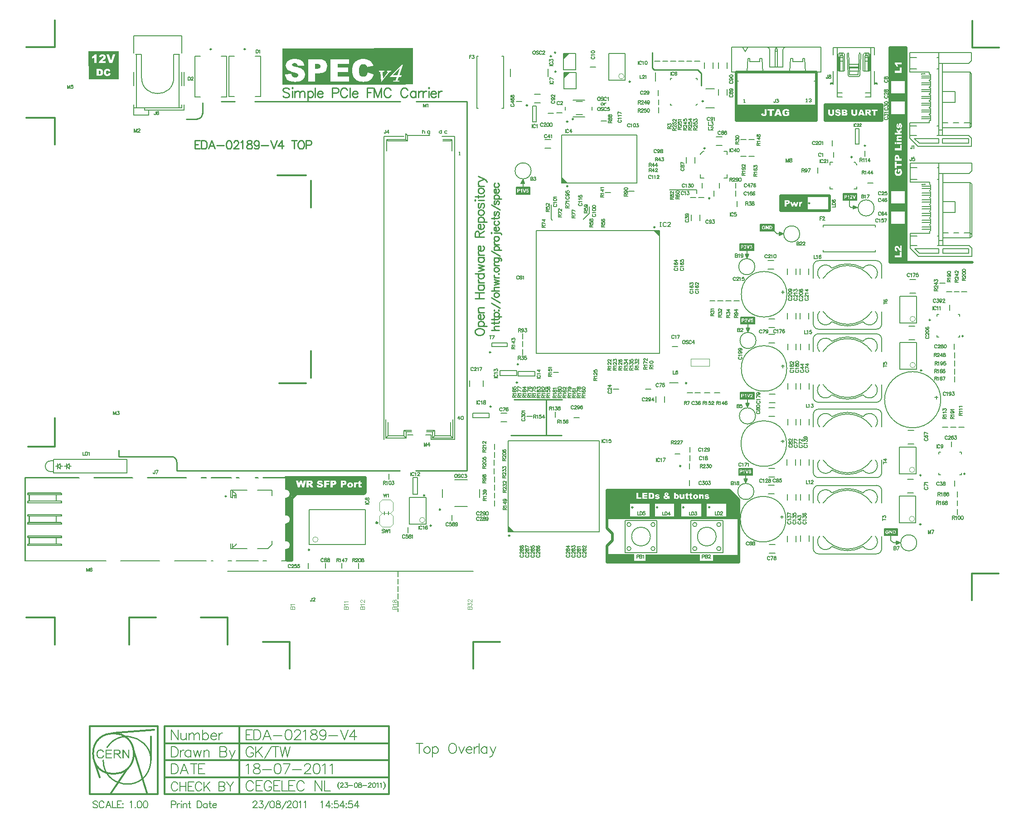
<source format=gbr>
%FSLAX24Y24*%
%MOIN*%
G70*
G01*
G75*
G04 Layer_Color=16777215*
%ADD10R,0.0787X0.0984*%
%ADD11R,0.0197X0.0906*%
%ADD12R,0.0787X0.0197*%
%ADD13R,0.0433X0.0236*%
%ADD14R,0.0236X0.0413*%
%ADD15R,0.0394X0.0394*%
%ADD16R,0.0394X0.0236*%
%ADD17R,0.0689X0.0984*%
%ADD18R,0.0335X0.0118*%
%ADD19R,0.0610X0.0236*%
%ADD20R,0.0236X0.0807*%
%ADD21C,0.0252*%
%ADD22O,0.0413X0.0138*%
%ADD23O,0.0138X0.0413*%
%ADD24R,0.1280X0.1280*%
%ADD25R,0.1398X0.1398*%
%ADD26O,0.0118X0.0354*%
%ADD27O,0.0354X0.0118*%
%ADD28R,0.1319X0.1319*%
%ADD29O,0.0413X0.0118*%
%ADD30O,0.0118X0.0413*%
%ADD31R,0.1004X0.1004*%
%ADD32R,0.0276X0.1575*%
%ADD33R,0.0276X0.1260*%
%ADD34R,0.0827X0.0551*%
%ADD35R,0.0709X0.0787*%
%ADD36R,0.0532X0.0492*%
%ADD37R,0.0669X0.0846*%
%ADD38R,0.0608X0.0512*%
%ADD39R,0.0354X0.0433*%
%ADD40R,0.0787X0.1063*%
%ADD41R,0.0354X0.0374*%
%ADD42C,0.0354*%
%ADD43R,0.1142X0.2126*%
%ADD44R,0.1500X0.1671*%
%ADD45R,0.1260X0.0965*%
%ADD46R,0.0453X0.1063*%
%ADD47C,0.0157*%
%ADD48C,0.0394*%
%ADD49C,0.0197*%
%ADD50C,0.0177*%
%ADD51R,0.0787X0.0354*%
%ADD52R,0.1671X0.1500*%
%ADD53R,0.0394X0.0354*%
%ADD54R,0.0394X0.0374*%
%ADD55R,0.0453X0.0709*%
%ADD56R,0.0709X0.0453*%
%ADD57R,0.1063X0.0453*%
%ADD58R,0.0244X0.0244*%
%ADD59R,0.0354X0.0394*%
%ADD60R,0.0374X0.0394*%
%ADD61R,0.0453X0.0571*%
%ADD62R,0.0571X0.0453*%
%ADD63R,0.0591X0.0177*%
%ADD64R,0.0236X0.0236*%
%ADD65P,0.0557X4X180.0*%
%ADD66R,0.0118X0.0335*%
%ADD67R,0.0984X0.0689*%
%ADD68R,0.0244X0.0244*%
%ADD69R,0.0236X0.0236*%
%ADD70R,0.0413X0.0236*%
%ADD71R,0.0236X0.0394*%
%ADD72C,0.0050*%
%ADD73C,0.0600*%
%ADD74C,0.0300*%
%ADD75C,0.0120*%
%ADD76C,0.0100*%
%ADD77C,0.0080*%
%ADD78C,0.0150*%
%ADD79C,0.0060*%
%ADD80C,0.0160*%
%ADD81C,0.0240*%
%ADD82C,0.0200*%
%ADD83C,0.0070*%
%ADD84C,0.0140*%
%ADD85C,0.0180*%
%ADD86C,0.0260*%
%ADD87C,0.0400*%
%ADD88C,0.0787*%
%ADD89R,0.0787X0.0787*%
%ADD90C,0.2362*%
%ADD91C,0.2244*%
%ADD92C,0.2283*%
%ADD93C,0.0630*%
%ADD94C,0.0669*%
%ADD95C,0.0591*%
%ADD96R,0.0591X0.0591*%
%ADD97R,0.1181X0.0866*%
%ADD98C,0.1575*%
%ADD99C,0.0295*%
%ADD100C,0.0472*%
%ADD101R,0.0236X0.0433*%
%ADD102R,0.0236X0.0413*%
%ADD103P,0.0557X4X270.0*%
%ADD104P,0.0345X4X90.0*%
%ADD105P,0.0345X4X360.0*%
%ADD106C,0.0500*%
%ADD107C,0.0079*%
%ADD108C,0.0098*%
%ADD109C,0.0039*%
%ADD110C,0.0118*%
%ADD111C,0.0030*%
%ADD112R,0.0670X0.1810*%
%ADD113R,0.0270X0.0320*%
%ADD114R,0.0550X0.0340*%
%ADD115R,0.1460X0.0760*%
%ADD116R,0.2010X0.0890*%
%ADD117R,0.1800X0.0500*%
%ADD118R,0.4000X0.0450*%
%ADD119R,0.2050X0.0600*%
%ADD120R,0.0850X0.1000*%
%ADD121R,0.0400X0.1000*%
%ADD122R,0.0550X0.1100*%
%ADD123R,0.0400X0.1050*%
%ADD124R,0.1650X0.1150*%
%ADD125R,0.1170X0.1430*%
%ADD126R,0.1120X0.0640*%
%ADD127R,0.1110X0.0950*%
%ADD128R,0.1140X0.0430*%
%ADD129R,0.1130X0.0630*%
%ADD130R,0.1160X0.0440*%
%ADD131R,0.1110X0.0700*%
%ADD132R,0.1060X0.0270*%
%ADD133R,0.5850X0.0150*%
%ADD134R,0.1650X0.1050*%
%ADD135R,0.1800X0.1100*%
%ADD136R,0.2880X0.1120*%
%ADD137R,0.6810X0.0690*%
%ADD138R,0.5410X0.0280*%
%ADD139R,0.0230X0.0310*%
%ADD140R,0.0310X0.1000*%
%ADD141R,0.0380X0.0820*%
%ADD142R,0.0380X0.1240*%
%ADD143R,0.0350X0.1240*%
%ADD144R,0.0280X0.0790*%
%ADD145R,0.0440X0.1020*%
%ADD146R,0.0530X0.1020*%
G36*
X54084Y75891D02*
X56240D01*
Y74232D01*
X54084D01*
Y74230D01*
X47163D01*
Y76312D01*
X54084D01*
Y75891D01*
D02*
G37*
G36*
X84706Y71659D02*
X82133D01*
Y72684D01*
X84706D01*
Y71659D01*
D02*
G37*
G36*
X81891Y56643D02*
X80853D01*
Y57105D01*
X81891D01*
Y56643D01*
D02*
G37*
G36*
X81827Y62053D02*
X80793D01*
Y62515D01*
X81827D01*
Y62053D01*
D02*
G37*
G36*
X92963Y74838D02*
X91947D01*
Y76107D01*
X92963D01*
Y74838D01*
D02*
G37*
G36*
Y61258D02*
X91947D01*
Y62621D01*
X92963D01*
Y61258D01*
D02*
G37*
G36*
X91182Y71680D02*
X87063D01*
Y72652D01*
X91182D01*
Y71680D01*
D02*
G37*
G36*
X92982Y67258D02*
X91957D01*
Y71637D01*
X92982D01*
Y67258D01*
D02*
G37*
G36*
X83296Y63475D02*
X82337D01*
Y63940D01*
X83296D01*
Y63475D01*
D02*
G37*
G36*
X35139Y75578D02*
X34788D01*
Y74609D01*
X33263D01*
Y75578D01*
X32913D01*
Y76697D01*
X35139D01*
Y75578D01*
D02*
G37*
G36*
X65381Y66193D02*
X64343D01*
Y66655D01*
X65381D01*
Y66193D01*
D02*
G37*
G36*
X85672Y65013D02*
X83857D01*
Y65970D01*
X85672D01*
Y65013D01*
D02*
G37*
G36*
X53254Y44319D02*
X47933D01*
Y45344D01*
X53254D01*
Y44319D01*
D02*
G37*
G36*
X81854Y51108D02*
X80823D01*
Y51565D01*
X81854D01*
Y51108D01*
D02*
G37*
G36*
X89444Y65729D02*
X88395D01*
Y66186D01*
X89444D01*
Y65729D01*
D02*
G37*
G36*
X92382Y41063D02*
X91423D01*
Y41529D01*
X92382D01*
Y41063D01*
D02*
G37*
G36*
X81736Y45523D02*
X80703D01*
Y45985D01*
X81736D01*
Y45523D01*
D02*
G37*
G36*
X78812Y43480D02*
X72963D01*
Y44452D01*
X78812D01*
Y43480D01*
D02*
G37*
%LPC*%
G36*
X51729Y45086D02*
X51461D01*
Y44578D01*
X51619D01*
Y44766D01*
X51704D01*
X51722Y44767D01*
X51738Y44768D01*
X51752Y44770D01*
X51766Y44773D01*
X51779Y44776D01*
X51790Y44780D01*
X51801Y44784D01*
X51810Y44788D01*
X51819Y44792D01*
X51825Y44796D01*
X51831Y44800D01*
X51836Y44802D01*
X51840Y44805D01*
X51843Y44807D01*
X51844Y44809D01*
X51845D01*
X51853Y44818D01*
X51861Y44827D01*
X51872Y44846D01*
X51880Y44866D01*
X51886Y44885D01*
X51890Y44903D01*
X51891Y44910D01*
Y44917D01*
X51892Y44922D01*
Y44926D01*
Y44928D01*
Y44929D01*
Y44943D01*
X51890Y44956D01*
X51885Y44979D01*
X51878Y44999D01*
X51870Y45015D01*
X51863Y45028D01*
X51856Y45037D01*
X51851Y45043D01*
X51850Y45045D01*
X51849D01*
X51840Y45051D01*
X51831Y45058D01*
X51811Y45068D01*
X51790Y45076D01*
X51769Y45081D01*
X51750Y45084D01*
X51742Y45085D01*
X51735D01*
X51729Y45086D01*
D02*
G37*
G36*
X89344Y66085D02*
X89289D01*
X89226Y65895D01*
X89161Y66085D01*
X89105D01*
X89197Y65829D01*
X89253D01*
X89344Y66085D01*
D02*
G37*
G36*
X83084Y63836D02*
X82982D01*
Y63580D01*
X83078D01*
X83089Y63580D01*
X83098Y63581D01*
X83106Y63581D01*
X83112Y63582D01*
X83117Y63583D01*
X83121Y63584D01*
X83123Y63584D01*
X83124Y63585D01*
X83132Y63588D01*
X83139Y63591D01*
X83146Y63595D01*
X83151Y63598D01*
X83155Y63601D01*
X83158Y63603D01*
X83160Y63605D01*
X83160Y63605D01*
X83167Y63612D01*
X83172Y63620D01*
X83177Y63627D01*
X83181Y63635D01*
X83184Y63641D01*
X83185Y63644D01*
X83186Y63646D01*
X83187Y63648D01*
X83187Y63650D01*
X83188Y63650D01*
Y63651D01*
X83190Y63660D01*
X83192Y63669D01*
X83194Y63678D01*
X83195Y63687D01*
X83195Y63694D01*
Y63697D01*
X83196Y63700D01*
Y63702D01*
Y63704D01*
Y63705D01*
Y63705D01*
X83195Y63718D01*
X83195Y63730D01*
X83193Y63740D01*
X83192Y63745D01*
X83192Y63749D01*
X83191Y63753D01*
X83190Y63756D01*
X83189Y63759D01*
X83188Y63761D01*
X83188Y63763D01*
X83188Y63765D01*
X83187Y63765D01*
Y63766D01*
X83184Y63775D01*
X83180Y63783D01*
X83176Y63790D01*
X83172Y63796D01*
X83168Y63800D01*
X83165Y63804D01*
X83163Y63806D01*
X83163Y63807D01*
X83163D01*
X83156Y63813D01*
X83150Y63818D01*
X83144Y63822D01*
X83138Y63825D01*
X83132Y63828D01*
X83128Y63830D01*
X83127Y63830D01*
X83126Y63830D01*
X83125Y63831D01*
X83125D01*
X83117Y63832D01*
X83110Y63834D01*
X83102Y63835D01*
X83094Y63835D01*
X83087Y63836D01*
X83084Y63836D01*
D02*
G37*
G36*
X82927D02*
X82879D01*
Y63664D01*
X82774Y63836D01*
X82724D01*
Y63580D01*
X82772D01*
Y63748D01*
X82875Y63580D01*
X82927D01*
Y63836D01*
D02*
G37*
G36*
X50981Y45086D02*
X50714D01*
Y44578D01*
X50871D01*
Y44766D01*
X50957D01*
X50974Y44767D01*
X50990Y44768D01*
X51005Y44770D01*
X51018Y44773D01*
X51031Y44776D01*
X51043Y44780D01*
X51053Y44784D01*
X51062Y44788D01*
X51071Y44792D01*
X51078Y44796D01*
X51084Y44800D01*
X51089Y44802D01*
X51092Y44805D01*
X51095Y44807D01*
X51096Y44809D01*
X51097D01*
X51105Y44818D01*
X51113Y44827D01*
X51125Y44846D01*
X51132Y44866D01*
X51138Y44885D01*
X51142Y44903D01*
X51143Y44910D01*
Y44917D01*
X51144Y44922D01*
Y44926D01*
Y44928D01*
Y44929D01*
Y44943D01*
X51142Y44956D01*
X51137Y44979D01*
X51131Y44999D01*
X51123Y45015D01*
X51115Y45028D01*
X51108Y45037D01*
X51103Y45043D01*
X51102Y45045D01*
X51101D01*
X51092Y45051D01*
X51084Y45058D01*
X51063Y45068D01*
X51043Y45076D01*
X51021Y45081D01*
X51003Y45084D01*
X50995Y45085D01*
X50987D01*
X50981Y45086D01*
D02*
G37*
G36*
X89010Y66086D02*
X89000D01*
X88994Y66085D01*
X88983Y66083D01*
X88973Y66080D01*
X88969Y66078D01*
X88965Y66077D01*
X88961Y66075D01*
X88958Y66074D01*
X88955Y66072D01*
X88953Y66070D01*
X88951Y66069D01*
X88950Y66069D01*
X88949Y66068D01*
X88949Y66068D01*
X88945Y66064D01*
X88941Y66060D01*
X88938Y66056D01*
X88935Y66051D01*
X88930Y66042D01*
X88926Y66032D01*
X88925Y66028D01*
X88924Y66023D01*
X88923Y66020D01*
X88923Y66016D01*
X88922Y66014D01*
Y66012D01*
X88921Y66010D01*
Y66010D01*
X88970Y66005D01*
X88971Y66012D01*
X88972Y66019D01*
X88974Y66024D01*
X88976Y66028D01*
X88978Y66032D01*
X88979Y66034D01*
X88980Y66035D01*
X88980Y66036D01*
X88984Y66039D01*
X88988Y66041D01*
X88992Y66043D01*
X88996Y66044D01*
X88999Y66045D01*
X89003Y66045D01*
X89005D01*
X89010Y66045D01*
X89015Y66044D01*
X89020Y66042D01*
X89023Y66041D01*
X89026Y66039D01*
X89028Y66038D01*
X89029Y66037D01*
X89029Y66036D01*
X89033Y66033D01*
X89035Y66028D01*
X89036Y66024D01*
X89037Y66020D01*
X89038Y66017D01*
X89038Y66014D01*
Y66012D01*
Y66011D01*
X89038Y66005D01*
X89037Y66000D01*
X89035Y65995D01*
X89033Y65990D01*
X89031Y65986D01*
X89030Y65983D01*
X89029Y65982D01*
X89028Y65981D01*
X89027Y65978D01*
X89024Y65976D01*
X89022Y65973D01*
X89019Y65970D01*
X89012Y65963D01*
X89005Y65956D01*
X88998Y65950D01*
X88995Y65946D01*
X88993Y65944D01*
X88990Y65942D01*
X88989Y65940D01*
X88988Y65939D01*
X88987Y65939D01*
X88980Y65932D01*
X88973Y65925D01*
X88967Y65919D01*
X88961Y65913D01*
X88956Y65908D01*
X88952Y65903D01*
X88948Y65898D01*
X88944Y65894D01*
X88941Y65890D01*
X88939Y65887D01*
X88937Y65884D01*
X88935Y65882D01*
X88933Y65880D01*
X88933Y65879D01*
X88932Y65878D01*
Y65877D01*
X88927Y65869D01*
X88924Y65860D01*
X88921Y65852D01*
X88919Y65844D01*
X88917Y65838D01*
X88917Y65835D01*
X88916Y65833D01*
X88916Y65831D01*
X88916Y65830D01*
Y65829D01*
Y65829D01*
X89088D01*
Y65874D01*
X88990D01*
X88993Y65879D01*
X88996Y65883D01*
X88997Y65885D01*
X88999Y65886D01*
X88999Y65887D01*
X89000Y65888D01*
X89001Y65889D01*
X89003Y65891D01*
X89007Y65895D01*
X89012Y65900D01*
X89017Y65904D01*
X89022Y65909D01*
X89026Y65913D01*
X89027Y65914D01*
X89028Y65915D01*
X89029Y65916D01*
X89029Y65916D01*
X89037Y65923D01*
X89044Y65930D01*
X89050Y65936D01*
X89054Y65941D01*
X89058Y65944D01*
X89060Y65947D01*
X89061Y65948D01*
X89061Y65949D01*
X89066Y65955D01*
X89070Y65961D01*
X89074Y65966D01*
X89077Y65971D01*
X89079Y65975D01*
X89080Y65978D01*
X89081Y65980D01*
X89081Y65981D01*
X89083Y65987D01*
X89085Y65993D01*
X89086Y65999D01*
X89087Y66004D01*
X89087Y66008D01*
X89088Y66012D01*
Y66014D01*
Y66014D01*
X89087Y66020D01*
X89087Y66025D01*
X89084Y66035D01*
X89081Y66044D01*
X89077Y66051D01*
X89073Y66057D01*
X89071Y66060D01*
X89069Y66061D01*
X89068Y66063D01*
X89066Y66064D01*
X89066Y66065D01*
X89066Y66065D01*
X89061Y66069D01*
X89057Y66072D01*
X89052Y66075D01*
X89047Y66077D01*
X89037Y66081D01*
X89028Y66083D01*
X89023Y66084D01*
X89019Y66084D01*
X89015Y66085D01*
X89012Y66085D01*
X89010Y66086D01*
D02*
G37*
G36*
X81573Y51464D02*
X81518D01*
X81455Y51275D01*
X81390Y51464D01*
X81334D01*
X81426Y51208D01*
X81482D01*
X81573Y51464D01*
D02*
G37*
G36*
X81676Y51465D02*
X81666D01*
X81660Y51464D01*
X81649Y51462D01*
X81639Y51459D01*
X81635Y51458D01*
X81631Y51456D01*
X81627Y51454D01*
X81624Y51453D01*
X81621Y51451D01*
X81620Y51450D01*
X81618Y51449D01*
X81616Y51448D01*
X81616Y51447D01*
X81615Y51447D01*
X81611Y51444D01*
X81607Y51440D01*
X81604Y51435D01*
X81601Y51431D01*
X81597Y51421D01*
X81593Y51412D01*
X81591Y51407D01*
X81591Y51403D01*
X81590Y51399D01*
X81589Y51396D01*
X81588Y51393D01*
Y51391D01*
X81588Y51389D01*
Y51389D01*
X81637Y51384D01*
X81637Y51392D01*
X81639Y51398D01*
X81641Y51403D01*
X81642Y51408D01*
X81644Y51411D01*
X81645Y51413D01*
X81646Y51415D01*
X81647Y51415D01*
X81651Y51418D01*
X81655Y51421D01*
X81659Y51422D01*
X81663Y51423D01*
X81666Y51424D01*
X81669Y51424D01*
X81671D01*
X81677Y51424D01*
X81682Y51423D01*
X81686Y51422D01*
X81690Y51420D01*
X81692Y51418D01*
X81694Y51417D01*
X81696Y51416D01*
X81696Y51415D01*
X81699Y51412D01*
X81701Y51408D01*
X81703Y51403D01*
X81704Y51399D01*
X81705Y51396D01*
X81705Y51393D01*
Y51391D01*
Y51390D01*
X81705Y51385D01*
X81703Y51379D01*
X81702Y51374D01*
X81700Y51369D01*
X81698Y51366D01*
X81696Y51363D01*
X81695Y51361D01*
X81695Y51360D01*
X81693Y51358D01*
X81691Y51355D01*
X81688Y51352D01*
X81685Y51349D01*
X81678Y51342D01*
X81671Y51335D01*
X81665Y51329D01*
X81662Y51326D01*
X81659Y51323D01*
X81657Y51321D01*
X81655Y51320D01*
X81654Y51319D01*
X81654Y51318D01*
X81646Y51311D01*
X81639Y51305D01*
X81634Y51298D01*
X81628Y51293D01*
X81623Y51287D01*
X81618Y51282D01*
X81614Y51277D01*
X81611Y51273D01*
X81608Y51270D01*
X81605Y51266D01*
X81603Y51263D01*
X81601Y51261D01*
X81600Y51259D01*
X81599Y51258D01*
X81598Y51257D01*
Y51257D01*
X81594Y51248D01*
X81590Y51240D01*
X81587Y51231D01*
X81585Y51224D01*
X81584Y51217D01*
X81583Y51215D01*
X81583Y51212D01*
X81582Y51211D01*
X81582Y51209D01*
Y51208D01*
Y51208D01*
X81754D01*
Y51254D01*
X81656D01*
X81659Y51259D01*
X81663Y51263D01*
X81664Y51265D01*
X81665Y51266D01*
X81666Y51266D01*
X81666Y51267D01*
X81668Y51268D01*
X81669Y51270D01*
X81674Y51274D01*
X81678Y51279D01*
X81684Y51284D01*
X81688Y51288D01*
X81692Y51292D01*
X81693Y51293D01*
X81694Y51295D01*
X81695Y51295D01*
X81696Y51295D01*
X81704Y51303D01*
X81710Y51309D01*
X81716Y51315D01*
X81721Y51320D01*
X81724Y51323D01*
X81726Y51326D01*
X81728Y51328D01*
X81728Y51328D01*
X81733Y51334D01*
X81737Y51340D01*
X81740Y51346D01*
X81743Y51351D01*
X81745Y51355D01*
X81747Y51358D01*
X81747Y51360D01*
X81748Y51360D01*
X81750Y51366D01*
X81751Y51373D01*
X81753Y51378D01*
X81753Y51383D01*
X81754Y51387D01*
X81754Y51391D01*
Y51393D01*
Y51394D01*
X81754Y51399D01*
X81753Y51405D01*
X81751Y51414D01*
X81747Y51423D01*
X81743Y51430D01*
X81739Y51436D01*
X81737Y51439D01*
X81736Y51441D01*
X81734Y51442D01*
X81733Y51444D01*
X81733Y51444D01*
X81732Y51444D01*
X81728Y51448D01*
X81724Y51451D01*
X81719Y51454D01*
X81714Y51456D01*
X81704Y51460D01*
X81694Y51462D01*
X81690Y51463D01*
X81686Y51464D01*
X81682Y51464D01*
X81679Y51465D01*
X81676Y51465D01*
D02*
G37*
G36*
X48893Y45086D02*
X48744D01*
X48690Y44802D01*
X48610Y45086D01*
X48463D01*
X48385Y44802D01*
X48331Y45086D01*
X48183D01*
X48295Y44578D01*
X48448D01*
X48537Y44897D01*
X48626Y44578D01*
X48780D01*
X48893Y45086D01*
D02*
G37*
G36*
X88849Y66086D02*
X88809D01*
X88805Y66077D01*
X88800Y66069D01*
X88795Y66062D01*
X88790Y66056D01*
X88785Y66051D01*
X88781Y66048D01*
X88780Y66047D01*
X88779Y66045D01*
X88778Y66045D01*
X88778Y66045D01*
X88770Y66038D01*
X88762Y66034D01*
X88755Y66030D01*
X88749Y66026D01*
X88744Y66024D01*
X88740Y66022D01*
X88738Y66022D01*
X88737Y66021D01*
X88737Y66021D01*
X88736D01*
Y65976D01*
X88749Y65982D01*
X88761Y65987D01*
X88772Y65993D01*
X88777Y65996D01*
X88781Y65999D01*
X88786Y66002D01*
X88789Y66005D01*
X88792Y66007D01*
X88795Y66009D01*
X88797Y66011D01*
X88799Y66012D01*
X88799Y66013D01*
X88800Y66014D01*
Y65829D01*
X88849D01*
Y66086D01*
D02*
G37*
G36*
X88593Y66085D02*
X88495D01*
Y65829D01*
X88547D01*
Y65925D01*
X88593D01*
X88598Y65926D01*
X88604D01*
X88609Y65926D01*
X88613Y65927D01*
X88617Y65927D01*
X88620Y65927D01*
X88623D01*
X88626Y65928D01*
X88629Y65928D01*
X88630Y65929D01*
X88632D01*
X88633Y65929D01*
X88634D01*
X88639Y65930D01*
X88644Y65932D01*
X88648Y65934D01*
X88653Y65936D01*
X88656Y65938D01*
X88659Y65939D01*
X88660Y65941D01*
X88661Y65941D01*
X88666Y65945D01*
X88670Y65949D01*
X88674Y65953D01*
X88677Y65957D01*
X88679Y65961D01*
X88681Y65964D01*
X88682Y65966D01*
X88683Y65966D01*
X88685Y65973D01*
X88688Y65979D01*
X88689Y65986D01*
X88690Y65992D01*
X88691Y65998D01*
X88691Y66002D01*
Y66003D01*
Y66005D01*
Y66005D01*
Y66006D01*
X88691Y66017D01*
X88689Y66026D01*
X88687Y66035D01*
X88684Y66042D01*
X88681Y66048D01*
X88680Y66050D01*
X88678Y66052D01*
X88678Y66054D01*
X88677Y66055D01*
X88676Y66055D01*
Y66056D01*
X88670Y66062D01*
X88664Y66068D01*
X88658Y66072D01*
X88652Y66076D01*
X88647Y66078D01*
X88643Y66080D01*
X88641Y66080D01*
X88641Y66081D01*
X88640Y66081D01*
X88639D01*
X88636Y66082D01*
X88633Y66082D01*
X88629Y66083D01*
X88624Y66083D01*
X88614Y66084D01*
X88603Y66084D01*
X88598D01*
X88593Y66085D01*
D02*
G37*
G36*
X74015Y44195D02*
X73638D01*
Y43738D01*
X74023D01*
Y43842D01*
X73779D01*
Y43931D01*
X73999D01*
Y44024D01*
X73779D01*
Y44097D01*
X74015D01*
Y44195D01*
D02*
G37*
G36*
X50631Y45086D02*
X50243D01*
Y44578D01*
X50400D01*
Y44785D01*
X50598D01*
Y44887D01*
X50400D01*
Y44976D01*
X50631D01*
Y45086D01*
D02*
G37*
G36*
X80991Y62414D02*
X80893D01*
Y62158D01*
X80945D01*
Y62255D01*
X80991D01*
X80996Y62255D01*
X81001D01*
X81006Y62256D01*
X81011Y62256D01*
X81015Y62256D01*
X81018Y62257D01*
X81021D01*
X81024Y62257D01*
X81026Y62257D01*
X81028Y62258D01*
X81030D01*
X81031Y62258D01*
X81032D01*
X81037Y62260D01*
X81042Y62261D01*
X81046Y62263D01*
X81051Y62266D01*
X81054Y62267D01*
X81056Y62269D01*
X81058Y62270D01*
X81059Y62270D01*
X81063Y62274D01*
X81068Y62278D01*
X81072Y62282D01*
X81075Y62287D01*
X81077Y62290D01*
X81079Y62293D01*
X81080Y62295D01*
X81081Y62296D01*
X81083Y62302D01*
X81086Y62309D01*
X81087Y62315D01*
X81088Y62321D01*
X81089Y62327D01*
X81089Y62331D01*
Y62333D01*
Y62334D01*
Y62335D01*
Y62335D01*
X81088Y62346D01*
X81087Y62356D01*
X81084Y62364D01*
X81082Y62372D01*
X81079Y62377D01*
X81077Y62380D01*
X81076Y62381D01*
X81076Y62383D01*
X81075Y62384D01*
X81074Y62385D01*
Y62385D01*
X81068Y62392D01*
X81062Y62397D01*
X81056Y62402D01*
X81050Y62405D01*
X81045Y62408D01*
X81041Y62409D01*
X81039Y62410D01*
X81038Y62410D01*
X81038Y62410D01*
X81037D01*
X81034Y62411D01*
X81031Y62411D01*
X81026Y62412D01*
X81022Y62413D01*
X81012Y62413D01*
X81001Y62414D01*
X80996D01*
X80991Y62414D01*
D02*
G37*
G36*
X81643Y62415D02*
X81639D01*
X81631Y62415D01*
X81624Y62414D01*
X81618Y62412D01*
X81612Y62411D01*
X81607Y62410D01*
X81604Y62408D01*
X81601Y62407D01*
X81601Y62407D01*
X81600D01*
X81595Y62404D01*
X81589Y62400D01*
X81585Y62397D01*
X81581Y62393D01*
X81578Y62390D01*
X81576Y62387D01*
X81574Y62386D01*
X81574Y62385D01*
X81571Y62380D01*
X81568Y62373D01*
X81565Y62367D01*
X81563Y62361D01*
X81562Y62356D01*
X81561Y62351D01*
X81560Y62350D01*
Y62349D01*
X81560Y62348D01*
Y62348D01*
X81605Y62340D01*
X81606Y62346D01*
X81607Y62351D01*
X81609Y62355D01*
X81611Y62359D01*
X81613Y62362D01*
X81614Y62364D01*
X81615Y62365D01*
X81616Y62365D01*
X81619Y62369D01*
X81623Y62371D01*
X81627Y62372D01*
X81630Y62373D01*
X81633Y62374D01*
X81636Y62374D01*
X81638D01*
X81642Y62374D01*
X81646Y62373D01*
X81650Y62372D01*
X81653Y62371D01*
X81655Y62369D01*
X81657Y62368D01*
X81658Y62367D01*
X81659Y62367D01*
X81661Y62364D01*
X81663Y62360D01*
X81664Y62357D01*
X81666Y62353D01*
X81666Y62351D01*
X81666Y62348D01*
Y62346D01*
Y62346D01*
X81666Y62341D01*
X81665Y62336D01*
X81663Y62332D01*
X81661Y62328D01*
X81659Y62325D01*
X81657Y62323D01*
X81656Y62322D01*
X81655Y62321D01*
X81651Y62319D01*
X81646Y62316D01*
X81641Y62315D01*
X81636Y62314D01*
X81632Y62314D01*
X81628Y62313D01*
X81625D01*
X81620Y62273D01*
X81624Y62275D01*
X81629Y62276D01*
X81632Y62277D01*
X81636Y62277D01*
X81638Y62277D01*
X81642D01*
X81647Y62277D01*
X81652Y62276D01*
X81656Y62274D01*
X81659Y62272D01*
X81662Y62270D01*
X81664Y62268D01*
X81666Y62267D01*
X81666Y62266D01*
X81670Y62262D01*
X81672Y62257D01*
X81674Y62252D01*
X81675Y62248D01*
X81676Y62243D01*
X81677Y62240D01*
Y62238D01*
Y62237D01*
Y62237D01*
X81676Y62230D01*
X81675Y62224D01*
X81673Y62218D01*
X81671Y62213D01*
X81669Y62210D01*
X81668Y62208D01*
X81666Y62206D01*
X81666Y62205D01*
X81662Y62201D01*
X81657Y62199D01*
X81653Y62197D01*
X81649Y62195D01*
X81646Y62195D01*
X81643Y62194D01*
X81640D01*
X81635Y62194D01*
X81630Y62195D01*
X81627Y62197D01*
X81623Y62199D01*
X81620Y62200D01*
X81618Y62202D01*
X81616Y62203D01*
X81616Y62203D01*
X81613Y62207D01*
X81610Y62212D01*
X81608Y62217D01*
X81606Y62221D01*
X81605Y62225D01*
X81604Y62228D01*
X81604Y62231D01*
Y62231D01*
Y62231D01*
X81556Y62225D01*
X81557Y62220D01*
X81558Y62214D01*
X81562Y62204D01*
X81566Y62195D01*
X81571Y62187D01*
X81573Y62184D01*
X81575Y62181D01*
X81577Y62179D01*
X81579Y62177D01*
X81581Y62175D01*
X81582Y62174D01*
X81582Y62174D01*
X81583Y62173D01*
X81587Y62170D01*
X81591Y62167D01*
X81597Y62164D01*
X81601Y62162D01*
X81611Y62158D01*
X81620Y62156D01*
X81624Y62155D01*
X81628Y62154D01*
X81632Y62154D01*
X81635Y62154D01*
X81637Y62153D01*
X81641D01*
X81647Y62154D01*
X81654Y62154D01*
X81660Y62156D01*
X81666Y62157D01*
X81671Y62159D01*
X81676Y62161D01*
X81681Y62163D01*
X81685Y62165D01*
X81689Y62167D01*
X81692Y62170D01*
X81695Y62172D01*
X81698Y62174D01*
X81700Y62175D01*
X81701Y62176D01*
X81701Y62177D01*
X81702Y62177D01*
X81706Y62182D01*
X81710Y62186D01*
X81714Y62191D01*
X81716Y62196D01*
X81719Y62201D01*
X81721Y62206D01*
X81724Y62215D01*
X81725Y62219D01*
X81726Y62223D01*
X81726Y62226D01*
X81726Y62229D01*
X81727Y62231D01*
Y62233D01*
Y62234D01*
Y62234D01*
X81726Y62243D01*
X81725Y62250D01*
X81723Y62257D01*
X81720Y62263D01*
X81718Y62268D01*
X81716Y62271D01*
X81714Y62273D01*
X81714Y62274D01*
X81708Y62280D01*
X81703Y62284D01*
X81697Y62288D01*
X81691Y62291D01*
X81686Y62293D01*
X81682Y62295D01*
X81680Y62295D01*
X81680D01*
X81679Y62295D01*
X81678D01*
X81685Y62299D01*
X81691Y62303D01*
X81696Y62308D01*
X81700Y62312D01*
X81703Y62317D01*
X81707Y62321D01*
X81709Y62326D01*
X81711Y62330D01*
X81712Y62334D01*
X81714Y62337D01*
X81714Y62341D01*
X81715Y62344D01*
Y62346D01*
X81716Y62348D01*
Y62349D01*
Y62349D01*
Y62353D01*
X81715Y62358D01*
X81713Y62366D01*
X81710Y62373D01*
X81707Y62379D01*
X81703Y62385D01*
X81700Y62388D01*
X81699Y62390D01*
X81698Y62391D01*
X81698Y62391D01*
X81697Y62392D01*
X81693Y62396D01*
X81689Y62399D01*
X81684Y62403D01*
X81679Y62405D01*
X81674Y62408D01*
X81669Y62409D01*
X81660Y62412D01*
X81656Y62413D01*
X81652Y62414D01*
X81648Y62414D01*
X81645Y62415D01*
X81643Y62415D01*
D02*
G37*
G36*
X81205D02*
X81201D01*
X81194Y62415D01*
X81186Y62414D01*
X81180Y62412D01*
X81174Y62411D01*
X81170Y62410D01*
X81166Y62408D01*
X81164Y62407D01*
X81163Y62407D01*
X81163D01*
X81157Y62404D01*
X81152Y62400D01*
X81147Y62397D01*
X81143Y62393D01*
X81140Y62390D01*
X81138Y62387D01*
X81137Y62386D01*
X81136Y62385D01*
X81133Y62380D01*
X81130Y62373D01*
X81128Y62367D01*
X81126Y62361D01*
X81124Y62356D01*
X81123Y62351D01*
X81123Y62350D01*
Y62349D01*
X81122Y62348D01*
Y62348D01*
X81168Y62340D01*
X81168Y62346D01*
X81170Y62351D01*
X81171Y62355D01*
X81173Y62359D01*
X81175Y62362D01*
X81177Y62364D01*
X81178Y62365D01*
X81178Y62365D01*
X81182Y62369D01*
X81186Y62371D01*
X81189Y62372D01*
X81193Y62373D01*
X81196Y62374D01*
X81198Y62374D01*
X81200D01*
X81205Y62374D01*
X81209Y62373D01*
X81212Y62372D01*
X81216Y62371D01*
X81218Y62369D01*
X81219Y62368D01*
X81221Y62367D01*
X81221Y62367D01*
X81224Y62364D01*
X81226Y62360D01*
X81227Y62357D01*
X81228Y62353D01*
X81228Y62351D01*
X81229Y62348D01*
Y62346D01*
Y62346D01*
X81228Y62341D01*
X81227Y62336D01*
X81225Y62332D01*
X81223Y62328D01*
X81221Y62325D01*
X81219Y62323D01*
X81218Y62322D01*
X81218Y62321D01*
X81214Y62319D01*
X81209Y62316D01*
X81203Y62315D01*
X81199Y62314D01*
X81194Y62314D01*
X81191Y62313D01*
X81187D01*
X81182Y62273D01*
X81187Y62275D01*
X81191Y62276D01*
X81195Y62277D01*
X81198Y62277D01*
X81201Y62277D01*
X81204D01*
X81209Y62277D01*
X81214Y62276D01*
X81218Y62274D01*
X81222Y62272D01*
X81225Y62270D01*
X81227Y62268D01*
X81228Y62267D01*
X81229Y62266D01*
X81232Y62262D01*
X81235Y62257D01*
X81237Y62252D01*
X81238Y62248D01*
X81239Y62243D01*
X81239Y62240D01*
Y62238D01*
Y62237D01*
Y62237D01*
X81239Y62230D01*
X81237Y62224D01*
X81235Y62218D01*
X81234Y62213D01*
X81232Y62210D01*
X81230Y62208D01*
X81229Y62206D01*
X81228Y62205D01*
X81224Y62201D01*
X81220Y62199D01*
X81216Y62197D01*
X81212Y62195D01*
X81208Y62195D01*
X81205Y62194D01*
X81203D01*
X81198Y62194D01*
X81193Y62195D01*
X81189Y62197D01*
X81186Y62199D01*
X81182Y62200D01*
X81180Y62202D01*
X81179Y62203D01*
X81178Y62203D01*
X81175Y62207D01*
X81172Y62212D01*
X81170Y62217D01*
X81169Y62221D01*
X81168Y62225D01*
X81167Y62228D01*
X81166Y62231D01*
Y62231D01*
Y62231D01*
X81119Y62225D01*
X81120Y62220D01*
X81121Y62214D01*
X81124Y62204D01*
X81129Y62195D01*
X81133Y62187D01*
X81136Y62184D01*
X81138Y62181D01*
X81139Y62179D01*
X81141Y62177D01*
X81143Y62175D01*
X81144Y62174D01*
X81145Y62174D01*
X81145Y62173D01*
X81149Y62170D01*
X81154Y62167D01*
X81159Y62164D01*
X81164Y62162D01*
X81173Y62158D01*
X81183Y62156D01*
X81187Y62155D01*
X81191Y62154D01*
X81194Y62154D01*
X81197Y62154D01*
X81200Y62153D01*
X81203D01*
X81210Y62154D01*
X81216Y62154D01*
X81222Y62156D01*
X81228Y62157D01*
X81233Y62159D01*
X81239Y62161D01*
X81243Y62163D01*
X81248Y62165D01*
X81251Y62167D01*
X81255Y62170D01*
X81258Y62172D01*
X81260Y62174D01*
X81262Y62175D01*
X81263Y62176D01*
X81264Y62177D01*
X81264Y62177D01*
X81269Y62182D01*
X81272Y62186D01*
X81276Y62191D01*
X81279Y62196D01*
X81281Y62201D01*
X81283Y62206D01*
X81286Y62215D01*
X81287Y62219D01*
X81288Y62223D01*
X81288Y62226D01*
X81289Y62229D01*
X81289Y62231D01*
Y62233D01*
Y62234D01*
Y62234D01*
X81289Y62243D01*
X81287Y62250D01*
X81285Y62257D01*
X81283Y62263D01*
X81280Y62268D01*
X81278Y62271D01*
X81276Y62273D01*
X81276Y62274D01*
X81271Y62280D01*
X81265Y62284D01*
X81259Y62288D01*
X81253Y62291D01*
X81249Y62293D01*
X81244Y62295D01*
X81243Y62295D01*
X81242D01*
X81241Y62295D01*
X81241D01*
X81248Y62299D01*
X81253Y62303D01*
X81258Y62308D01*
X81262Y62312D01*
X81266Y62317D01*
X81269Y62321D01*
X81271Y62326D01*
X81273Y62330D01*
X81275Y62334D01*
X81276Y62337D01*
X81277Y62341D01*
X81278Y62344D01*
Y62346D01*
X81278Y62348D01*
Y62349D01*
Y62349D01*
Y62353D01*
X81277Y62358D01*
X81275Y62366D01*
X81272Y62373D01*
X81269Y62379D01*
X81265Y62385D01*
X81262Y62388D01*
X81261Y62390D01*
X81260Y62391D01*
X81260Y62391D01*
X81260Y62392D01*
X81255Y62396D01*
X81251Y62399D01*
X81246Y62403D01*
X81241Y62405D01*
X81237Y62408D01*
X81232Y62409D01*
X81223Y62412D01*
X81218Y62413D01*
X81214Y62414D01*
X81210Y62414D01*
X81207Y62415D01*
X81205Y62415D01*
D02*
G37*
G36*
X81603Y57004D02*
X81548D01*
X81485Y56815D01*
X81420Y57004D01*
X81364D01*
X81456Y56748D01*
X81512D01*
X81603Y57004D01*
D02*
G37*
G36*
X74319Y44195D02*
X74100D01*
Y43738D01*
X74309D01*
X74324Y43739D01*
X74338Y43740D01*
X74352Y43742D01*
X74365Y43744D01*
X74376Y43747D01*
X74385Y43749D01*
X74389Y43749D01*
X74391D01*
X74392Y43750D01*
X74393D01*
X74405Y43755D01*
X74418Y43760D01*
X74428Y43765D01*
X74438Y43771D01*
X74446Y43778D01*
X74452Y43782D01*
X74455Y43785D01*
X74457Y43786D01*
X74468Y43797D01*
X74477Y43808D01*
X74485Y43820D01*
X74491Y43830D01*
X74497Y43840D01*
X74501Y43847D01*
X74503Y43852D01*
X74504Y43854D01*
X74509Y43871D01*
X74513Y43889D01*
X74516Y43907D01*
X74519Y43926D01*
X74519Y43942D01*
Y43949D01*
X74520Y43955D01*
Y43960D01*
Y43964D01*
Y43966D01*
Y43967D01*
X74519Y43985D01*
X74519Y44001D01*
X74517Y44015D01*
X74515Y44029D01*
X74512Y44040D01*
X74511Y44049D01*
X74510Y44054D01*
X74509Y44055D01*
Y44056D01*
X74504Y44071D01*
X74498Y44085D01*
X74492Y44097D01*
X74486Y44109D01*
X74481Y44116D01*
X74476Y44123D01*
X74473Y44127D01*
X74472Y44129D01*
X74462Y44140D01*
X74452Y44150D01*
X74441Y44158D01*
X74432Y44165D01*
X74422Y44170D01*
X74415Y44174D01*
X74411Y44176D01*
X74410Y44177D01*
X74409D01*
X74394Y44183D01*
X74377Y44188D01*
X74361Y44190D01*
X74345Y44193D01*
X74331Y44194D01*
X74325D01*
X74319Y44195D01*
D02*
G37*
G36*
X82568Y63840D02*
X82563D01*
X82550Y63840D01*
X82538Y63838D01*
X82533Y63837D01*
X82528Y63836D01*
X82523Y63835D01*
X82519Y63834D01*
X82515Y63832D01*
X82512Y63831D01*
X82509Y63830D01*
X82506Y63829D01*
X82504Y63829D01*
X82503Y63828D01*
X82502Y63827D01*
X82502D01*
X82491Y63820D01*
X82481Y63813D01*
X82472Y63805D01*
X82465Y63797D01*
X82460Y63790D01*
X82458Y63787D01*
X82456Y63784D01*
X82455Y63783D01*
X82454Y63781D01*
X82453Y63780D01*
X82453Y63779D01*
X82447Y63767D01*
X82444Y63755D01*
X82440Y63743D01*
X82438Y63732D01*
X82438Y63727D01*
X82437Y63723D01*
X82437Y63719D01*
Y63715D01*
X82437Y63712D01*
Y63710D01*
Y63709D01*
Y63708D01*
X82437Y63695D01*
X82439Y63682D01*
X82441Y63671D01*
X82442Y63665D01*
X82444Y63660D01*
X82446Y63656D01*
X82447Y63652D01*
X82448Y63648D01*
X82449Y63645D01*
X82450Y63643D01*
X82451Y63641D01*
X82451Y63640D01*
Y63640D01*
X82458Y63629D01*
X82465Y63619D01*
X82472Y63611D01*
X82479Y63604D01*
X82486Y63599D01*
X82488Y63597D01*
X82491Y63595D01*
X82493Y63594D01*
X82495Y63593D01*
X82495Y63592D01*
X82496Y63592D01*
X82502Y63589D01*
X82508Y63586D01*
X82520Y63582D01*
X82531Y63579D01*
X82542Y63577D01*
X82547Y63577D01*
X82552Y63576D01*
X82556Y63575D01*
X82559D01*
X82562Y63575D01*
X82566D01*
X82578Y63575D01*
X82589Y63577D01*
X82600Y63579D01*
X82609Y63581D01*
X82613Y63582D01*
X82617Y63583D01*
X82620Y63584D01*
X82623Y63585D01*
X82625Y63586D01*
X82627Y63586D01*
X82628Y63587D01*
X82628D01*
X82639Y63591D01*
X82649Y63596D01*
X82657Y63601D01*
X82664Y63605D01*
X82669Y63609D01*
X82672Y63612D01*
X82675Y63614D01*
X82676Y63614D01*
Y63717D01*
X82564D01*
Y63674D01*
X82623D01*
Y63641D01*
X82619Y63637D01*
X82614Y63635D01*
X82609Y63632D01*
X82605Y63630D01*
X82601Y63628D01*
X82598Y63627D01*
X82596Y63626D01*
X82595Y63625D01*
X82589Y63623D01*
X82583Y63622D01*
X82578Y63621D01*
X82573Y63620D01*
X82569Y63620D01*
X82566Y63619D01*
X82563D01*
X82557Y63620D01*
X82551Y63620D01*
X82546Y63621D01*
X82541Y63623D01*
X82532Y63626D01*
X82524Y63630D01*
X82521Y63632D01*
X82518Y63635D01*
X82516Y63637D01*
X82513Y63638D01*
X82512Y63640D01*
X82511Y63641D01*
X82510Y63641D01*
X82510Y63642D01*
X82506Y63646D01*
X82503Y63651D01*
X82500Y63657D01*
X82499Y63662D01*
X82495Y63674D01*
X82492Y63685D01*
X82492Y63690D01*
X82491Y63695D01*
X82491Y63699D01*
X82490Y63703D01*
X82490Y63706D01*
Y63708D01*
Y63710D01*
Y63710D01*
X82490Y63718D01*
X82491Y63725D01*
X82492Y63732D01*
X82493Y63738D01*
X82495Y63744D01*
X82496Y63749D01*
X82498Y63754D01*
X82500Y63758D01*
X82502Y63762D01*
X82503Y63765D01*
X82505Y63768D01*
X82506Y63770D01*
X82508Y63772D01*
X82509Y63773D01*
X82509Y63774D01*
X82509Y63774D01*
X82513Y63778D01*
X82518Y63782D01*
X82522Y63784D01*
X82526Y63787D01*
X82535Y63791D01*
X82544Y63793D01*
X82552Y63795D01*
X82555Y63795D01*
X82558Y63796D01*
X82560Y63796D01*
X82563D01*
X82571Y63796D01*
X82578Y63795D01*
X82585Y63793D01*
X82590Y63791D01*
X82594Y63789D01*
X82598Y63787D01*
X82600Y63786D01*
X82600Y63785D01*
X82605Y63781D01*
X82610Y63776D01*
X82613Y63771D01*
X82616Y63767D01*
X82618Y63762D01*
X82619Y63759D01*
X82620Y63756D01*
X82621Y63756D01*
Y63756D01*
X82672Y63765D01*
X82671Y63772D01*
X82668Y63778D01*
X82664Y63788D01*
X82661Y63793D01*
X82658Y63798D01*
X82655Y63802D01*
X82652Y63806D01*
X82649Y63809D01*
X82646Y63812D01*
X82644Y63814D01*
X82642Y63816D01*
X82640Y63818D01*
X82639Y63819D01*
X82638Y63820D01*
X82637Y63820D01*
X82632Y63823D01*
X82626Y63827D01*
X82621Y63829D01*
X82615Y63832D01*
X82602Y63835D01*
X82591Y63838D01*
X82585Y63839D01*
X82580Y63839D01*
X82575Y63839D01*
X82571Y63840D01*
X82568Y63840D01*
D02*
G37*
G36*
X81051Y57004D02*
X80953D01*
Y56748D01*
X81005D01*
Y56845D01*
X81051D01*
X81056Y56845D01*
X81061D01*
X81066Y56845D01*
X81071Y56846D01*
X81075Y56846D01*
X81078Y56847D01*
X81081D01*
X81084Y56847D01*
X81086Y56847D01*
X81088Y56848D01*
X81090D01*
X81091Y56848D01*
X81092D01*
X81097Y56850D01*
X81102Y56851D01*
X81106Y56853D01*
X81111Y56856D01*
X81114Y56857D01*
X81116Y56859D01*
X81118Y56860D01*
X81119Y56860D01*
X81123Y56864D01*
X81128Y56868D01*
X81132Y56872D01*
X81135Y56877D01*
X81137Y56880D01*
X81139Y56883D01*
X81140Y56885D01*
X81141Y56886D01*
X81143Y56892D01*
X81146Y56899D01*
X81147Y56905D01*
X81148Y56911D01*
X81149Y56917D01*
X81149Y56921D01*
Y56923D01*
Y56924D01*
Y56925D01*
Y56925D01*
X81148Y56936D01*
X81147Y56946D01*
X81144Y56954D01*
X81142Y56962D01*
X81139Y56967D01*
X81137Y56970D01*
X81136Y56971D01*
X81136Y56973D01*
X81135Y56974D01*
X81134Y56975D01*
Y56975D01*
X81128Y56982D01*
X81122Y56987D01*
X81116Y56992D01*
X81110Y56995D01*
X81105Y56998D01*
X81101Y56999D01*
X81099Y57000D01*
X81098Y57000D01*
X81098Y57000D01*
X81097D01*
X81094Y57001D01*
X81091Y57002D01*
X81086Y57002D01*
X81082Y57003D01*
X81072Y57003D01*
X81061Y57004D01*
X81056D01*
X81051Y57004D01*
D02*
G37*
G36*
X81780Y57000D02*
X81650D01*
X81625Y56867D01*
X81664Y56861D01*
X81667Y56865D01*
X81671Y56868D01*
X81677Y56872D01*
X81684Y56876D01*
X81690Y56878D01*
X81695Y56879D01*
X81699Y56880D01*
X81701Y56880D01*
X81703D01*
X81708Y56880D01*
X81714Y56878D01*
X81719Y56876D01*
X81722Y56874D01*
X81726Y56872D01*
X81728Y56870D01*
X81729Y56869D01*
X81730Y56868D01*
X81733Y56863D01*
X81736Y56858D01*
X81738Y56852D01*
X81740Y56846D01*
X81740Y56841D01*
X81741Y56837D01*
Y56835D01*
Y56834D01*
Y56833D01*
Y56833D01*
X81740Y56824D01*
X81739Y56816D01*
X81737Y56810D01*
X81735Y56805D01*
X81733Y56801D01*
X81731Y56798D01*
X81730Y56796D01*
X81730Y56795D01*
X81726Y56791D01*
X81721Y56788D01*
X81717Y56786D01*
X81713Y56784D01*
X81709Y56783D01*
X81706Y56783D01*
X81705Y56783D01*
X81704D01*
X81699Y56783D01*
X81694Y56784D01*
X81690Y56786D01*
X81687Y56787D01*
X81684Y56789D01*
X81682Y56791D01*
X81680Y56792D01*
X81680Y56792D01*
X81676Y56796D01*
X81674Y56800D01*
X81672Y56805D01*
X81670Y56809D01*
X81669Y56813D01*
X81668Y56816D01*
X81668Y56818D01*
Y56819D01*
X81619Y56814D01*
X81620Y56808D01*
X81621Y56802D01*
X81625Y56792D01*
X81629Y56783D01*
X81634Y56776D01*
X81636Y56773D01*
X81638Y56770D01*
X81640Y56768D01*
X81642Y56766D01*
X81644Y56764D01*
X81645Y56763D01*
X81645Y56762D01*
X81646Y56762D01*
X81650Y56759D01*
X81655Y56756D01*
X81664Y56751D01*
X81674Y56748D01*
X81683Y56746D01*
X81687Y56745D01*
X81691Y56744D01*
X81694Y56744D01*
X81698D01*
X81700Y56743D01*
X81703D01*
X81712Y56744D01*
X81719Y56745D01*
X81726Y56746D01*
X81733Y56748D01*
X81739Y56751D01*
X81745Y56754D01*
X81750Y56757D01*
X81755Y56760D01*
X81759Y56763D01*
X81763Y56766D01*
X81766Y56769D01*
X81768Y56772D01*
X81770Y56774D01*
X81772Y56775D01*
X81772Y56776D01*
X81773Y56777D01*
X81776Y56782D01*
X81779Y56787D01*
X81783Y56796D01*
X81787Y56806D01*
X81789Y56815D01*
X81790Y56819D01*
X81790Y56822D01*
X81791Y56825D01*
Y56828D01*
X81791Y56830D01*
Y56832D01*
Y56833D01*
Y56833D01*
X81791Y56840D01*
X81790Y56847D01*
X81789Y56853D01*
X81788Y56859D01*
X81786Y56865D01*
X81784Y56870D01*
X81782Y56874D01*
X81780Y56879D01*
X81777Y56883D01*
X81776Y56886D01*
X81774Y56889D01*
X81772Y56891D01*
X81770Y56893D01*
X81769Y56894D01*
X81768Y56895D01*
X81768Y56895D01*
X81764Y56900D01*
X81759Y56903D01*
X81754Y56906D01*
X81750Y56909D01*
X81745Y56911D01*
X81741Y56913D01*
X81732Y56916D01*
X81728Y56917D01*
X81724Y56918D01*
X81721Y56918D01*
X81718Y56919D01*
X81716Y56919D01*
X81713D01*
X81706Y56919D01*
X81700Y56918D01*
X81694Y56916D01*
X81690Y56915D01*
X81685Y56914D01*
X81682Y56912D01*
X81680Y56911D01*
X81679Y56911D01*
X81687Y56954D01*
X81780D01*
Y57000D01*
D02*
G37*
G36*
X81269Y57005D02*
X81259D01*
X81253Y57004D01*
X81242Y57002D01*
X81232Y56999D01*
X81228Y56998D01*
X81224Y56996D01*
X81220Y56994D01*
X81217Y56993D01*
X81214Y56991D01*
X81212Y56990D01*
X81210Y56989D01*
X81209Y56988D01*
X81208Y56987D01*
X81208Y56987D01*
X81204Y56984D01*
X81200Y56980D01*
X81197Y56975D01*
X81194Y56971D01*
X81189Y56961D01*
X81185Y56952D01*
X81184Y56947D01*
X81183Y56943D01*
X81182Y56939D01*
X81182Y56936D01*
X81181Y56933D01*
Y56931D01*
X81180Y56929D01*
Y56929D01*
X81229Y56924D01*
X81230Y56932D01*
X81231Y56938D01*
X81233Y56943D01*
X81235Y56948D01*
X81237Y56951D01*
X81238Y56953D01*
X81239Y56955D01*
X81239Y56955D01*
X81243Y56958D01*
X81247Y56961D01*
X81251Y56962D01*
X81255Y56963D01*
X81258Y56964D01*
X81261Y56964D01*
X81264D01*
X81269Y56964D01*
X81274Y56963D01*
X81279Y56962D01*
X81282Y56960D01*
X81285Y56958D01*
X81287Y56957D01*
X81288Y56956D01*
X81288Y56955D01*
X81292Y56952D01*
X81293Y56948D01*
X81295Y56943D01*
X81296Y56939D01*
X81297Y56936D01*
X81297Y56933D01*
Y56931D01*
Y56930D01*
X81297Y56925D01*
X81296Y56919D01*
X81294Y56914D01*
X81292Y56909D01*
X81290Y56906D01*
X81289Y56903D01*
X81288Y56901D01*
X81287Y56900D01*
X81286Y56898D01*
X81283Y56895D01*
X81281Y56892D01*
X81277Y56889D01*
X81271Y56882D01*
X81264Y56875D01*
X81257Y56869D01*
X81254Y56866D01*
X81252Y56863D01*
X81249Y56861D01*
X81248Y56860D01*
X81247Y56859D01*
X81246Y56858D01*
X81239Y56851D01*
X81232Y56845D01*
X81226Y56838D01*
X81220Y56833D01*
X81215Y56827D01*
X81211Y56822D01*
X81207Y56817D01*
X81203Y56813D01*
X81200Y56810D01*
X81198Y56806D01*
X81196Y56803D01*
X81194Y56801D01*
X81192Y56799D01*
X81192Y56798D01*
X81191Y56797D01*
Y56797D01*
X81186Y56788D01*
X81183Y56780D01*
X81180Y56771D01*
X81178Y56764D01*
X81176Y56757D01*
X81176Y56755D01*
X81175Y56752D01*
X81175Y56751D01*
X81175Y56749D01*
Y56748D01*
Y56748D01*
X81347D01*
Y56794D01*
X81249D01*
X81252Y56799D01*
X81255Y56803D01*
X81256Y56805D01*
X81258Y56806D01*
X81258Y56807D01*
X81259Y56807D01*
X81260Y56808D01*
X81262Y56810D01*
X81266Y56814D01*
X81271Y56819D01*
X81276Y56824D01*
X81281Y56828D01*
X81285Y56832D01*
X81286Y56833D01*
X81287Y56835D01*
X81288Y56835D01*
X81288Y56835D01*
X81296Y56843D01*
X81303Y56849D01*
X81309Y56855D01*
X81313Y56860D01*
X81316Y56863D01*
X81319Y56866D01*
X81320Y56868D01*
X81320Y56868D01*
X81325Y56874D01*
X81329Y56880D01*
X81333Y56886D01*
X81336Y56891D01*
X81338Y56895D01*
X81339Y56898D01*
X81340Y56900D01*
X81340Y56900D01*
X81342Y56906D01*
X81344Y56913D01*
X81345Y56918D01*
X81346Y56923D01*
X81346Y56927D01*
X81347Y56931D01*
Y56933D01*
Y56934D01*
X81346Y56939D01*
X81346Y56945D01*
X81343Y56954D01*
X81339Y56963D01*
X81336Y56970D01*
X81332Y56976D01*
X81330Y56979D01*
X81328Y56981D01*
X81327Y56982D01*
X81325Y56984D01*
X81325Y56984D01*
X81325Y56984D01*
X81320Y56988D01*
X81316Y56991D01*
X81311Y56994D01*
X81306Y56996D01*
X81296Y57000D01*
X81287Y57002D01*
X81282Y57003D01*
X81278Y57004D01*
X81274Y57004D01*
X81271Y57005D01*
X81269Y57005D01*
D02*
G37*
G36*
X81277Y51465D02*
X81237D01*
X81233Y51456D01*
X81228Y51449D01*
X81223Y51442D01*
X81218Y51436D01*
X81213Y51431D01*
X81209Y51427D01*
X81208Y51426D01*
X81207Y51425D01*
X81206Y51424D01*
X81206Y51424D01*
X81198Y51418D01*
X81190Y51413D01*
X81183Y51409D01*
X81177Y51406D01*
X81171Y51403D01*
X81168Y51401D01*
X81166Y51401D01*
X81165Y51401D01*
X81164Y51400D01*
X81164D01*
Y51356D01*
X81177Y51361D01*
X81189Y51367D01*
X81200Y51373D01*
X81205Y51376D01*
X81209Y51379D01*
X81214Y51382D01*
X81217Y51384D01*
X81220Y51387D01*
X81223Y51389D01*
X81225Y51391D01*
X81226Y51392D01*
X81227Y51392D01*
X81228Y51393D01*
Y51208D01*
X81277D01*
Y51465D01*
D02*
G37*
G36*
X65270Y66550D02*
X65140D01*
X65115Y66417D01*
X65154Y66411D01*
X65157Y66415D01*
X65161Y66418D01*
X65167Y66422D01*
X65174Y66426D01*
X65180Y66428D01*
X65185Y66429D01*
X65189Y66430D01*
X65191Y66430D01*
X65193D01*
X65198Y66430D01*
X65204Y66428D01*
X65209Y66426D01*
X65212Y66424D01*
X65216Y66422D01*
X65218Y66420D01*
X65219Y66419D01*
X65220Y66418D01*
X65223Y66413D01*
X65226Y66408D01*
X65228Y66402D01*
X65230Y66396D01*
X65230Y66391D01*
X65231Y66387D01*
Y66385D01*
Y66384D01*
Y66383D01*
Y66383D01*
X65230Y66374D01*
X65229Y66366D01*
X65227Y66360D01*
X65225Y66355D01*
X65223Y66351D01*
X65221Y66348D01*
X65220Y66346D01*
X65220Y66345D01*
X65216Y66341D01*
X65211Y66338D01*
X65207Y66336D01*
X65203Y66334D01*
X65199Y66333D01*
X65196Y66333D01*
X65195Y66333D01*
X65194D01*
X65189Y66333D01*
X65184Y66334D01*
X65180Y66336D01*
X65177Y66337D01*
X65174Y66339D01*
X65172Y66341D01*
X65170Y66342D01*
X65170Y66342D01*
X65166Y66346D01*
X65164Y66350D01*
X65162Y66355D01*
X65160Y66359D01*
X65159Y66363D01*
X65158Y66366D01*
X65158Y66368D01*
Y66369D01*
X65109Y66364D01*
X65110Y66358D01*
X65111Y66352D01*
X65115Y66342D01*
X65119Y66333D01*
X65124Y66326D01*
X65126Y66323D01*
X65128Y66320D01*
X65130Y66318D01*
X65132Y66316D01*
X65134Y66314D01*
X65135Y66313D01*
X65135Y66312D01*
X65136Y66312D01*
X65140Y66309D01*
X65145Y66306D01*
X65154Y66301D01*
X65164Y66298D01*
X65173Y66296D01*
X65177Y66295D01*
X65181Y66294D01*
X65184Y66294D01*
X65188D01*
X65190Y66293D01*
X65193D01*
X65202Y66294D01*
X65209Y66295D01*
X65216Y66296D01*
X65223Y66298D01*
X65229Y66301D01*
X65235Y66304D01*
X65240Y66307D01*
X65245Y66310D01*
X65249Y66313D01*
X65253Y66316D01*
X65256Y66319D01*
X65258Y66322D01*
X65260Y66324D01*
X65262Y66325D01*
X65262Y66326D01*
X65263Y66327D01*
X65266Y66332D01*
X65269Y66337D01*
X65273Y66346D01*
X65277Y66356D01*
X65279Y66365D01*
X65280Y66369D01*
X65280Y66372D01*
X65281Y66375D01*
Y66378D01*
X65281Y66380D01*
Y66382D01*
Y66383D01*
Y66383D01*
X65281Y66390D01*
X65280Y66397D01*
X65279Y66403D01*
X65278Y66409D01*
X65276Y66415D01*
X65274Y66420D01*
X65272Y66424D01*
X65270Y66429D01*
X65267Y66433D01*
X65266Y66436D01*
X65264Y66439D01*
X65262Y66441D01*
X65260Y66443D01*
X65259Y66444D01*
X65258Y66445D01*
X65258Y66445D01*
X65254Y66450D01*
X65249Y66453D01*
X65244Y66456D01*
X65240Y66459D01*
X65235Y66461D01*
X65231Y66463D01*
X65222Y66466D01*
X65218Y66467D01*
X65214Y66468D01*
X65211Y66468D01*
X65208Y66469D01*
X65206Y66469D01*
X65203D01*
X65196Y66469D01*
X65190Y66468D01*
X65184Y66466D01*
X65180Y66465D01*
X65175Y66464D01*
X65172Y66462D01*
X65170Y66461D01*
X65169Y66461D01*
X65177Y66504D01*
X65270D01*
Y66550D01*
D02*
G37*
G36*
X64797Y66555D02*
X64757D01*
X64753Y66546D01*
X64748Y66539D01*
X64743Y66532D01*
X64738Y66526D01*
X64733Y66521D01*
X64729Y66517D01*
X64728Y66516D01*
X64727Y66515D01*
X64726Y66514D01*
X64726Y66514D01*
X64718Y66508D01*
X64710Y66503D01*
X64703Y66499D01*
X64696Y66496D01*
X64691Y66493D01*
X64688Y66491D01*
X64686Y66491D01*
X64685Y66491D01*
X64684Y66490D01*
X64684D01*
Y66446D01*
X64697Y66451D01*
X64709Y66457D01*
X64720Y66463D01*
X64725Y66466D01*
X64729Y66469D01*
X64734Y66472D01*
X64737Y66474D01*
X64740Y66477D01*
X64743Y66479D01*
X64745Y66481D01*
X64746Y66482D01*
X64747Y66482D01*
X64748Y66483D01*
Y66298D01*
X64797D01*
Y66555D01*
D02*
G37*
G36*
X65093Y66554D02*
X65038D01*
X64975Y66365D01*
X64910Y66554D01*
X64854D01*
X64946Y66298D01*
X65002D01*
X65093Y66554D01*
D02*
G37*
G36*
X92170Y41424D02*
X92068D01*
Y41168D01*
X92165D01*
X92175Y41168D01*
X92184Y41169D01*
X92192Y41170D01*
X92198Y41171D01*
X92204Y41172D01*
X92207Y41172D01*
X92210Y41173D01*
X92211Y41173D01*
X92219Y41176D01*
X92226Y41179D01*
X92232Y41183D01*
X92237Y41186D01*
X92241Y41189D01*
X92245Y41191D01*
X92246Y41193D01*
X92247Y41194D01*
X92253Y41201D01*
X92259Y41208D01*
X92263Y41216D01*
X92267Y41223D01*
X92270Y41229D01*
X92271Y41232D01*
X92273Y41234D01*
X92273Y41236D01*
X92274Y41238D01*
X92274Y41239D01*
Y41239D01*
X92277Y41248D01*
X92279Y41257D01*
X92280Y41266D01*
X92281Y41275D01*
X92282Y41282D01*
Y41285D01*
X92282Y41288D01*
Y41290D01*
Y41292D01*
Y41293D01*
Y41294D01*
X92282Y41306D01*
X92281Y41318D01*
X92280Y41329D01*
X92279Y41333D01*
X92278Y41337D01*
X92277Y41341D01*
X92276Y41344D01*
X92276Y41347D01*
X92275Y41350D01*
X92275Y41352D01*
X92274Y41353D01*
X92274Y41354D01*
Y41354D01*
X92270Y41363D01*
X92266Y41371D01*
X92262Y41378D01*
X92259Y41384D01*
X92255Y41389D01*
X92252Y41392D01*
X92250Y41395D01*
X92250Y41395D01*
X92249D01*
X92243Y41401D01*
X92236Y41406D01*
X92230Y41411D01*
X92224Y41414D01*
X92219Y41416D01*
X92215Y41418D01*
X92213Y41418D01*
X92212Y41419D01*
X92211Y41419D01*
X92211D01*
X92204Y41421D01*
X92196Y41422D01*
X92188Y41423D01*
X92180Y41423D01*
X92173Y41424D01*
X92170Y41424D01*
D02*
G37*
G36*
X33757Y75376D02*
X33513D01*
Y74868D01*
X33745D01*
X33762Y74869D01*
X33777Y74870D01*
X33793Y74872D01*
X33808Y74875D01*
X33820Y74878D01*
X33830Y74880D01*
X33834Y74881D01*
X33837D01*
X33838Y74882D01*
X33839D01*
X33853Y74887D01*
X33866Y74892D01*
X33878Y74898D01*
X33889Y74905D01*
X33898Y74912D01*
X33904Y74917D01*
X33908Y74921D01*
X33910Y74922D01*
X33922Y74933D01*
X33933Y74946D01*
X33941Y74959D01*
X33948Y74970D01*
X33954Y74981D01*
X33959Y74989D01*
X33961Y74995D01*
X33962Y74997D01*
X33968Y75015D01*
X33973Y75036D01*
X33976Y75056D01*
X33979Y75077D01*
X33980Y75094D01*
Y75102D01*
X33981Y75109D01*
Y75115D01*
Y75119D01*
Y75122D01*
Y75123D01*
X33980Y75142D01*
X33979Y75160D01*
X33977Y75176D01*
X33975Y75191D01*
X33972Y75204D01*
X33970Y75213D01*
X33969Y75219D01*
X33968Y75220D01*
Y75221D01*
X33962Y75238D01*
X33956Y75254D01*
X33949Y75267D01*
X33942Y75280D01*
X33937Y75289D01*
X33932Y75296D01*
X33928Y75300D01*
X33927Y75302D01*
X33916Y75315D01*
X33904Y75326D01*
X33893Y75335D01*
X33882Y75342D01*
X33871Y75348D01*
X33863Y75353D01*
X33858Y75355D01*
X33858Y75356D01*
X33857D01*
X33840Y75363D01*
X33821Y75368D01*
X33803Y75371D01*
X33785Y75374D01*
X33770Y75375D01*
X33763D01*
X33757Y75376D01*
D02*
G37*
G36*
X64541Y66554D02*
X64443D01*
Y66298D01*
X64495D01*
Y66395D01*
X64541D01*
X64546Y66395D01*
X64551D01*
X64556Y66396D01*
X64561Y66396D01*
X64565Y66396D01*
X64568Y66397D01*
X64571D01*
X64574Y66397D01*
X64576Y66397D01*
X64578Y66398D01*
X64580D01*
X64581Y66398D01*
X64582D01*
X64587Y66400D01*
X64592Y66401D01*
X64596Y66403D01*
X64601Y66406D01*
X64604Y66407D01*
X64606Y66409D01*
X64608Y66410D01*
X64609Y66410D01*
X64613Y66414D01*
X64618Y66418D01*
X64622Y66422D01*
X64625Y66427D01*
X64627Y66430D01*
X64629Y66433D01*
X64630Y66435D01*
X64631Y66436D01*
X64633Y66442D01*
X64636Y66449D01*
X64637Y66455D01*
X64638Y66461D01*
X64639Y66467D01*
X64639Y66471D01*
Y66473D01*
Y66474D01*
Y66475D01*
Y66475D01*
X64638Y66486D01*
X64637Y66496D01*
X64634Y66504D01*
X64632Y66512D01*
X64629Y66517D01*
X64627Y66520D01*
X64626Y66521D01*
X64626Y66523D01*
X64625Y66524D01*
X64624Y66525D01*
Y66525D01*
X64618Y66532D01*
X64612Y66537D01*
X64606Y66542D01*
X64600Y66545D01*
X64595Y66548D01*
X64591Y66549D01*
X64589Y66550D01*
X64588Y66550D01*
X64588Y66550D01*
X64587D01*
X64584Y66551D01*
X64581Y66551D01*
X64576Y66552D01*
X64572Y66553D01*
X64562Y66553D01*
X64551Y66554D01*
X64546D01*
X64541Y66554D01*
D02*
G37*
G36*
X33512Y76447D02*
X33371D01*
X33361Y76426D01*
X33348Y76408D01*
X33336Y76390D01*
X33323Y76376D01*
X33313Y76364D01*
X33305Y76356D01*
X33299Y76351D01*
X33296Y76349D01*
X33277Y76335D01*
X33256Y76322D01*
X33233Y76312D01*
X33212Y76302D01*
X33192Y76294D01*
X33184Y76291D01*
X33177Y76288D01*
X33171Y76286D01*
X33167Y76285D01*
X33164Y76284D01*
X33163D01*
Y76145D01*
X33184Y76152D01*
X33203Y76158D01*
X33219Y76164D01*
X33233Y76170D01*
X33245Y76175D01*
X33253Y76178D01*
X33259Y76180D01*
X33260Y76182D01*
X33289Y76198D01*
X33302Y76206D01*
X33315Y76214D01*
X33326Y76223D01*
X33334Y76228D01*
X33339Y76232D01*
X33341Y76233D01*
Y75828D01*
X33512D01*
Y76447D01*
D02*
G37*
G36*
X34309Y75384D02*
X34300D01*
X34277Y75383D01*
X34257Y75381D01*
X34237Y75378D01*
X34219Y75374D01*
X34202Y75369D01*
X34186Y75363D01*
X34172Y75357D01*
X34159Y75350D01*
X34148Y75344D01*
X34138Y75337D01*
X34130Y75332D01*
X34123Y75327D01*
X34117Y75322D01*
X34113Y75319D01*
X34111Y75317D01*
X34110Y75316D01*
X34099Y75302D01*
X34089Y75289D01*
X34080Y75273D01*
X34072Y75257D01*
X34065Y75242D01*
X34061Y75225D01*
X34053Y75194D01*
X34050Y75179D01*
X34048Y75166D01*
X34046Y75154D01*
X34045Y75143D01*
X34044Y75134D01*
Y75129D01*
Y75124D01*
Y75123D01*
X34046Y75089D01*
X34050Y75058D01*
X34053Y75045D01*
X34056Y75032D01*
X34060Y75020D01*
X34063Y75010D01*
X34066Y75000D01*
X34070Y74992D01*
X34073Y74984D01*
X34076Y74978D01*
X34078Y74973D01*
X34080Y74970D01*
X34082Y74969D01*
Y74968D01*
X34097Y74946D01*
X34112Y74929D01*
X34127Y74914D01*
X34142Y74902D01*
X34153Y74893D01*
X34163Y74888D01*
X34167Y74886D01*
X34170Y74884D01*
X34171Y74883D01*
X34172D01*
X34193Y74875D01*
X34216Y74869D01*
X34238Y74865D01*
X34260Y74862D01*
X34278Y74860D01*
X34287D01*
X34294Y74859D01*
X34307D01*
X34332Y74860D01*
X34354Y74862D01*
X34373Y74865D01*
X34389Y74869D01*
X34402Y74873D01*
X34412Y74876D01*
X34418Y74878D01*
X34420Y74879D01*
X34435Y74887D01*
X34450Y74896D01*
X34463Y74906D01*
X34472Y74916D01*
X34481Y74924D01*
X34488Y74930D01*
X34492Y74935D01*
X34493Y74937D01*
X34504Y74953D01*
X34512Y74969D01*
X34520Y74985D01*
X34527Y75001D01*
X34532Y75013D01*
X34535Y75024D01*
X34536Y75028D01*
X34537Y75031D01*
X34538Y75033D01*
Y75034D01*
X34400Y75076D01*
X34395Y75058D01*
X34390Y75044D01*
X34385Y75031D01*
X34379Y75020D01*
X34374Y75012D01*
X34370Y75007D01*
X34367Y75003D01*
X34366Y75002D01*
X34356Y74994D01*
X34346Y74988D01*
X34335Y74983D01*
X34324Y74980D01*
X34314Y74978D01*
X34306Y74977D01*
X34299D01*
X34282Y74978D01*
X34267Y74982D01*
X34256Y74987D01*
X34245Y74993D01*
X34237Y74999D01*
X34231Y75004D01*
X34227Y75008D01*
X34226Y75009D01*
X34222Y75015D01*
X34218Y75022D01*
X34212Y75040D01*
X34207Y75058D01*
X34204Y75078D01*
X34202Y75095D01*
Y75103D01*
X34201Y75110D01*
Y75116D01*
Y75120D01*
Y75123D01*
Y75124D01*
X34202Y75148D01*
X34204Y75169D01*
X34208Y75185D01*
X34212Y75200D01*
X34216Y75211D01*
X34220Y75218D01*
X34222Y75222D01*
X34223Y75224D01*
X34228Y75232D01*
X34234Y75239D01*
X34247Y75249D01*
X34261Y75256D01*
X34273Y75262D01*
X34285Y75265D01*
X34295Y75266D01*
X34299Y75267D01*
X34304D01*
X34320Y75265D01*
X34327Y75264D01*
X34334Y75262D01*
X34339Y75260D01*
X34343Y75259D01*
X34345Y75257D01*
X34346D01*
X34359Y75249D01*
X34370Y75240D01*
X34374Y75236D01*
X34377Y75232D01*
X34378Y75230D01*
X34379Y75229D01*
X34382Y75224D01*
X34385Y75219D01*
X34389Y75209D01*
X34391Y75204D01*
X34393Y75200D01*
X34394Y75197D01*
Y75196D01*
X34533Y75226D01*
X34521Y75255D01*
X34509Y75279D01*
X34495Y75299D01*
X34482Y75316D01*
X34469Y75329D01*
X34460Y75338D01*
X34456Y75341D01*
X34453Y75343D01*
X34452Y75345D01*
X34451D01*
X34440Y75352D01*
X34428Y75358D01*
X34404Y75368D01*
X34379Y75375D01*
X34355Y75379D01*
X34344Y75381D01*
X34333Y75382D01*
X34324Y75383D01*
X34315D01*
X34309Y75384D01*
D02*
G37*
G36*
X33956Y76447D02*
X33941D01*
X33910Y76446D01*
X33883Y76444D01*
X33861Y76440D01*
X33841Y76437D01*
X33826Y76432D01*
X33815Y76429D01*
X33808Y76426D01*
X33806Y76425D01*
X33789Y76417D01*
X33774Y76406D01*
X33761Y76396D01*
X33751Y76387D01*
X33741Y76377D01*
X33736Y76370D01*
X33732Y76365D01*
X33731Y76363D01*
X33722Y76347D01*
X33715Y76329D01*
X33709Y76310D01*
X33704Y76293D01*
X33700Y76276D01*
X33698Y76264D01*
X33697Y76259D01*
X33696Y76255D01*
Y76253D01*
Y76252D01*
X33866Y76239D01*
X33869Y76257D01*
X33873Y76272D01*
X33877Y76285D01*
X33882Y76294D01*
X33886Y76301D01*
X33889Y76307D01*
X33891Y76309D01*
X33893Y76310D01*
X33901Y76317D01*
X33909Y76322D01*
X33918Y76327D01*
X33926Y76329D01*
X33934Y76330D01*
X33939Y76332D01*
X33945D01*
X33957Y76330D01*
X33966Y76328D01*
X33976Y76326D01*
X33983Y76322D01*
X33989Y76317D01*
X33993Y76315D01*
X33996Y76313D01*
X33997Y76312D01*
X34004Y76303D01*
X34008Y76295D01*
X34013Y76288D01*
X34015Y76280D01*
X34017Y76274D01*
X34018Y76268D01*
Y76265D01*
Y76264D01*
X34017Y76254D01*
X34014Y76244D01*
X34011Y76234D01*
X34007Y76226D01*
X34004Y76219D01*
X34000Y76213D01*
X33998Y76210D01*
X33997Y76209D01*
X33992Y76203D01*
X33986Y76197D01*
X33973Y76184D01*
X33957Y76170D01*
X33941Y76157D01*
X33925Y76144D01*
X33912Y76135D01*
X33908Y76131D01*
X33904Y76128D01*
X33902Y76127D01*
X33901Y76125D01*
X33878Y76109D01*
X33859Y76093D01*
X33841Y76077D01*
X33825Y76063D01*
X33809Y76049D01*
X33795Y76036D01*
X33784Y76025D01*
X33773Y76013D01*
X33764Y76004D01*
X33756Y75994D01*
X33750Y75987D01*
X33745Y75980D01*
X33740Y75976D01*
X33738Y75972D01*
X33736Y75970D01*
Y75969D01*
X33720Y75944D01*
X33709Y75919D01*
X33699Y75895D01*
X33692Y75874D01*
X33688Y75855D01*
X33686Y75848D01*
X33685Y75841D01*
X33684Y75835D01*
X33683Y75832D01*
Y75829D01*
Y75828D01*
X34191D01*
Y75966D01*
X33925D01*
X33942Y75981D01*
X33955Y75993D01*
X33959Y75997D01*
X33963Y76000D01*
X33965Y76001D01*
X33966Y76002D01*
X33974Y76008D01*
X33984Y76017D01*
X34007Y76033D01*
X34018Y76040D01*
X34026Y76046D01*
X34032Y76050D01*
X34034Y76052D01*
X34049Y76063D01*
X34065Y76074D01*
X34078Y76084D01*
X34089Y76095D01*
X34110Y76114D01*
X34127Y76130D01*
X34138Y76144D01*
X34148Y76155D01*
X34152Y76161D01*
X34154Y76163D01*
X34164Y76183D01*
X34172Y76202D01*
X34178Y76219D01*
X34183Y76236D01*
X34185Y76250D01*
X34186Y76260D01*
Y76267D01*
Y76268D01*
Y76269D01*
X34185Y76288D01*
X34182Y76307D01*
X34177Y76322D01*
X34172Y76336D01*
X34167Y76348D01*
X34162Y76357D01*
X34158Y76362D01*
X34157Y76364D01*
X34145Y76380D01*
X34133Y76392D01*
X34120Y76403D01*
X34108Y76411D01*
X34096Y76418D01*
X34087Y76423D01*
X34081Y76425D01*
X34080Y76426D01*
X34079D01*
X34059Y76433D01*
X34037Y76438D01*
X34013Y76443D01*
X33991Y76445D01*
X33971Y76446D01*
X33963D01*
X33956Y76447D01*
D02*
G37*
G36*
X74747Y44076D02*
X74737D01*
X74717Y44075D01*
X74699Y44074D01*
X74685Y44073D01*
X74671Y44070D01*
X74661Y44067D01*
X74654Y44065D01*
X74649Y44065D01*
X74648Y44064D01*
X74636Y44059D01*
X74626Y44053D01*
X74617Y44048D01*
X74610Y44042D01*
X74604Y44037D01*
X74599Y44032D01*
X74597Y44029D01*
X74596Y44029D01*
X74590Y44020D01*
X74585Y44010D01*
X74582Y44001D01*
X74580Y43992D01*
X74578Y43984D01*
X74577Y43978D01*
Y43974D01*
Y43972D01*
X74578Y43962D01*
X74580Y43951D01*
X74583Y43943D01*
X74586Y43935D01*
X74590Y43928D01*
X74592Y43923D01*
X74594Y43920D01*
X74595Y43919D01*
X74602Y43911D01*
X74609Y43904D01*
X74616Y43899D01*
X74623Y43893D01*
X74629Y43890D01*
X74634Y43887D01*
X74637Y43886D01*
X74638Y43885D01*
X74643Y43884D01*
X74649Y43882D01*
X74663Y43878D01*
X74678Y43875D01*
X74693Y43871D01*
X74707Y43869D01*
X74714Y43867D01*
X74719Y43866D01*
X74723Y43865D01*
X74727D01*
X74728Y43864D01*
X74729D01*
X74744Y43862D01*
X74757Y43859D01*
X74766Y43857D01*
X74773Y43855D01*
X74778Y43853D01*
X74781Y43852D01*
X74783Y43851D01*
X74784D01*
X74789Y43849D01*
X74793Y43845D01*
X74795Y43842D01*
X74797Y43838D01*
X74799Y43833D01*
Y43831D01*
Y43830D01*
X74798Y43826D01*
X74797Y43822D01*
X74793Y43815D01*
X74789Y43812D01*
X74788Y43810D01*
X74787D01*
X74782Y43806D01*
X74775Y43804D01*
X74763Y43801D01*
X74757Y43800D01*
X74752Y43799D01*
X74748D01*
X74739Y43800D01*
X74732Y43801D01*
X74726Y43803D01*
X74720Y43805D01*
X74716Y43806D01*
X74713Y43807D01*
X74711Y43809D01*
X74710D01*
X74705Y43814D01*
X74701Y43818D01*
X74694Y43829D01*
X74692Y43834D01*
X74691Y43838D01*
X74689Y43841D01*
Y43842D01*
X74563Y43829D01*
X74569Y43813D01*
X74576Y43798D01*
X74584Y43785D01*
X74591Y43774D01*
X74599Y43766D01*
X74606Y43760D01*
X74610Y43756D01*
X74612Y43756D01*
X74620Y43751D01*
X74628Y43747D01*
X74649Y43741D01*
X74670Y43736D01*
X74692Y43734D01*
X74711Y43732D01*
X74720Y43731D01*
X74727Y43730D01*
X74742D01*
X74764Y43731D01*
X74785Y43733D01*
X74801Y43735D01*
X74816Y43738D01*
X74828Y43741D01*
X74836Y43743D01*
X74841Y43745D01*
X74843Y43746D01*
X74856Y43752D01*
X74866Y43759D01*
X74876Y43766D01*
X74884Y43773D01*
X74889Y43779D01*
X74893Y43785D01*
X74896Y43788D01*
X74897Y43789D01*
X74903Y43799D01*
X74908Y43809D01*
X74910Y43819D01*
X74913Y43827D01*
X74914Y43834D01*
X74915Y43840D01*
Y43843D01*
Y43844D01*
X74914Y43855D01*
X74912Y43864D01*
X74909Y43874D01*
X74907Y43881D01*
X74903Y43888D01*
X74901Y43893D01*
X74899Y43896D01*
X74898Y43897D01*
X74891Y43906D01*
X74884Y43913D01*
X74876Y43919D01*
X74868Y43924D01*
X74861Y43928D01*
X74856Y43930D01*
X74852Y43932D01*
X74850Y43933D01*
X74837Y43937D01*
X74823Y43942D01*
X74807Y43945D01*
X74792Y43948D01*
X74778Y43950D01*
X74772Y43951D01*
X74767Y43952D01*
X74763D01*
X74759Y43953D01*
X74757D01*
X74742Y43955D01*
X74731Y43958D01*
X74721Y43959D01*
X74714Y43961D01*
X74709Y43963D01*
X74706Y43964D01*
X74704Y43965D01*
X74703D01*
X74699Y43967D01*
X74696Y43970D01*
X74692Y43976D01*
X74691Y43981D01*
Y43982D01*
Y43983D01*
X74692Y43986D01*
X74692Y43990D01*
X74696Y43996D01*
X74699Y44000D01*
X74700Y44001D01*
X74705Y44004D01*
X74709Y44006D01*
X74720Y44008D01*
X74724Y44009D01*
X74739D01*
X74746Y44008D01*
X74752Y44006D01*
X74757Y44004D01*
X74761Y44002D01*
X74764Y44001D01*
X74766Y44000D01*
X74767Y43999D01*
X74774Y43993D01*
X74779Y43985D01*
X74781Y43981D01*
X74782Y43979D01*
X74783Y43977D01*
Y43976D01*
X74903Y43988D01*
X74898Y44000D01*
X74893Y44009D01*
X74887Y44018D01*
X74882Y44025D01*
X74878Y44030D01*
X74875Y44035D01*
X74872Y44037D01*
X74872Y44038D01*
X74865Y44045D01*
X74857Y44051D01*
X74849Y44056D01*
X74841Y44059D01*
X74835Y44063D01*
X74829Y44065D01*
X74825Y44066D01*
X74824D01*
X74813Y44070D01*
X74799Y44072D01*
X74785Y44073D01*
X74771Y44075D01*
X74757D01*
X74747Y44076D01*
D02*
G37*
G36*
X34889Y76437D02*
X34698D01*
X34562Y75998D01*
X34424Y76437D01*
X34229D01*
X34458Y75828D01*
X34663D01*
X34889Y76437D01*
D02*
G37*
G36*
X49948Y45094D02*
X49938D01*
X49910Y45093D01*
X49885Y45091D01*
X49864Y45087D01*
X49846Y45085D01*
X49831Y45081D01*
X49826Y45079D01*
X49822Y45077D01*
X49818Y45076D01*
X49815Y45075D01*
X49814Y45074D01*
X49813D01*
X49797Y45066D01*
X49784Y45057D01*
X49772Y45048D01*
X49762Y45040D01*
X49755Y45031D01*
X49749Y45025D01*
X49747Y45021D01*
X49746Y45019D01*
X49738Y45005D01*
X49733Y44993D01*
X49729Y44980D01*
X49726Y44969D01*
X49724Y44960D01*
X49723Y44952D01*
Y44947D01*
Y44945D01*
X49724Y44934D01*
X49725Y44924D01*
X49730Y44905D01*
X49737Y44888D01*
X49746Y44874D01*
X49753Y44863D01*
X49760Y44854D01*
X49765Y44849D01*
X49767Y44847D01*
X49776Y44841D01*
X49786Y44834D01*
X49808Y44821D01*
X49832Y44810D01*
X49857Y44802D01*
X49869Y44798D01*
X49878Y44795D01*
X49888Y44792D01*
X49897Y44789D01*
X49904Y44788D01*
X49909Y44786D01*
X49912Y44785D01*
X49913D01*
X49924Y44782D01*
X49935Y44780D01*
X49952Y44774D01*
X49966Y44769D01*
X49977Y44765D01*
X49985Y44761D01*
X49990Y44759D01*
X49992Y44757D01*
X49993Y44756D01*
X49999Y44750D01*
X50003Y44744D01*
X50007Y44738D01*
X50009Y44732D01*
X50010Y44727D01*
X50011Y44723D01*
Y44721D01*
Y44721D01*
X50010Y44713D01*
X50008Y44706D01*
X50002Y44695D01*
X49998Y44690D01*
X49995Y44687D01*
X49993Y44685D01*
X49992Y44684D01*
X49986Y44679D01*
X49977Y44676D01*
X49969Y44673D01*
X49960Y44671D01*
X49953Y44670D01*
X49948Y44669D01*
X49942D01*
X49926Y44670D01*
X49912Y44674D01*
X49901Y44679D01*
X49891Y44684D01*
X49883Y44689D01*
X49878Y44694D01*
X49874Y44698D01*
X49873Y44699D01*
X49869Y44707D01*
X49864Y44716D01*
X49858Y44734D01*
X49856Y44742D01*
X49855Y44749D01*
X49854Y44753D01*
Y44755D01*
X49705Y44745D01*
X49707Y44731D01*
X49708Y44718D01*
X49715Y44692D01*
X49725Y44671D01*
X49735Y44652D01*
X49745Y44638D01*
X49749Y44632D01*
X49752Y44627D01*
X49755Y44623D01*
X49758Y44620D01*
X49759Y44619D01*
X49760Y44618D01*
X49770Y44609D01*
X49783Y44602D01*
X49795Y44596D01*
X49809Y44590D01*
X49838Y44581D01*
X49869Y44575D01*
X49882Y44573D01*
X49896Y44572D01*
X49908Y44571D01*
X49918Y44570D01*
X49927Y44569D01*
X49939D01*
X49965Y44570D01*
X49989Y44572D01*
X50009Y44576D01*
X50027Y44580D01*
X50041Y44583D01*
X50046Y44585D01*
X50051Y44587D01*
X50055Y44588D01*
X50058Y44589D01*
X50059Y44590D01*
X50060D01*
X50077Y44598D01*
X50092Y44608D01*
X50106Y44619D01*
X50116Y44629D01*
X50125Y44639D01*
X50131Y44645D01*
X50135Y44650D01*
X50136Y44652D01*
X50145Y44668D01*
X50152Y44684D01*
X50156Y44699D01*
X50160Y44714D01*
X50162Y44725D01*
X50163Y44735D01*
Y44738D01*
Y44741D01*
Y44742D01*
Y44743D01*
X50162Y44758D01*
X50160Y44772D01*
X50156Y44785D01*
X50154Y44796D01*
X50150Y44804D01*
X50146Y44811D01*
X50144Y44815D01*
X50143Y44817D01*
X50134Y44830D01*
X50124Y44841D01*
X50114Y44850D01*
X50103Y44858D01*
X50093Y44865D01*
X50085Y44870D01*
X50079Y44873D01*
X50078Y44874D01*
X50077D01*
X50069Y44878D01*
X50059Y44883D01*
X50036Y44890D01*
X50012Y44898D01*
X49988Y44905D01*
X49977Y44908D01*
X49966Y44911D01*
X49956Y44913D01*
X49948Y44915D01*
X49941Y44917D01*
X49936Y44918D01*
X49932Y44919D01*
X49931D01*
X49917Y44922D01*
X49906Y44925D01*
X49897Y44928D01*
X49890Y44931D01*
X49885Y44933D01*
X49881Y44935D01*
X49880Y44937D01*
X49879D01*
X49875Y44941D01*
X49873Y44945D01*
X49870Y44952D01*
X49869Y44958D01*
Y44959D01*
Y44960D01*
X49870Y44965D01*
X49871Y44971D01*
X49875Y44980D01*
X49880Y44986D01*
X49881Y44987D01*
X49882Y44988D01*
X49888Y44992D01*
X49894Y44995D01*
X49908Y44999D01*
X49913D01*
X49918Y45000D01*
X49922D01*
X49934Y44999D01*
X49945Y44998D01*
X49953Y44995D01*
X49960Y44992D01*
X49966Y44989D01*
X49971Y44987D01*
X49973Y44985D01*
X49974Y44984D01*
X49981Y44977D01*
X49987Y44969D01*
X49991Y44962D01*
X49994Y44954D01*
X49996Y44946D01*
X49998Y44940D01*
X49999Y44936D01*
Y44934D01*
X50147Y44942D01*
X50145Y44957D01*
X50141Y44969D01*
X50138Y44982D01*
X50133Y44994D01*
X50123Y45013D01*
X50113Y45029D01*
X50102Y45042D01*
X50093Y45050D01*
X50087Y45055D01*
X50086Y45057D01*
X50085D01*
X50075Y45064D01*
X50065Y45070D01*
X50041Y45079D01*
X50016Y45086D01*
X49992Y45089D01*
X49982Y45091D01*
X49971Y45092D01*
X49962Y45093D01*
X49953D01*
X49948Y45094D01*
D02*
G37*
G36*
X81157Y45885D02*
X81117D01*
X81113Y45876D01*
X81108Y45869D01*
X81103Y45862D01*
X81098Y45856D01*
X81093Y45851D01*
X81089Y45847D01*
X81088Y45846D01*
X81087Y45845D01*
X81086Y45844D01*
X81086Y45844D01*
X81078Y45838D01*
X81070Y45833D01*
X81063Y45829D01*
X81056Y45826D01*
X81051Y45823D01*
X81048Y45821D01*
X81046Y45821D01*
X81045Y45821D01*
X81044Y45820D01*
X81044D01*
Y45776D01*
X81057Y45781D01*
X81069Y45787D01*
X81080Y45793D01*
X81085Y45796D01*
X81089Y45799D01*
X81094Y45802D01*
X81097Y45804D01*
X81100Y45807D01*
X81103Y45809D01*
X81105Y45811D01*
X81106Y45812D01*
X81107Y45812D01*
X81108Y45813D01*
Y45628D01*
X81157D01*
Y45885D01*
D02*
G37*
G36*
X81453Y45884D02*
X81398D01*
X81335Y45695D01*
X81270Y45884D01*
X81214D01*
X81306Y45628D01*
X81362D01*
X81453Y45884D01*
D02*
G37*
G36*
X81021Y51464D02*
X80923D01*
Y51208D01*
X80975D01*
Y51305D01*
X81021D01*
X81026Y51305D01*
X81031D01*
X81036Y51305D01*
X81041Y51306D01*
X81045Y51306D01*
X81048Y51307D01*
X81051D01*
X81054Y51307D01*
X81056Y51307D01*
X81058Y51308D01*
X81060D01*
X81061Y51308D01*
X81062D01*
X81067Y51310D01*
X81072Y51311D01*
X81076Y51313D01*
X81081Y51316D01*
X81084Y51317D01*
X81086Y51319D01*
X81088Y51320D01*
X81089Y51320D01*
X81093Y51324D01*
X81098Y51328D01*
X81102Y51332D01*
X81105Y51337D01*
X81107Y51340D01*
X81109Y51343D01*
X81110Y51345D01*
X81111Y51346D01*
X81113Y51352D01*
X81116Y51359D01*
X81117Y51365D01*
X81118Y51371D01*
X81119Y51377D01*
X81119Y51381D01*
Y51383D01*
Y51384D01*
Y51385D01*
Y51385D01*
X81118Y51396D01*
X81117Y51406D01*
X81114Y51414D01*
X81112Y51422D01*
X81109Y51427D01*
X81107Y51430D01*
X81106Y51431D01*
X81106Y51433D01*
X81105Y51434D01*
X81104Y51435D01*
Y51435D01*
X81098Y51442D01*
X81092Y51447D01*
X81086Y51452D01*
X81080Y51455D01*
X81075Y51458D01*
X81071Y51459D01*
X81069Y51460D01*
X81068Y51460D01*
X81068Y51460D01*
X81067D01*
X81064Y51461D01*
X81061Y51462D01*
X81056Y51462D01*
X81052Y51463D01*
X81042Y51463D01*
X81031Y51464D01*
X81026D01*
X81021Y51464D01*
D02*
G37*
G36*
X52665Y44954D02*
X52659D01*
X52648Y44953D01*
X52638Y44952D01*
X52630Y44949D01*
X52622Y44946D01*
X52616Y44943D01*
X52612Y44941D01*
X52609Y44939D01*
X52608Y44938D01*
X52601Y44931D01*
X52595Y44924D01*
X52582Y44906D01*
X52577Y44897D01*
X52573Y44891D01*
X52571Y44886D01*
X52570Y44884D01*
Y44945D01*
X52438D01*
Y44578D01*
X52580D01*
Y44701D01*
Y44717D01*
X52581Y44731D01*
X52582Y44745D01*
X52583Y44757D01*
X52585Y44767D01*
X52587Y44778D01*
X52589Y44786D01*
X52591Y44794D01*
X52593Y44801D01*
X52595Y44806D01*
X52598Y44814D01*
X52600Y44819D01*
X52601Y44821D01*
X52607Y44829D01*
X52614Y44835D01*
X52622Y44839D01*
X52629Y44842D01*
X52635Y44843D01*
X52639Y44844D01*
X52650D01*
X52656Y44843D01*
X52669Y44840D01*
X52675Y44838D01*
X52679Y44836D01*
X52682Y44835D01*
X52683Y44834D01*
X52727Y44933D01*
X52714Y44940D01*
X52701Y44945D01*
X52689Y44949D01*
X52679Y44951D01*
X52671Y44953D01*
X52665Y44954D01*
D02*
G37*
G36*
X80901Y45884D02*
X80803D01*
Y45628D01*
X80855D01*
Y45725D01*
X80901D01*
X80906Y45725D01*
X80911D01*
X80916Y45725D01*
X80921Y45726D01*
X80925Y45726D01*
X80928Y45727D01*
X80931D01*
X80934Y45727D01*
X80936Y45727D01*
X80938Y45728D01*
X80940D01*
X80941Y45728D01*
X80942D01*
X80947Y45730D01*
X80952Y45731D01*
X80956Y45733D01*
X80961Y45736D01*
X80964Y45737D01*
X80966Y45739D01*
X80968Y45740D01*
X80969Y45740D01*
X80973Y45744D01*
X80978Y45748D01*
X80982Y45752D01*
X80985Y45757D01*
X80987Y45760D01*
X80989Y45763D01*
X80990Y45765D01*
X80991Y45766D01*
X80993Y45772D01*
X80996Y45779D01*
X80997Y45785D01*
X80998Y45791D01*
X80999Y45797D01*
X80999Y45801D01*
Y45803D01*
Y45804D01*
Y45805D01*
Y45805D01*
X80998Y45816D01*
X80997Y45826D01*
X80994Y45834D01*
X80992Y45842D01*
X80989Y45847D01*
X80987Y45850D01*
X80986Y45851D01*
X80986Y45853D01*
X80985Y45854D01*
X80984Y45855D01*
Y45855D01*
X80978Y45862D01*
X80972Y45867D01*
X80966Y45872D01*
X80960Y45875D01*
X80955Y45878D01*
X80951Y45879D01*
X80949Y45880D01*
X80948Y45880D01*
X80948Y45880D01*
X80947D01*
X80944Y45881D01*
X80941Y45882D01*
X80936Y45882D01*
X80932Y45883D01*
X80922Y45883D01*
X80911Y45884D01*
X80906D01*
X80901Y45884D01*
D02*
G37*
G36*
X92014Y41424D02*
X91966D01*
Y41252D01*
X91860Y41424D01*
X91810D01*
Y41168D01*
X91858D01*
Y41336D01*
X91962Y41168D01*
X92014D01*
Y41424D01*
D02*
G37*
G36*
X78394Y44076D02*
X78384D01*
X78364Y44075D01*
X78347Y44074D01*
X78332Y44073D01*
X78319Y44070D01*
X78308Y44067D01*
X78301Y44065D01*
X78297Y44065D01*
X78295Y44064D01*
X78283Y44059D01*
X78273Y44053D01*
X78264Y44048D01*
X78257Y44042D01*
X78251Y44037D01*
X78247Y44032D01*
X78244Y44029D01*
X78243Y44029D01*
X78237Y44020D01*
X78233Y44010D01*
X78229Y44001D01*
X78227Y43992D01*
X78225Y43984D01*
X78225Y43978D01*
Y43974D01*
Y43972D01*
X78225Y43962D01*
X78227Y43951D01*
X78230Y43943D01*
X78233Y43935D01*
X78237Y43928D01*
X78240Y43923D01*
X78241Y43920D01*
X78242Y43919D01*
X78249Y43911D01*
X78256Y43904D01*
X78263Y43899D01*
X78270Y43893D01*
X78276Y43890D01*
X78281Y43887D01*
X78284Y43886D01*
X78285Y43885D01*
X78290Y43884D01*
X78297Y43882D01*
X78311Y43878D01*
X78326Y43875D01*
X78341Y43871D01*
X78355Y43869D01*
X78361Y43867D01*
X78366Y43866D01*
X78370Y43865D01*
X78374D01*
X78376Y43864D01*
X78377D01*
X78391Y43862D01*
X78404Y43859D01*
X78413Y43857D01*
X78420Y43855D01*
X78426Y43853D01*
X78428Y43852D01*
X78430Y43851D01*
X78431D01*
X78436Y43849D01*
X78440Y43845D01*
X78442Y43842D01*
X78444Y43838D01*
X78446Y43833D01*
Y43831D01*
Y43830D01*
X78445Y43826D01*
X78444Y43822D01*
X78441Y43815D01*
X78436Y43812D01*
X78435Y43810D01*
X78434D01*
X78429Y43806D01*
X78422Y43804D01*
X78410Y43801D01*
X78404Y43800D01*
X78399Y43799D01*
X78395D01*
X78386Y43800D01*
X78379Y43801D01*
X78373Y43803D01*
X78367Y43805D01*
X78363Y43806D01*
X78360Y43807D01*
X78358Y43809D01*
X78357D01*
X78352Y43814D01*
X78348Y43818D01*
X78341Y43829D01*
X78339Y43834D01*
X78338Y43838D01*
X78336Y43841D01*
Y43842D01*
X78211Y43829D01*
X78216Y43813D01*
X78223Y43798D01*
X78231Y43785D01*
X78239Y43774D01*
X78247Y43766D01*
X78253Y43760D01*
X78257Y43756D01*
X78259Y43756D01*
X78267Y43751D01*
X78276Y43747D01*
X78296Y43741D01*
X78317Y43736D01*
X78339Y43734D01*
X78358Y43732D01*
X78367Y43731D01*
X78374Y43730D01*
X78389D01*
X78412Y43731D01*
X78432Y43733D01*
X78449Y43735D01*
X78463Y43738D01*
X78475Y43741D01*
X78483Y43743D01*
X78488Y43745D01*
X78490Y43746D01*
X78503Y43752D01*
X78513Y43759D01*
X78523Y43766D01*
X78531Y43773D01*
X78536Y43779D01*
X78541Y43785D01*
X78543Y43788D01*
X78544Y43789D01*
X78550Y43799D01*
X78555Y43809D01*
X78557Y43819D01*
X78560Y43827D01*
X78561Y43834D01*
X78562Y43840D01*
Y43843D01*
Y43844D01*
X78561Y43855D01*
X78559Y43864D01*
X78557Y43874D01*
X78554Y43881D01*
X78550Y43888D01*
X78548Y43893D01*
X78546Y43896D01*
X78545Y43897D01*
X78538Y43906D01*
X78531Y43913D01*
X78523Y43919D01*
X78515Y43924D01*
X78508Y43928D01*
X78503Y43930D01*
X78499Y43932D01*
X78498Y43933D01*
X78485Y43937D01*
X78470Y43942D01*
X78455Y43945D01*
X78439Y43948D01*
X78426Y43950D01*
X78420Y43951D01*
X78414Y43952D01*
X78410D01*
X78406Y43953D01*
X78404D01*
X78390Y43955D01*
X78378Y43958D01*
X78369Y43959D01*
X78362Y43961D01*
X78356Y43963D01*
X78353Y43964D01*
X78351Y43965D01*
X78350D01*
X78346Y43967D01*
X78343Y43970D01*
X78340Y43976D01*
X78338Y43981D01*
Y43982D01*
Y43983D01*
X78339Y43986D01*
X78340Y43990D01*
X78343Y43996D01*
X78346Y44000D01*
X78348Y44001D01*
X78352Y44004D01*
X78356Y44006D01*
X78367Y44008D01*
X78371Y44009D01*
X78386D01*
X78393Y44008D01*
X78399Y44006D01*
X78405Y44004D01*
X78408Y44002D01*
X78412Y44001D01*
X78413Y44000D01*
X78414Y43999D01*
X78421Y43993D01*
X78427Y43985D01*
X78428Y43981D01*
X78429Y43979D01*
X78430Y43977D01*
Y43976D01*
X78550Y43988D01*
X78545Y44000D01*
X78540Y44009D01*
X78535Y44018D01*
X78529Y44025D01*
X78525Y44030D01*
X78522Y44035D01*
X78520Y44037D01*
X78519Y44038D01*
X78512Y44045D01*
X78504Y44051D01*
X78496Y44056D01*
X78488Y44059D01*
X78482Y44063D01*
X78477Y44065D01*
X78472Y44066D01*
X78471D01*
X78460Y44070D01*
X78446Y44072D01*
X78432Y44073D01*
X78418Y44075D01*
X78405D01*
X78394Y44076D01*
D02*
G37*
G36*
X91654Y41429D02*
X91650D01*
X91636Y41428D01*
X91625Y41427D01*
X91619Y41425D01*
X91614Y41425D01*
X91610Y41423D01*
X91605Y41422D01*
X91602Y41421D01*
X91598Y41420D01*
X91596Y41419D01*
X91593Y41418D01*
X91591Y41417D01*
X91590Y41416D01*
X91589Y41416D01*
X91589D01*
X91577Y41409D01*
X91567Y41401D01*
X91559Y41393D01*
X91552Y41385D01*
X91546Y41379D01*
X91544Y41375D01*
X91543Y41373D01*
X91541Y41371D01*
X91540Y41369D01*
X91540Y41368D01*
X91539Y41368D01*
X91534Y41356D01*
X91530Y41343D01*
X91527Y41331D01*
X91525Y41320D01*
X91525Y41315D01*
X91524Y41311D01*
X91523Y41307D01*
Y41303D01*
X91523Y41301D01*
Y41299D01*
Y41297D01*
Y41297D01*
X91524Y41283D01*
X91525Y41270D01*
X91528Y41259D01*
X91529Y41253D01*
X91530Y41248D01*
X91532Y41244D01*
X91533Y41240D01*
X91534Y41237D01*
X91535Y41234D01*
X91537Y41231D01*
X91537Y41230D01*
X91538Y41228D01*
Y41228D01*
X91544Y41217D01*
X91551Y41207D01*
X91558Y41199D01*
X91566Y41193D01*
X91572Y41187D01*
X91575Y41185D01*
X91578Y41183D01*
X91580Y41182D01*
X91581Y41181D01*
X91582Y41180D01*
X91582Y41180D01*
X91588Y41177D01*
X91594Y41175D01*
X91606Y41170D01*
X91618Y41168D01*
X91629Y41165D01*
X91634Y41165D01*
X91638Y41164D01*
X91642Y41164D01*
X91646D01*
X91649Y41163D01*
X91652D01*
X91664Y41164D01*
X91675Y41165D01*
X91686Y41167D01*
X91695Y41169D01*
X91700Y41170D01*
X91704Y41172D01*
X91707Y41172D01*
X91709Y41173D01*
X91712Y41174D01*
X91713Y41175D01*
X91714Y41175D01*
X91715D01*
X91726Y41180D01*
X91735Y41184D01*
X91743Y41189D01*
X91750Y41193D01*
X91755Y41197D01*
X91759Y41200D01*
X91761Y41202D01*
X91762Y41203D01*
Y41305D01*
X91651D01*
Y41262D01*
X91710D01*
Y41229D01*
X91705Y41226D01*
X91700Y41223D01*
X91696Y41220D01*
X91691Y41218D01*
X91688Y41216D01*
X91684Y41215D01*
X91683Y41214D01*
X91682Y41214D01*
X91675Y41212D01*
X91670Y41210D01*
X91664Y41209D01*
X91659Y41208D01*
X91655Y41208D01*
X91652Y41207D01*
X91649D01*
X91644Y41208D01*
X91638Y41209D01*
X91632Y41209D01*
X91627Y41211D01*
X91618Y41214D01*
X91611Y41219D01*
X91607Y41221D01*
X91605Y41223D01*
X91602Y41225D01*
X91600Y41227D01*
X91598Y41228D01*
X91597Y41229D01*
X91597Y41230D01*
X91596Y41230D01*
X91593Y41235D01*
X91590Y41240D01*
X91587Y41245D01*
X91585Y41250D01*
X91581Y41262D01*
X91579Y41273D01*
X91578Y41278D01*
X91578Y41283D01*
X91577Y41287D01*
X91577Y41291D01*
X91576Y41294D01*
Y41297D01*
Y41298D01*
Y41299D01*
X91577Y41306D01*
X91577Y41313D01*
X91578Y41320D01*
X91580Y41327D01*
X91581Y41332D01*
X91583Y41338D01*
X91584Y41342D01*
X91586Y41347D01*
X91588Y41351D01*
X91590Y41354D01*
X91591Y41356D01*
X91593Y41359D01*
X91594Y41360D01*
X91595Y41361D01*
X91596Y41362D01*
X91596Y41363D01*
X91600Y41367D01*
X91604Y41370D01*
X91608Y41373D01*
X91613Y41375D01*
X91622Y41379D01*
X91630Y41382D01*
X91638Y41383D01*
X91641Y41384D01*
X91644Y41384D01*
X91647Y41384D01*
X91650D01*
X91658Y41384D01*
X91665Y41383D01*
X91671Y41381D01*
X91677Y41379D01*
X91681Y41377D01*
X91684Y41375D01*
X91686Y41374D01*
X91687Y41374D01*
X91692Y41369D01*
X91696Y41364D01*
X91700Y41359D01*
X91702Y41355D01*
X91705Y41351D01*
X91706Y41347D01*
X91707Y41345D01*
X91707Y41344D01*
Y41344D01*
X91759Y41354D01*
X91757Y41360D01*
X91755Y41366D01*
X91750Y41377D01*
X91747Y41382D01*
X91744Y41386D01*
X91741Y41390D01*
X91738Y41394D01*
X91736Y41397D01*
X91733Y41400D01*
X91730Y41402D01*
X91728Y41405D01*
X91727Y41406D01*
X91725Y41407D01*
X91724Y41408D01*
X91724Y41408D01*
X91719Y41412D01*
X91713Y41415D01*
X91707Y41418D01*
X91701Y41420D01*
X91689Y41423D01*
X91677Y41426D01*
X91671Y41427D01*
X91666Y41427D01*
X91661Y41428D01*
X91658Y41428D01*
X91654Y41429D01*
D02*
G37*
G36*
X81555Y45885D02*
X81551D01*
X81544Y45885D01*
X81538Y45884D01*
X81532Y45883D01*
X81526Y45882D01*
X81521Y45881D01*
X81517Y45879D01*
X81512Y45878D01*
X81509Y45876D01*
X81505Y45874D01*
X81502Y45872D01*
X81500Y45871D01*
X81498Y45869D01*
X81496Y45868D01*
X81495Y45867D01*
X81494Y45867D01*
X81494Y45866D01*
X81491Y45863D01*
X81487Y45859D01*
X81485Y45855D01*
X81483Y45851D01*
X81479Y45843D01*
X81477Y45835D01*
X81475Y45829D01*
X81475Y45826D01*
X81475Y45823D01*
X81474Y45821D01*
Y45820D01*
Y45819D01*
Y45819D01*
X81475Y45812D01*
X81475Y45807D01*
X81477Y45802D01*
X81478Y45797D01*
X81480Y45793D01*
X81482Y45790D01*
X81482Y45789D01*
X81483Y45788D01*
X81486Y45783D01*
X81491Y45779D01*
X81495Y45775D01*
X81500Y45772D01*
X81504Y45769D01*
X81507Y45768D01*
X81509Y45766D01*
X81510Y45766D01*
X81510D01*
X81502Y45762D01*
X81496Y45758D01*
X81490Y45754D01*
X81486Y45749D01*
X81482Y45745D01*
X81480Y45742D01*
X81478Y45740D01*
X81478Y45740D01*
Y45739D01*
X81474Y45733D01*
X81472Y45726D01*
X81470Y45719D01*
X81469Y45713D01*
X81468Y45708D01*
X81468Y45704D01*
Y45703D01*
Y45702D01*
Y45701D01*
Y45701D01*
X81468Y45694D01*
X81469Y45688D01*
X81470Y45681D01*
X81472Y45676D01*
X81474Y45671D01*
X81476Y45665D01*
X81479Y45661D01*
X81481Y45657D01*
X81484Y45654D01*
X81486Y45651D01*
X81489Y45648D01*
X81491Y45646D01*
X81493Y45644D01*
X81494Y45643D01*
X81494Y45642D01*
X81495Y45642D01*
X81499Y45639D01*
X81504Y45636D01*
X81514Y45631D01*
X81523Y45628D01*
X81533Y45626D01*
X81537Y45625D01*
X81540Y45624D01*
X81544Y45624D01*
X81547D01*
X81549Y45623D01*
X81553D01*
X81560Y45624D01*
X81566Y45624D01*
X81572Y45625D01*
X81578Y45627D01*
X81583Y45628D01*
X81588Y45630D01*
X81593Y45632D01*
X81597Y45634D01*
X81601Y45636D01*
X81604Y45638D01*
X81607Y45640D01*
X81609Y45642D01*
X81611Y45643D01*
X81612Y45644D01*
X81613Y45645D01*
X81613Y45645D01*
X81617Y45649D01*
X81621Y45654D01*
X81624Y45659D01*
X81626Y45663D01*
X81629Y45669D01*
X81631Y45673D01*
X81633Y45682D01*
X81634Y45686D01*
X81635Y45690D01*
X81635Y45694D01*
X81636Y45697D01*
X81636Y45699D01*
Y45701D01*
Y45702D01*
Y45703D01*
X81636Y45711D01*
X81634Y45718D01*
X81633Y45725D01*
X81631Y45730D01*
X81628Y45735D01*
X81627Y45738D01*
X81625Y45740D01*
X81625Y45741D01*
X81620Y45747D01*
X81615Y45752D01*
X81610Y45756D01*
X81604Y45760D01*
X81600Y45763D01*
X81596Y45764D01*
X81594Y45765D01*
X81593Y45766D01*
X81593Y45766D01*
X81592D01*
X81598Y45769D01*
X81604Y45772D01*
X81608Y45776D01*
X81612Y45779D01*
X81615Y45782D01*
X81617Y45785D01*
X81618Y45786D01*
X81618Y45787D01*
X81622Y45793D01*
X81624Y45798D01*
X81626Y45803D01*
X81627Y45808D01*
X81627Y45812D01*
X81628Y45816D01*
Y45818D01*
Y45819D01*
X81627Y45824D01*
X81627Y45829D01*
X81625Y45838D01*
X81622Y45846D01*
X81618Y45853D01*
X81614Y45859D01*
X81611Y45863D01*
X81610Y45864D01*
X81608Y45866D01*
X81608Y45866D01*
X81608Y45866D01*
X81604Y45869D01*
X81599Y45873D01*
X81590Y45877D01*
X81581Y45880D01*
X81572Y45883D01*
X81567Y45883D01*
X81564Y45884D01*
X81560Y45885D01*
X81557D01*
X81555Y45885D01*
D02*
G37*
G36*
X76741Y44068D02*
X76614D01*
Y43909D01*
X76613Y43893D01*
X76612Y43880D01*
X76610Y43869D01*
X76607Y43861D01*
X76604Y43854D01*
X76602Y43850D01*
X76600Y43847D01*
X76599Y43846D01*
X76593Y43841D01*
X76587Y43836D01*
X76581Y43834D01*
X76576Y43831D01*
X76570Y43830D01*
X76566Y43829D01*
X76563D01*
X76556Y43830D01*
X76549Y43831D01*
X76543Y43833D01*
X76539Y43835D01*
X76534Y43838D01*
X76532Y43840D01*
X76531Y43841D01*
X76530Y43842D01*
X76527Y43848D01*
X76524Y43854D01*
X76520Y43869D01*
X76520Y43876D01*
X76519Y43881D01*
Y43885D01*
Y43886D01*
Y44068D01*
X76391D01*
Y43857D01*
X76392Y43835D01*
X76396Y43815D01*
X76400Y43799D01*
X76406Y43785D01*
X76412Y43774D01*
X76416Y43767D01*
X76419Y43763D01*
X76420Y43761D01*
X76433Y43750D01*
X76446Y43743D01*
X76460Y43738D01*
X76473Y43734D01*
X76484Y43732D01*
X76494Y43731D01*
X76498Y43730D01*
X76503D01*
X76517Y43731D01*
X76530Y43733D01*
X76542Y43734D01*
X76550Y43737D01*
X76558Y43740D01*
X76564Y43742D01*
X76568Y43743D01*
X76569Y43744D01*
X76579Y43750D01*
X76589Y43757D01*
X76598Y43765D01*
X76606Y43773D01*
X76613Y43779D01*
X76618Y43785D01*
X76621Y43789D01*
X76622Y43791D01*
Y43738D01*
X76741D01*
Y44068D01*
D02*
G37*
G36*
X81543Y62414D02*
X81488D01*
X81425Y62225D01*
X81360Y62414D01*
X81304D01*
X81396Y62158D01*
X81452D01*
X81543Y62414D01*
D02*
G37*
G36*
X92651Y68025D02*
X92433D01*
Y67782D01*
X92539D01*
Y67888D01*
X92587D01*
X92594Y67876D01*
X92599Y67866D01*
X92604Y67856D01*
X92608Y67849D01*
X92610Y67842D01*
X92612Y67836D01*
X92614Y67833D01*
Y67832D01*
X92618Y67814D01*
X92619Y67806D01*
X92620Y67799D01*
X92621Y67792D01*
Y67787D01*
Y67783D01*
Y67782D01*
X92619Y67763D01*
X92615Y67745D01*
X92610Y67731D01*
X92603Y67718D01*
X92596Y67708D01*
X92591Y67701D01*
X92587Y67697D01*
X92585Y67695D01*
X92579Y67691D01*
X92570Y67686D01*
X92552Y67678D01*
X92533Y67673D01*
X92513Y67669D01*
X92496Y67667D01*
X92489Y67666D01*
X92482D01*
X92476Y67665D01*
X92454D01*
X92441Y67666D01*
X92418Y67670D01*
X92398Y67675D01*
X92381Y67681D01*
X92370Y67686D01*
X92361Y67691D01*
X92356Y67694D01*
X92354Y67695D01*
X92342Y67708D01*
X92334Y67721D01*
X92327Y67734D01*
X92323Y67748D01*
X92320Y67760D01*
X92319Y67769D01*
X92318Y67772D01*
Y67775D01*
Y67776D01*
Y67777D01*
X92319Y67790D01*
X92320Y67801D01*
X92323Y67812D01*
X92326Y67819D01*
X92329Y67826D01*
X92331Y67831D01*
X92333Y67834D01*
X92334Y67835D01*
X92339Y67843D01*
X92347Y67850D01*
X92354Y67855D01*
X92361Y67859D01*
X92368Y67863D01*
X92373Y67865D01*
X92377Y67867D01*
X92378D01*
X92351Y68018D01*
X92334Y68013D01*
X92317Y68006D01*
X92303Y67999D01*
X92292Y67992D01*
X92283Y67986D01*
X92276Y67981D01*
X92271Y67977D01*
X92270Y67976D01*
X92258Y67966D01*
X92249Y67954D01*
X92241Y67942D01*
X92234Y67932D01*
X92229Y67922D01*
X92225Y67914D01*
X92223Y67909D01*
X92222Y67908D01*
Y67907D01*
X92219Y67898D01*
X92217Y67890D01*
X92214Y67870D01*
X92211Y67849D01*
X92209Y67828D01*
X92208Y67811D01*
X92207Y67802D01*
Y67795D01*
Y67789D01*
Y67785D01*
Y67782D01*
Y67781D01*
X92208Y67750D01*
X92211Y67723D01*
X92214Y67699D01*
X92217Y67689D01*
X92219Y67680D01*
X92221Y67671D01*
X92224Y67663D01*
X92226Y67657D01*
X92228Y67652D01*
X92230Y67649D01*
X92231Y67645D01*
X92232Y67644D01*
Y67643D01*
X92245Y67619D01*
X92259Y67599D01*
X92275Y67582D01*
X92290Y67568D01*
X92303Y67557D01*
X92315Y67549D01*
X92319Y67546D01*
X92322Y67544D01*
X92324Y67542D01*
X92325D01*
X92348Y67530D01*
X92374Y67523D01*
X92397Y67517D01*
X92420Y67512D01*
X92430Y67511D01*
X92440Y67510D01*
X92448Y67509D01*
X92456D01*
X92461Y67508D01*
X92469D01*
X92498Y67509D01*
X92525Y67513D01*
X92548Y67518D01*
X92569Y67524D01*
X92579Y67527D01*
X92586Y67529D01*
X92593Y67532D01*
X92599Y67534D01*
X92604Y67536D01*
X92607Y67538D01*
X92609Y67539D01*
X92610D01*
X92631Y67552D01*
X92650Y67567D01*
X92665Y67581D01*
X92678Y67595D01*
X92689Y67608D01*
X92696Y67617D01*
X92699Y67621D01*
X92700Y67624D01*
X92702Y67626D01*
Y67627D01*
X92711Y67650D01*
X92719Y67675D01*
X92724Y67699D01*
X92728Y67723D01*
X92729Y67733D01*
X92730Y67743D01*
X92731Y67752D01*
Y67760D01*
X92732Y67766D01*
Y67771D01*
Y67773D01*
Y67774D01*
X92731Y67801D01*
X92729Y67825D01*
X92727Y67847D01*
X92723Y67865D01*
X92720Y67881D01*
X92719Y67887D01*
X92718Y67892D01*
X92717Y67895D01*
X92716Y67899D01*
X92715Y67900D01*
Y67901D01*
X92707Y67922D01*
X92698Y67943D01*
X92687Y67964D01*
X92676Y67983D01*
X92666Y68000D01*
X92662Y68008D01*
X92659Y68014D01*
X92656Y68018D01*
X92653Y68022D01*
X92652Y68024D01*
X92651Y68025D01*
D02*
G37*
G36*
X76971Y44195D02*
X76844Y44129D01*
Y44068D01*
X76797D01*
Y43975D01*
X76844D01*
Y43858D01*
X76844Y43839D01*
X76845Y43822D01*
X76847Y43809D01*
X76849Y43798D01*
X76851Y43789D01*
X76852Y43783D01*
X76854Y43779D01*
Y43778D01*
X76858Y43770D01*
X76864Y43763D01*
X76869Y43756D01*
X76874Y43751D01*
X76879Y43747D01*
X76883Y43744D01*
X76886Y43742D01*
X76887Y43742D01*
X76896Y43738D01*
X76908Y43735D01*
X76919Y43733D01*
X76930Y43732D01*
X76941Y43731D01*
X76949Y43730D01*
X76957D01*
X76973Y43731D01*
X76988Y43732D01*
X77003Y43734D01*
X77017Y43735D01*
X77028Y43737D01*
X77038Y43738D01*
X77041Y43739D01*
X77044Y43740D01*
X77045D01*
X77036Y43828D01*
X77027Y43825D01*
X77019Y43823D01*
X77012Y43821D01*
X77007Y43821D01*
X77002D01*
X76999Y43820D01*
X76996D01*
X76991Y43821D01*
X76987Y43821D01*
X76980Y43825D01*
X76975Y43828D01*
X76974Y43830D01*
X76973Y43833D01*
X76973Y43837D01*
X76972Y43846D01*
X76971Y43850D01*
Y43854D01*
Y43857D01*
Y43857D01*
Y43975D01*
X77040D01*
Y44068D01*
X76971D01*
Y44195D01*
D02*
G37*
G36*
X92340Y68559D02*
X92215D01*
Y68082D01*
X92340D01*
Y68242D01*
X92723D01*
Y68399D01*
X92340D01*
Y68559D01*
D02*
G37*
G36*
X92723Y69778D02*
X92598D01*
Y69534D01*
X92215D01*
Y69377D01*
X92723D01*
Y69778D01*
D02*
G37*
G36*
X92379Y69059D02*
X92358D01*
X92345Y69057D01*
X92322Y69052D01*
X92302Y69045D01*
X92286Y69037D01*
X92273Y69030D01*
X92264Y69023D01*
X92258Y69018D01*
X92256Y69017D01*
Y69016D01*
X92250Y69007D01*
X92243Y68998D01*
X92233Y68978D01*
X92225Y68957D01*
X92220Y68936D01*
X92217Y68917D01*
X92216Y68910D01*
Y68902D01*
X92215Y68896D01*
Y68892D01*
Y68889D01*
Y68888D01*
Y68628D01*
X92723D01*
Y68786D01*
X92535D01*
Y68871D01*
X92534Y68889D01*
X92533Y68905D01*
X92531Y68919D01*
X92528Y68933D01*
X92525Y68946D01*
X92521Y68957D01*
X92517Y68968D01*
X92513Y68977D01*
X92509Y68986D01*
X92505Y68993D01*
X92501Y68998D01*
X92499Y69003D01*
X92496Y69007D01*
X92494Y69010D01*
X92492Y69011D01*
Y69012D01*
X92483Y69020D01*
X92474Y69028D01*
X92455Y69039D01*
X92435Y69047D01*
X92416Y69053D01*
X92398Y69057D01*
X92391Y69058D01*
X92384D01*
X92379Y69059D01*
D02*
G37*
G36*
X88038Y72402D02*
X88029D01*
X88004Y72402D01*
X87982Y72400D01*
X87963Y72396D01*
X87947Y72394D01*
X87934Y72390D01*
X87928Y72388D01*
X87925Y72387D01*
X87921Y72386D01*
X87919Y72385D01*
X87918Y72384D01*
X87917D01*
X87903Y72377D01*
X87891Y72369D01*
X87880Y72361D01*
X87871Y72353D01*
X87865Y72345D01*
X87860Y72340D01*
X87857Y72337D01*
X87856Y72335D01*
X87849Y72323D01*
X87845Y72311D01*
X87842Y72300D01*
X87839Y72290D01*
X87837Y72281D01*
X87836Y72274D01*
Y72270D01*
Y72268D01*
X87837Y72258D01*
X87838Y72249D01*
X87842Y72232D01*
X87849Y72217D01*
X87856Y72204D01*
X87864Y72194D01*
X87870Y72186D01*
X87874Y72182D01*
X87876Y72180D01*
X87884Y72174D01*
X87892Y72168D01*
X87913Y72157D01*
X87935Y72147D01*
X87957Y72139D01*
X87967Y72136D01*
X87976Y72133D01*
X87985Y72130D01*
X87993Y72128D01*
X87999Y72127D01*
X88003Y72125D01*
X88007Y72124D01*
X88007D01*
X88017Y72122D01*
X88027Y72120D01*
X88043Y72114D01*
X88055Y72110D01*
X88065Y72107D01*
X88072Y72103D01*
X88076Y72100D01*
X88079Y72099D01*
X88079Y72098D01*
X88085Y72093D01*
X88088Y72087D01*
X88092Y72082D01*
X88094Y72077D01*
X88094Y72072D01*
X88095Y72069D01*
Y72067D01*
Y72066D01*
X88094Y72059D01*
X88093Y72053D01*
X88087Y72043D01*
X88084Y72039D01*
X88081Y72036D01*
X88079Y72035D01*
X88079Y72034D01*
X88072Y72029D01*
X88065Y72026D01*
X88058Y72023D01*
X88050Y72021D01*
X88043Y72021D01*
X88038Y72020D01*
X88033D01*
X88019Y72021D01*
X88007Y72024D01*
X87996Y72028D01*
X87987Y72034D01*
X87980Y72038D01*
X87976Y72042D01*
X87972Y72046D01*
X87971Y72047D01*
X87967Y72054D01*
X87963Y72062D01*
X87957Y72078D01*
X87956Y72085D01*
X87955Y72092D01*
X87954Y72095D01*
Y72097D01*
X87820Y72088D01*
X87821Y72076D01*
X87823Y72064D01*
X87829Y72041D01*
X87838Y72021D01*
X87847Y72005D01*
X87856Y71992D01*
X87859Y71986D01*
X87863Y71982D01*
X87865Y71978D01*
X87868Y71976D01*
X87869Y71975D01*
X87870Y71974D01*
X87878Y71966D01*
X87890Y71960D01*
X87901Y71954D01*
X87914Y71949D01*
X87940Y71941D01*
X87967Y71935D01*
X87979Y71934D01*
X87992Y71933D01*
X88002Y71932D01*
X88012Y71931D01*
X88020Y71930D01*
X88030D01*
X88054Y71931D01*
X88075Y71933D01*
X88094Y71936D01*
X88109Y71940D01*
X88123Y71942D01*
X88127Y71944D01*
X88131Y71946D01*
X88135Y71947D01*
X88137Y71948D01*
X88138Y71949D01*
X88139D01*
X88155Y71956D01*
X88168Y71965D01*
X88180Y71975D01*
X88190Y71984D01*
X88198Y71992D01*
X88203Y71999D01*
X88207Y72003D01*
X88208Y72005D01*
X88216Y72019D01*
X88222Y72034D01*
X88226Y72047D01*
X88230Y72060D01*
X88231Y72071D01*
X88232Y72079D01*
Y72082D01*
Y72085D01*
Y72085D01*
Y72086D01*
X88231Y72100D01*
X88230Y72113D01*
X88226Y72124D01*
X88223Y72134D01*
X88220Y72142D01*
X88216Y72148D01*
X88215Y72151D01*
X88214Y72153D01*
X88206Y72165D01*
X88197Y72174D01*
X88187Y72183D01*
X88178Y72190D01*
X88169Y72196D01*
X88162Y72201D01*
X88157Y72203D01*
X88156Y72204D01*
X88155D01*
X88147Y72208D01*
X88138Y72212D01*
X88118Y72219D01*
X88096Y72226D01*
X88074Y72232D01*
X88065Y72235D01*
X88055Y72237D01*
X88046Y72239D01*
X88038Y72241D01*
X88032Y72243D01*
X88028Y72244D01*
X88024Y72244D01*
X88023D01*
X88011Y72247D01*
X88000Y72251D01*
X87993Y72253D01*
X87986Y72256D01*
X87982Y72258D01*
X87979Y72259D01*
X87978Y72261D01*
X87977D01*
X87973Y72265D01*
X87971Y72268D01*
X87968Y72274D01*
X87967Y72280D01*
Y72280D01*
Y72281D01*
X87968Y72287D01*
X87969Y72292D01*
X87973Y72300D01*
X87978Y72305D01*
X87979Y72306D01*
X87979Y72307D01*
X87985Y72310D01*
X87990Y72313D01*
X88002Y72316D01*
X88007D01*
X88012Y72317D01*
X88015D01*
X88026Y72316D01*
X88036Y72316D01*
X88043Y72313D01*
X88050Y72310D01*
X88055Y72308D01*
X88059Y72306D01*
X88061Y72304D01*
X88062Y72303D01*
X88068Y72297D01*
X88073Y72290D01*
X88077Y72283D01*
X88080Y72276D01*
X88082Y72269D01*
X88084Y72264D01*
X88085Y72260D01*
Y72258D01*
X88217Y72265D01*
X88216Y72279D01*
X88212Y72290D01*
X88209Y72301D01*
X88205Y72312D01*
X88196Y72330D01*
X88187Y72344D01*
X88177Y72355D01*
X88169Y72363D01*
X88164Y72367D01*
X88163Y72369D01*
X88162D01*
X88153Y72375D01*
X88144Y72381D01*
X88123Y72388D01*
X88100Y72395D01*
X88079Y72398D01*
X88069Y72400D01*
X88059Y72401D01*
X88051Y72402D01*
X88043D01*
X88038Y72402D01*
D02*
G37*
G36*
X85366Y65601D02*
X85361D01*
X85351Y65600D01*
X85342Y65599D01*
X85334Y65597D01*
X85327Y65594D01*
X85322Y65591D01*
X85319Y65590D01*
X85316Y65588D01*
X85315Y65587D01*
X85309Y65581D01*
X85303Y65574D01*
X85291Y65558D01*
X85287Y65550D01*
X85284Y65545D01*
X85282Y65540D01*
X85281Y65539D01*
Y65593D01*
X85162D01*
Y65263D01*
X85290D01*
Y65374D01*
Y65388D01*
X85291Y65401D01*
X85291Y65413D01*
X85292Y65424D01*
X85294Y65433D01*
X85296Y65443D01*
X85298Y65450D01*
X85299Y65457D01*
X85301Y65463D01*
X85303Y65468D01*
X85306Y65475D01*
X85308Y65480D01*
X85309Y65482D01*
X85314Y65489D01*
X85320Y65494D01*
X85327Y65497D01*
X85334Y65500D01*
X85339Y65502D01*
X85343Y65503D01*
X85353D01*
X85358Y65501D01*
X85370Y65498D01*
X85375Y65497D01*
X85379Y65495D01*
X85382Y65494D01*
X85383Y65493D01*
X85422Y65583D01*
X85410Y65589D01*
X85399Y65593D01*
X85388Y65597D01*
X85379Y65598D01*
X85371Y65600D01*
X85366Y65601D01*
D02*
G37*
G36*
X87750Y72395D02*
X87610D01*
Y72115D01*
X87609Y72102D01*
X87606Y72090D01*
X87603Y72080D01*
X87599Y72071D01*
X87596Y72065D01*
X87592Y72060D01*
X87590Y72057D01*
X87589Y72057D01*
X87580Y72050D01*
X87571Y72045D01*
X87561Y72042D01*
X87553Y72039D01*
X87544Y72037D01*
X87538Y72036D01*
X87532D01*
X87518Y72037D01*
X87507Y72040D01*
X87497Y72042D01*
X87489Y72047D01*
X87482Y72050D01*
X87477Y72053D01*
X87475Y72056D01*
X87474Y72057D01*
X87467Y72065D01*
X87462Y72075D01*
X87459Y72085D01*
X87456Y72094D01*
X87454Y72102D01*
X87453Y72109D01*
Y72114D01*
Y72115D01*
Y72395D01*
X87313D01*
Y72122D01*
X87314Y72109D01*
X87315Y72096D01*
X87317Y72083D01*
X87319Y72071D01*
X87322Y72061D01*
X87324Y72052D01*
X87324Y72047D01*
X87325Y72046D01*
Y72045D01*
X87329Y72035D01*
X87334Y72026D01*
X87339Y72016D01*
X87344Y72008D01*
X87349Y72002D01*
X87353Y71997D01*
X87355Y71993D01*
X87356Y71992D01*
X87365Y71984D01*
X87373Y71976D01*
X87381Y71969D01*
X87389Y71963D01*
X87395Y71959D01*
X87400Y71956D01*
X87403Y71954D01*
X87404Y71953D01*
X87415Y71949D01*
X87425Y71944D01*
X87437Y71941D01*
X87447Y71939D01*
X87456Y71936D01*
X87464Y71935D01*
X87468Y71934D01*
X87470D01*
X87484Y71933D01*
X87498Y71932D01*
X87511Y71931D01*
X87521D01*
X87530Y71930D01*
X87542D01*
X87563Y71931D01*
X87583Y71933D01*
X87599Y71934D01*
X87613Y71938D01*
X87626Y71941D01*
X87634Y71942D01*
X87637Y71943D01*
X87640Y71944D01*
X87640Y71945D01*
X87641D01*
X87652Y71949D01*
X87662Y71956D01*
X87672Y71962D01*
X87680Y71968D01*
X87687Y71974D01*
X87693Y71978D01*
X87697Y71982D01*
X87698Y71983D01*
X87707Y71993D01*
X87715Y72004D01*
X87722Y72014D01*
X87727Y72025D01*
X87732Y72033D01*
X87734Y72040D01*
X87736Y72044D01*
X87737Y72046D01*
X87741Y72060D01*
X87745Y72073D01*
X87747Y72086D01*
X87748Y72098D01*
X87749Y72107D01*
X87750Y72115D01*
Y72121D01*
Y72122D01*
Y72395D01*
D02*
G37*
G36*
X89450D02*
X89310D01*
Y72115D01*
X89309Y72102D01*
X89306Y72090D01*
X89303Y72080D01*
X89299Y72071D01*
X89296Y72065D01*
X89292Y72060D01*
X89289Y72057D01*
X89289Y72057D01*
X89280Y72050D01*
X89271Y72045D01*
X89261Y72042D01*
X89253Y72039D01*
X89244Y72037D01*
X89238Y72036D01*
X89231D01*
X89218Y72037D01*
X89207Y72040D01*
X89197Y72042D01*
X89188Y72047D01*
X89182Y72050D01*
X89177Y72053D01*
X89174Y72056D01*
X89173Y72057D01*
X89166Y72065D01*
X89162Y72075D01*
X89159Y72085D01*
X89156Y72094D01*
X89154Y72102D01*
X89153Y72109D01*
Y72114D01*
Y72115D01*
Y72395D01*
X89013D01*
Y72122D01*
X89014Y72109D01*
X89015Y72096D01*
X89016Y72083D01*
X89019Y72071D01*
X89022Y72061D01*
X89023Y72052D01*
X89024Y72047D01*
X89025Y72046D01*
Y72045D01*
X89029Y72035D01*
X89034Y72026D01*
X89039Y72016D01*
X89044Y72008D01*
X89049Y72002D01*
X89052Y71997D01*
X89055Y71993D01*
X89056Y71992D01*
X89065Y71984D01*
X89073Y71976D01*
X89080Y71969D01*
X89088Y71963D01*
X89094Y71959D01*
X89100Y71956D01*
X89103Y71954D01*
X89104Y71953D01*
X89115Y71949D01*
X89125Y71944D01*
X89137Y71941D01*
X89147Y71939D01*
X89156Y71936D01*
X89164Y71935D01*
X89168Y71934D01*
X89170D01*
X89184Y71933D01*
X89198Y71932D01*
X89210Y71931D01*
X89221D01*
X89230Y71930D01*
X89242D01*
X89263Y71931D01*
X89282Y71933D01*
X89299Y71934D01*
X89313Y71938D01*
X89325Y71941D01*
X89334Y71942D01*
X89337Y71943D01*
X89339Y71944D01*
X89340Y71945D01*
X89341D01*
X89352Y71949D01*
X89362Y71956D01*
X89372Y71962D01*
X89380Y71968D01*
X89387Y71974D01*
X89393Y71978D01*
X89396Y71982D01*
X89397Y71983D01*
X89407Y71993D01*
X89415Y72004D01*
X89422Y72014D01*
X89427Y72025D01*
X89432Y72033D01*
X89434Y72040D01*
X89436Y72044D01*
X89437Y72046D01*
X89441Y72060D01*
X89445Y72073D01*
X89447Y72086D01*
X89448Y72098D01*
X89449Y72107D01*
X89450Y72115D01*
Y72121D01*
Y72122D01*
Y72395D01*
D02*
G37*
G36*
X84348Y65720D02*
X84107D01*
Y65263D01*
X84248D01*
Y65432D01*
X84326D01*
X84341Y65433D01*
X84355Y65434D01*
X84369Y65436D01*
X84381Y65439D01*
X84392Y65441D01*
X84403Y65445D01*
X84413Y65448D01*
X84420Y65452D01*
X84428Y65455D01*
X84435Y65459D01*
X84440Y65462D01*
X84444Y65465D01*
X84448Y65468D01*
X84450Y65469D01*
X84451Y65471D01*
X84452D01*
X84459Y65479D01*
X84466Y65487D01*
X84477Y65504D01*
X84484Y65522D01*
X84489Y65540D01*
X84492Y65555D01*
X84493Y65562D01*
Y65568D01*
X84494Y65572D01*
Y65576D01*
Y65578D01*
Y65579D01*
Y65591D01*
X84492Y65603D01*
X84488Y65624D01*
X84482Y65641D01*
X84475Y65656D01*
X84468Y65668D01*
X84462Y65676D01*
X84457Y65681D01*
X84456Y65683D01*
X84456D01*
X84448Y65689D01*
X84440Y65695D01*
X84421Y65704D01*
X84403Y65711D01*
X84384Y65715D01*
X84367Y65718D01*
X84360Y65719D01*
X84353D01*
X84348Y65720D01*
D02*
G37*
G36*
X85125Y65593D02*
X85003D01*
X84949Y65384D01*
X84879Y65593D01*
X84766D01*
X84698Y65386D01*
X84644Y65593D01*
X84522D01*
X84644Y65263D01*
X84758D01*
X84823Y65461D01*
X84889Y65263D01*
X85003D01*
X85125Y65593D01*
D02*
G37*
G36*
X92713Y75857D02*
X92197D01*
Y75740D01*
X92214Y75731D01*
X92230Y75720D01*
X92245Y75711D01*
X92256Y75700D01*
X92266Y75691D01*
X92273Y75684D01*
X92277Y75679D01*
X92279Y75677D01*
X92290Y75661D01*
X92301Y75643D01*
X92310Y75625D01*
X92318Y75607D01*
X92325Y75591D01*
X92327Y75584D01*
X92329Y75578D01*
X92331Y75573D01*
X92332Y75569D01*
X92333Y75567D01*
Y75566D01*
X92449D01*
X92443Y75584D01*
X92438Y75599D01*
X92433Y75613D01*
X92428Y75625D01*
X92424Y75635D01*
X92421Y75641D01*
X92419Y75646D01*
X92418Y75647D01*
X92405Y75672D01*
X92398Y75682D01*
X92391Y75693D01*
X92384Y75702D01*
X92379Y75709D01*
X92376Y75713D01*
X92375Y75715D01*
X92713D01*
Y75857D01*
D02*
G37*
G36*
Y75489D02*
X92588D01*
Y75245D01*
X92205D01*
Y75088D01*
X92713D01*
Y75489D01*
D02*
G37*
G36*
X75422Y44202D02*
X75401D01*
X75389Y44201D01*
X75376Y44200D01*
X75366Y44197D01*
X75355Y44195D01*
X75347Y44193D01*
X75338Y44189D01*
X75331Y44187D01*
X75324Y44184D01*
X75318Y44181D01*
X75313Y44178D01*
X75310Y44176D01*
X75304Y44173D01*
X75303Y44171D01*
X75290Y44159D01*
X75282Y44145D01*
X75275Y44131D01*
X75270Y44119D01*
X75268Y44108D01*
X75267Y44099D01*
X75266Y44095D01*
Y44093D01*
Y44092D01*
Y44091D01*
X75268Y44074D01*
X75268Y44066D01*
X75270Y44059D01*
X75272Y44053D01*
X75273Y44049D01*
X75275Y44046D01*
Y44045D01*
X75279Y44037D01*
X75284Y44028D01*
X75289Y44019D01*
X75296Y44011D01*
X75301Y44003D01*
X75304Y43998D01*
X75308Y43994D01*
X75309Y43993D01*
X75288Y43983D01*
X75270Y43973D01*
X75255Y43964D01*
X75244Y43954D01*
X75234Y43946D01*
X75228Y43940D01*
X75224Y43936D01*
X75223Y43934D01*
X75214Y43921D01*
X75208Y43907D01*
X75203Y43895D01*
X75201Y43884D01*
X75199Y43874D01*
X75197Y43867D01*
Y43862D01*
Y43861D01*
Y43860D01*
X75198Y43850D01*
X75199Y43841D01*
X75204Y43822D01*
X75211Y43807D01*
X75219Y43793D01*
X75227Y43783D01*
X75234Y43775D01*
X75239Y43770D01*
X75240Y43769D01*
X75241Y43768D01*
X75250Y43761D01*
X75260Y43756D01*
X75282Y43746D01*
X75304Y43740D01*
X75326Y43734D01*
X75336Y43734D01*
X75346Y43732D01*
X75354Y43731D01*
X75362D01*
X75368Y43730D01*
X75377D01*
X75398Y43731D01*
X75419Y43732D01*
X75436Y43734D01*
X75452Y43737D01*
X75464Y43739D01*
X75469Y43741D01*
X75474Y43742D01*
X75477Y43742D01*
X75480D01*
X75481Y43743D01*
X75482D01*
X75494Y43748D01*
X75506Y43753D01*
X75517Y43758D01*
X75527Y43763D01*
X75535Y43768D01*
X75542Y43772D01*
X75546Y43775D01*
X75548Y43776D01*
X75560Y43768D01*
X75571Y43761D01*
X75577Y43757D01*
X75580Y43756D01*
X75583Y43754D01*
X75584Y43753D01*
X75599Y43744D01*
X75605Y43740D01*
X75611Y43736D01*
X75616Y43734D01*
X75620Y43732D01*
X75622Y43731D01*
X75623Y43730D01*
X75691Y43808D01*
X75682Y43814D01*
X75675Y43818D01*
X75671Y43821D01*
X75669Y43822D01*
X75620Y43855D01*
X75629Y43870D01*
X75633Y43877D01*
X75635Y43882D01*
X75638Y43887D01*
X75640Y43891D01*
X75641Y43893D01*
Y43893D01*
X75643Y43900D01*
X75647Y43907D01*
X75651Y43921D01*
X75654Y43928D01*
X75655Y43933D01*
X75656Y43936D01*
Y43937D01*
X75557Y43960D01*
X75552Y43944D01*
X75549Y43937D01*
X75547Y43931D01*
X75544Y43926D01*
X75542Y43922D01*
X75541Y43920D01*
X75541Y43919D01*
X75527Y43930D01*
X75514Y43941D01*
X75503Y43951D01*
X75492Y43961D01*
X75484Y43969D01*
X75477Y43976D01*
X75473Y43979D01*
X75471Y43981D01*
X75485Y43991D01*
X75497Y43999D01*
X75506Y44005D01*
X75514Y44011D01*
X75520Y44015D01*
X75524Y44018D01*
X75526Y44020D01*
X75527Y44021D01*
X75537Y44031D01*
X75546Y44043D01*
X75549Y44048D01*
X75552Y44051D01*
X75553Y44054D01*
X75554Y44055D01*
X75557Y44063D01*
X75561Y44072D01*
X75563Y44079D01*
X75563Y44086D01*
X75564Y44092D01*
X75565Y44096D01*
Y44100D01*
Y44101D01*
X75563Y44116D01*
X75559Y44130D01*
X75554Y44141D01*
X75547Y44152D01*
X75540Y44160D01*
X75534Y44166D01*
X75530Y44170D01*
X75528Y44172D01*
X75521Y44177D01*
X75513Y44182D01*
X75496Y44189D01*
X75476Y44195D01*
X75458Y44199D01*
X75441Y44201D01*
X75434Y44202D01*
X75427D01*
X75422Y44202D01*
D02*
G37*
G36*
X92713Y62371D02*
X92598D01*
Y62149D01*
X92585Y62163D01*
X92575Y62174D01*
X92572Y62178D01*
X92570Y62180D01*
X92569Y62182D01*
X92568Y62183D01*
X92563Y62190D01*
X92556Y62198D01*
X92542Y62218D01*
X92536Y62226D01*
X92531Y62233D01*
X92528Y62238D01*
X92527Y62240D01*
X92517Y62253D01*
X92508Y62265D01*
X92499Y62276D01*
X92490Y62286D01*
X92475Y62303D01*
X92461Y62317D01*
X92449Y62327D01*
X92441Y62335D01*
X92436Y62339D01*
X92434Y62340D01*
X92417Y62348D01*
X92402Y62355D01*
X92387Y62360D01*
X92373Y62364D01*
X92362Y62366D01*
X92353Y62367D01*
X92345D01*
X92329Y62366D01*
X92314Y62363D01*
X92301Y62359D01*
X92289Y62355D01*
X92280Y62350D01*
X92272Y62346D01*
X92268Y62343D01*
X92266Y62342D01*
X92253Y62333D01*
X92243Y62322D01*
X92234Y62311D01*
X92227Y62301D01*
X92221Y62292D01*
X92217Y62284D01*
X92215Y62279D01*
X92214Y62278D01*
Y62277D01*
X92208Y62260D01*
X92205Y62242D01*
X92201Y62222D01*
X92199Y62204D01*
X92198Y62187D01*
Y62180D01*
X92197Y62175D01*
Y62169D01*
Y62165D01*
Y62163D01*
Y62162D01*
X92198Y62137D01*
X92200Y62114D01*
X92203Y62096D01*
X92205Y62079D01*
X92209Y62066D01*
X92212Y62057D01*
X92214Y62052D01*
X92215Y62050D01*
X92222Y62036D01*
X92231Y62023D01*
X92240Y62013D01*
X92247Y62004D01*
X92255Y61996D01*
X92261Y61991D01*
X92265Y61988D01*
X92267Y61987D01*
X92281Y61979D01*
X92295Y61974D01*
X92311Y61969D01*
X92326Y61965D01*
X92339Y61962D01*
X92350Y61960D01*
X92354Y61959D01*
X92357Y61958D01*
X92360D01*
X92370Y62099D01*
X92356Y62102D01*
X92343Y62105D01*
X92332Y62109D01*
X92325Y62113D01*
X92319Y62116D01*
X92314Y62119D01*
X92312Y62121D01*
X92311Y62122D01*
X92305Y62129D01*
X92301Y62136D01*
X92297Y62143D01*
X92295Y62150D01*
X92294Y62156D01*
X92293Y62161D01*
Y62165D01*
Y62166D01*
X92294Y62176D01*
X92296Y62183D01*
X92298Y62191D01*
X92301Y62197D01*
X92305Y62202D01*
X92307Y62206D01*
X92309Y62208D01*
X92310Y62209D01*
X92317Y62215D01*
X92324Y62219D01*
X92329Y62222D01*
X92336Y62224D01*
X92341Y62225D01*
X92346Y62226D01*
X92350D01*
X92358Y62225D01*
X92367Y62223D01*
X92374Y62220D01*
X92381Y62218D01*
X92387Y62215D01*
X92392Y62212D01*
X92395Y62210D01*
X92396Y62209D01*
X92401Y62205D01*
X92406Y62200D01*
X92416Y62189D01*
X92428Y62176D01*
X92439Y62162D01*
X92449Y62149D01*
X92457Y62139D01*
X92460Y62135D01*
X92463Y62132D01*
X92464Y62130D01*
X92465Y62129D01*
X92479Y62110D01*
X92492Y62094D01*
X92505Y62079D01*
X92517Y62065D01*
X92529Y62053D01*
X92539Y62041D01*
X92549Y62031D01*
X92559Y62022D01*
X92567Y62015D01*
X92574Y62008D01*
X92580Y62003D01*
X92586Y61999D01*
X92590Y61995D01*
X92593Y61993D01*
X92595Y61991D01*
X92596D01*
X92616Y61978D01*
X92637Y61969D01*
X92657Y61961D01*
X92675Y61955D01*
X92691Y61951D01*
X92696Y61950D01*
X92702Y61949D01*
X92707Y61948D01*
X92710Y61947D01*
X92713D01*
Y62371D01*
D02*
G37*
G36*
Y61909D02*
X92588D01*
Y61665D01*
X92205D01*
Y61508D01*
X92713D01*
Y61909D01*
D02*
G37*
G36*
X76096Y44195D02*
X75968D01*
Y43738D01*
X76087D01*
Y43786D01*
X76095Y43776D01*
X76104Y43767D01*
X76111Y43759D01*
X76118Y43754D01*
X76124Y43749D01*
X76128Y43747D01*
X76131Y43745D01*
X76131Y43744D01*
X76142Y43740D01*
X76153Y43736D01*
X76163Y43734D01*
X76173Y43732D01*
X76181Y43731D01*
X76188Y43730D01*
X76193D01*
X76207Y43731D01*
X76220Y43734D01*
X76232Y43736D01*
X76243Y43741D01*
X76251Y43744D01*
X76258Y43747D01*
X76261Y43749D01*
X76263Y43750D01*
X76275Y43759D01*
X76284Y43769D01*
X76293Y43778D01*
X76300Y43789D01*
X76305Y43798D01*
X76310Y43805D01*
X76312Y43810D01*
X76313Y43811D01*
Y43812D01*
X76319Y43828D01*
X76324Y43844D01*
X76327Y43860D01*
X76329Y43875D01*
X76331Y43888D01*
Y43893D01*
X76332Y43899D01*
Y43902D01*
Y43905D01*
Y43907D01*
Y43907D01*
Y43922D01*
X76330Y43936D01*
X76328Y43949D01*
X76326Y43961D01*
X76323Y43972D01*
X76319Y43982D01*
X76316Y43992D01*
X76312Y44001D01*
X76308Y44008D01*
X76304Y44014D01*
X76301Y44020D01*
X76298Y44024D01*
X76296Y44028D01*
X76294Y44030D01*
X76293Y44031D01*
X76292Y44032D01*
X76284Y44040D01*
X76276Y44047D01*
X76268Y44052D01*
X76260Y44058D01*
X76243Y44065D01*
X76227Y44071D01*
X76213Y44073D01*
X76207Y44075D01*
X76203D01*
X76198Y44076D01*
X76182D01*
X76172Y44074D01*
X76162Y44073D01*
X76154Y44071D01*
X76148Y44069D01*
X76143Y44067D01*
X76139Y44066D01*
X76139Y44065D01*
X76130Y44061D01*
X76122Y44057D01*
X76115Y44051D01*
X76109Y44047D01*
X76103Y44043D01*
X76100Y44039D01*
X76097Y44037D01*
X76096Y44036D01*
Y44195D01*
D02*
G37*
G36*
X92723Y69986D02*
X92356D01*
Y69846D01*
X92723D01*
Y69986D01*
D02*
G37*
G36*
X92312D02*
X92215D01*
Y69846D01*
X92312D01*
Y69986D01*
D02*
G37*
G36*
X92723Y70464D02*
X92490D01*
X92464Y70463D01*
X92443Y70459D01*
X92424Y70454D01*
X92409Y70448D01*
X92397Y70442D01*
X92389Y70436D01*
X92384Y70432D01*
X92382Y70431D01*
X92371Y70417D01*
X92362Y70403D01*
X92356Y70387D01*
X92351Y70373D01*
X92349Y70360D01*
X92348Y70349D01*
X92347Y70345D01*
Y70342D01*
Y70340D01*
Y70339D01*
X92348Y70324D01*
X92350Y70310D01*
X92352Y70297D01*
X92355Y70287D01*
X92359Y70278D01*
X92361Y70272D01*
X92363Y70267D01*
X92364Y70266D01*
X92371Y70255D01*
X92378Y70245D01*
X92387Y70235D01*
X92395Y70226D01*
X92403Y70218D01*
X92410Y70212D01*
X92414Y70209D01*
X92416Y70208D01*
X92356D01*
Y70077D01*
X92723D01*
Y70217D01*
X92547D01*
X92530Y70218D01*
X92515Y70220D01*
X92502Y70222D01*
X92493Y70225D01*
X92486Y70228D01*
X92481Y70231D01*
X92478Y70232D01*
X92477Y70233D01*
X92470Y70239D01*
X92465Y70246D01*
X92462Y70253D01*
X92459Y70259D01*
X92458Y70265D01*
X92458Y70270D01*
Y70273D01*
Y70274D01*
X92458Y70282D01*
X92459Y70289D01*
X92462Y70295D01*
X92464Y70300D01*
X92467Y70304D01*
X92470Y70307D01*
X92471Y70308D01*
X92472Y70309D01*
X92478Y70314D01*
X92486Y70317D01*
X92502Y70321D01*
X92509Y70322D01*
X92515Y70323D01*
X92723D01*
Y70464D01*
D02*
G37*
G36*
X92610Y71387D02*
X92605D01*
X92593Y71386D01*
X92582Y71384D01*
X92572Y71381D01*
X92564Y71378D01*
X92556Y71374D01*
X92551Y71371D01*
X92547Y71369D01*
X92546Y71368D01*
X92537Y71360D01*
X92529Y71352D01*
X92522Y71344D01*
X92516Y71335D01*
X92512Y71327D01*
X92509Y71321D01*
X92507Y71317D01*
X92506Y71315D01*
X92501Y71301D01*
X92497Y71285D01*
X92493Y71268D01*
X92490Y71250D01*
X92487Y71235D01*
X92486Y71229D01*
X92485Y71223D01*
Y71218D01*
X92484Y71214D01*
Y71212D01*
Y71211D01*
X92482Y71195D01*
X92479Y71183D01*
X92477Y71172D01*
X92475Y71164D01*
X92473Y71158D01*
X92472Y71154D01*
X92471Y71152D01*
Y71151D01*
X92468Y71147D01*
X92465Y71144D01*
X92458Y71140D01*
X92453Y71138D01*
X92451D01*
X92447Y71139D01*
X92443Y71140D01*
X92436Y71144D01*
X92432Y71147D01*
X92430Y71148D01*
X92427Y71153D01*
X92425Y71158D01*
X92422Y71170D01*
X92421Y71175D01*
Y71179D01*
Y71182D01*
Y71183D01*
Y71191D01*
X92423Y71199D01*
X92425Y71206D01*
X92427Y71212D01*
X92429Y71216D01*
X92431Y71220D01*
X92432Y71222D01*
X92433Y71223D01*
X92440Y71230D01*
X92449Y71236D01*
X92453Y71238D01*
X92456Y71239D01*
X92458Y71240D01*
X92458D01*
X92445Y71374D01*
X92432Y71368D01*
X92421Y71362D01*
X92412Y71356D01*
X92404Y71351D01*
X92398Y71346D01*
X92393Y71343D01*
X92390Y71340D01*
X92389Y71339D01*
X92381Y71331D01*
X92376Y71322D01*
X92370Y71313D01*
X92366Y71305D01*
X92362Y71298D01*
X92360Y71292D01*
X92358Y71287D01*
Y71286D01*
X92354Y71273D01*
X92352Y71258D01*
X92350Y71242D01*
X92348Y71227D01*
Y71212D01*
X92347Y71200D01*
Y71195D01*
Y71192D01*
Y71190D01*
Y71189D01*
X92348Y71167D01*
X92349Y71147D01*
X92351Y71131D01*
X92354Y71116D01*
X92357Y71105D01*
X92359Y71097D01*
X92360Y71092D01*
X92361Y71090D01*
X92366Y71077D01*
X92373Y71066D01*
X92378Y71056D01*
X92385Y71048D01*
X92391Y71041D01*
X92396Y71036D01*
X92399Y71033D01*
X92400Y71032D01*
X92410Y71026D01*
X92420Y71021D01*
X92431Y71017D01*
X92441Y71015D01*
X92450Y71013D01*
X92457Y71012D01*
X92462D01*
X92474Y71013D01*
X92486Y71015D01*
X92496Y71018D01*
X92504Y71022D01*
X92512Y71026D01*
X92517Y71028D01*
X92521Y71030D01*
X92522Y71031D01*
X92531Y71039D01*
X92539Y71047D01*
X92544Y71055D01*
X92550Y71063D01*
X92554Y71069D01*
X92557Y71074D01*
X92558Y71078D01*
X92559Y71079D01*
X92561Y71085D01*
X92563Y71092D01*
X92567Y71107D01*
X92571Y71124D01*
X92575Y71141D01*
X92578Y71156D01*
X92580Y71163D01*
X92580Y71169D01*
X92581Y71174D01*
Y71178D01*
X92582Y71180D01*
Y71181D01*
X92585Y71197D01*
X92588Y71211D01*
X92591Y71222D01*
X92593Y71229D01*
X92595Y71235D01*
X92596Y71238D01*
X92597Y71240D01*
Y71241D01*
X92600Y71247D01*
X92604Y71251D01*
X92608Y71254D01*
X92612Y71256D01*
X92618Y71258D01*
X92621D01*
X92625Y71257D01*
X92629Y71256D01*
X92637Y71252D01*
X92641Y71247D01*
X92643Y71246D01*
Y71245D01*
X92647Y71239D01*
X92650Y71231D01*
X92653Y71218D01*
X92654Y71211D01*
X92655Y71206D01*
Y71202D01*
Y71201D01*
X92654Y71191D01*
X92653Y71184D01*
X92651Y71177D01*
X92649Y71170D01*
X92647Y71166D01*
X92646Y71162D01*
X92644Y71160D01*
Y71159D01*
X92639Y71153D01*
X92634Y71149D01*
X92621Y71142D01*
X92617Y71139D01*
X92612Y71138D01*
X92609Y71136D01*
X92608D01*
X92621Y70996D01*
X92640Y71002D01*
X92657Y71010D01*
X92671Y71019D01*
X92683Y71027D01*
X92692Y71036D01*
X92699Y71043D01*
X92703Y71048D01*
X92703Y71050D01*
X92708Y71059D01*
X92713Y71068D01*
X92720Y71091D01*
X92725Y71114D01*
X92728Y71139D01*
X92730Y71160D01*
X92731Y71170D01*
X92732Y71178D01*
Y71185D01*
Y71189D01*
Y71193D01*
Y71194D01*
X92731Y71220D01*
X92729Y71242D01*
X92726Y71261D01*
X92723Y71277D01*
X92720Y71290D01*
X92717Y71299D01*
X92715Y71305D01*
X92714Y71307D01*
X92707Y71321D01*
X92700Y71333D01*
X92692Y71344D01*
X92684Y71352D01*
X92677Y71358D01*
X92671Y71363D01*
X92667Y71366D01*
X92666Y71367D01*
X92655Y71374D01*
X92644Y71379D01*
X92633Y71382D01*
X92624Y71385D01*
X92617Y71386D01*
X92610Y71387D01*
D02*
G37*
G36*
X92723Y70979D02*
X92485Y70839D01*
X92356Y70971D01*
Y70797D01*
X92478Y70693D01*
X92215D01*
Y70549D01*
X92723D01*
Y70693D01*
X92628D01*
X92577Y70745D01*
X92723Y70820D01*
Y70979D01*
D02*
G37*
G36*
X90932Y72395D02*
X90503D01*
Y72282D01*
X90647D01*
Y71938D01*
X90788D01*
Y72282D01*
X90932D01*
Y72395D01*
D02*
G37*
G36*
X55174Y75239D02*
X54876D01*
X54872Y75237D01*
X54867Y75234D01*
X54865Y75232D01*
Y75230D01*
X54848Y75183D01*
Y75178D01*
X54851Y75176D01*
X54853D01*
X54944Y75166D01*
X54949D01*
X54952Y75164D01*
Y75162D01*
Y75154D01*
X54949Y75152D01*
X54569Y74653D01*
X54532Y75152D01*
Y75162D01*
X54536Y75164D01*
X54541Y75166D01*
X54543D01*
X54640Y75176D01*
X54647Y75178D01*
X54649Y75180D01*
X54651Y75183D01*
X54665Y75230D01*
X54668Y75234D01*
X54665Y75239D01*
X54281D01*
X54276Y75237D01*
X54271Y75234D01*
X54269Y75232D01*
Y75230D01*
X54253Y75183D01*
Y75178D01*
X54255Y75176D01*
X54257D01*
X54361Y75164D01*
X54363Y75162D01*
X54365Y75159D01*
X54426Y74437D01*
X54431Y74432D01*
X54475D01*
X54482Y74435D01*
X54485Y74437D01*
X55036Y75159D01*
X55041Y75164D01*
X55043Y75166D01*
X55045D01*
X55148Y75176D01*
X55156Y75178D01*
X55158Y75180D01*
X55160Y75183D01*
Y75185D01*
X55177Y75230D01*
Y75234D01*
X55174Y75239D01*
D02*
G37*
G36*
X83337Y72426D02*
X82859D01*
Y72301D01*
X83019D01*
Y71918D01*
X83176D01*
Y72301D01*
X83337D01*
Y72426D01*
D02*
G37*
G36*
X83717D02*
X83545D01*
X83355Y71918D01*
X83514D01*
X83541Y72002D01*
X83717D01*
X83743Y71918D01*
X83908D01*
X83717Y72426D01*
D02*
G37*
G36*
X78050Y44076D02*
X78045D01*
X78031Y44075D01*
X78018Y44073D01*
X78007Y44072D01*
X77997Y44069D01*
X77989Y44065D01*
X77984Y44064D01*
X77980Y44062D01*
X77979Y44061D01*
X77969Y44055D01*
X77959Y44048D01*
X77951Y44040D01*
X77943Y44033D01*
X77936Y44026D01*
X77930Y44020D01*
X77927Y44016D01*
X77926Y44015D01*
Y44068D01*
X77808D01*
Y43738D01*
X77935D01*
Y43896D01*
X77936Y43912D01*
X77938Y43925D01*
X77939Y43936D01*
X77942Y43945D01*
X77945Y43951D01*
X77947Y43956D01*
X77948Y43958D01*
X77949Y43959D01*
X77954Y43965D01*
X77960Y43970D01*
X77966Y43972D01*
X77973Y43975D01*
X77978Y43976D01*
X77982Y43977D01*
X77986D01*
X77993Y43976D01*
X77999Y43975D01*
X78005Y43972D01*
X78010Y43971D01*
X78013Y43968D01*
X78016Y43965D01*
X78017Y43965D01*
X78017Y43964D01*
X78022Y43958D01*
X78024Y43951D01*
X78028Y43936D01*
X78029Y43930D01*
X78030Y43925D01*
Y43921D01*
Y43920D01*
Y43738D01*
X78157D01*
Y43948D01*
X78156Y43971D01*
X78153Y43990D01*
X78147Y44007D01*
X78142Y44021D01*
X78137Y44031D01*
X78132Y44038D01*
X78128Y44043D01*
X78127Y44044D01*
X78115Y44055D01*
X78102Y44063D01*
X78088Y44068D01*
X78074Y44073D01*
X78063Y44074D01*
X78053Y44075D01*
X78050Y44076D01*
D02*
G37*
G36*
X82791Y72426D02*
X82634D01*
Y72112D01*
X82633Y72097D01*
X82632Y72083D01*
X82630Y72071D01*
X82628Y72062D01*
X82625Y72056D01*
X82623Y72051D01*
X82622Y72048D01*
X82621Y72047D01*
X82616Y72040D01*
X82609Y72035D01*
X82604Y72032D01*
X82598Y72030D01*
X82592Y72028D01*
X82587Y72027D01*
X82583D01*
X82572Y72028D01*
X82565Y72030D01*
X82560Y72032D01*
X82558Y72033D01*
X82549Y72042D01*
X82543Y72051D01*
X82541Y72054D01*
X82539Y72057D01*
X82538Y72059D01*
Y72060D01*
X82536Y72066D01*
X82535Y72074D01*
X82534Y72091D01*
X82533Y72099D01*
Y72104D01*
Y72108D01*
Y72110D01*
X82383Y72090D01*
X82385Y72068D01*
X82389Y72049D01*
X82393Y72032D01*
X82398Y72018D01*
X82403Y72006D01*
X82405Y71997D01*
X82408Y71992D01*
X82409Y71990D01*
X82419Y71977D01*
X82430Y71964D01*
X82441Y71953D01*
X82451Y71945D01*
X82460Y71939D01*
X82468Y71934D01*
X82473Y71931D01*
X82475Y71930D01*
X82492Y71923D01*
X82511Y71918D01*
X82531Y71914D01*
X82550Y71912D01*
X82567Y71910D01*
X82574D01*
X82581Y71909D01*
X82594D01*
X82620Y71910D01*
X82644Y71914D01*
X82664Y71919D01*
X82681Y71925D01*
X82694Y71931D01*
X82705Y71936D01*
X82708Y71938D01*
X82711Y71939D01*
X82712Y71940D01*
X82713D01*
X82729Y71953D01*
X82742Y71966D01*
X82753Y71979D01*
X82762Y71990D01*
X82768Y72001D01*
X82772Y72009D01*
X82774Y72015D01*
X82775Y72017D01*
X82780Y72035D01*
X82784Y72057D01*
X82787Y72079D01*
X82789Y72101D01*
X82790Y72119D01*
X82791Y72128D01*
Y72135D01*
Y72141D01*
Y72145D01*
Y72148D01*
Y72149D01*
Y72426D01*
D02*
G37*
G36*
X53152Y76112D02*
X53121D01*
X53049Y76109D01*
X52983Y76103D01*
X52921Y76094D01*
X52861Y76078D01*
X52808Y76062D01*
X52758Y76044D01*
X52711Y76025D01*
X52671Y76003D01*
X52636Y75984D01*
X52602Y75962D01*
X52577Y75943D01*
X52555Y75928D01*
X52536Y75912D01*
X52524Y75903D01*
X52517Y75897D01*
X52514Y75893D01*
X52477Y75850D01*
X52446Y75806D01*
X52417Y75756D01*
X52392Y75706D01*
X52371Y75656D01*
X52355Y75603D01*
X52330Y75503D01*
X52321Y75456D01*
X52314Y75412D01*
X52308Y75375D01*
X52305Y75340D01*
X52302Y75312D01*
Y75293D01*
Y75278D01*
Y75275D01*
X52308Y75165D01*
X52321Y75068D01*
X52330Y75024D01*
X52339Y74984D01*
X52352Y74946D01*
X52364Y74912D01*
X52374Y74881D01*
X52386Y74856D01*
X52396Y74831D01*
X52405Y74812D01*
X52411Y74796D01*
X52417Y74787D01*
X52424Y74781D01*
Y74777D01*
X52471Y74709D01*
X52521Y74652D01*
X52567Y74606D01*
X52614Y74568D01*
X52652Y74540D01*
X52683Y74521D01*
X52696Y74515D01*
X52705Y74509D01*
X52708Y74506D01*
X52711D01*
X52780Y74481D01*
X52852Y74462D01*
X52924Y74449D01*
X52993Y74440D01*
X53052Y74434D01*
X53080D01*
X53102Y74430D01*
X53146D01*
X53224Y74434D01*
X53296Y74440D01*
X53355Y74449D01*
X53408Y74462D01*
X53449Y74474D01*
X53480Y74484D01*
X53499Y74490D01*
X53505Y74493D01*
X53555Y74518D01*
X53602Y74549D01*
X53643Y74581D01*
X53674Y74612D01*
X53702Y74637D01*
X53724Y74659D01*
X53737Y74674D01*
X53740Y74681D01*
X53774Y74731D01*
X53802Y74781D01*
X53827Y74834D01*
X53849Y74884D01*
X53865Y74924D01*
X53874Y74959D01*
X53877Y74971D01*
X53880Y74981D01*
X53884Y74987D01*
Y74990D01*
X53443Y75124D01*
X53427Y75068D01*
X53411Y75021D01*
X53393Y74981D01*
X53374Y74946D01*
X53358Y74921D01*
X53346Y74903D01*
X53336Y74890D01*
X53333Y74887D01*
X53302Y74862D01*
X53271Y74843D01*
X53233Y74827D01*
X53199Y74818D01*
X53168Y74812D01*
X53143Y74809D01*
X53118D01*
X53065Y74812D01*
X53018Y74824D01*
X52980Y74840D01*
X52946Y74859D01*
X52921Y74878D01*
X52902Y74893D01*
X52889Y74906D01*
X52886Y74909D01*
X52871Y74931D01*
X52858Y74953D01*
X52839Y75009D01*
X52824Y75068D01*
X52814Y75131D01*
X52808Y75187D01*
Y75212D01*
X52805Y75234D01*
Y75253D01*
Y75265D01*
Y75275D01*
Y75278D01*
X52808Y75356D01*
X52814Y75421D01*
X52827Y75475D01*
X52839Y75521D01*
X52852Y75556D01*
X52864Y75581D01*
X52871Y75593D01*
X52874Y75600D01*
X52893Y75625D01*
X52911Y75647D01*
X52952Y75678D01*
X52996Y75703D01*
X53036Y75722D01*
X53074Y75731D01*
X53105Y75734D01*
X53118Y75737D01*
X53133D01*
X53186Y75731D01*
X53208Y75728D01*
X53230Y75722D01*
X53246Y75715D01*
X53258Y75712D01*
X53265Y75706D01*
X53268D01*
X53311Y75678D01*
X53346Y75650D01*
X53358Y75637D01*
X53368Y75625D01*
X53371Y75618D01*
X53374Y75615D01*
X53383Y75600D01*
X53393Y75584D01*
X53408Y75550D01*
X53415Y75534D01*
X53421Y75521D01*
X53424Y75512D01*
Y75509D01*
X53868Y75606D01*
X53830Y75697D01*
X53790Y75775D01*
X53746Y75840D01*
X53705Y75893D01*
X53665Y75934D01*
X53633Y75965D01*
X53621Y75975D01*
X53612Y75981D01*
X53608Y75987D01*
X53605D01*
X53571Y76009D01*
X53533Y76028D01*
X53455Y76059D01*
X53374Y76081D01*
X53299Y76097D01*
X53261Y76103D01*
X53227Y76106D01*
X53199Y76109D01*
X53171D01*
X53152Y76112D01*
D02*
G37*
G36*
X52167Y44954D02*
X52156D01*
X52139Y44953D01*
X52122Y44952D01*
X52107Y44949D01*
X52092Y44945D01*
X52078Y44941D01*
X52066Y44936D01*
X52055Y44931D01*
X52044Y44926D01*
X52035Y44922D01*
X52027Y44917D01*
X52020Y44912D01*
X52015Y44908D01*
X52010Y44904D01*
X52007Y44901D01*
X52005Y44900D01*
X52004Y44899D01*
X51994Y44888D01*
X51986Y44878D01*
X51978Y44866D01*
X51972Y44854D01*
X51966Y44843D01*
X51961Y44831D01*
X51954Y44809D01*
X51952Y44799D01*
X51950Y44790D01*
X51949Y44781D01*
X51948Y44774D01*
X51947Y44767D01*
Y44763D01*
Y44761D01*
Y44760D01*
X51948Y44743D01*
X51950Y44727D01*
X51953Y44713D01*
X51958Y44699D01*
X51963Y44686D01*
X51969Y44674D01*
X51975Y44663D01*
X51981Y44653D01*
X51986Y44644D01*
X51993Y44637D01*
X51998Y44630D01*
X52003Y44624D01*
X52008Y44620D01*
X52011Y44617D01*
X52013Y44615D01*
X52014Y44614D01*
X52025Y44606D01*
X52035Y44599D01*
X52060Y44588D01*
X52083Y44580D01*
X52107Y44575D01*
X52116Y44573D01*
X52126Y44571D01*
X52135Y44570D01*
X52143D01*
X52148Y44569D01*
X52157D01*
X52175Y44570D01*
X52192Y44571D01*
X52208Y44574D01*
X52223Y44578D01*
X52237Y44582D01*
X52250Y44586D01*
X52262Y44591D01*
X52271Y44597D01*
X52281Y44601D01*
X52289Y44606D01*
X52296Y44610D01*
X52302Y44614D01*
X52307Y44618D01*
X52310Y44621D01*
X52311Y44622D01*
X52312Y44623D01*
X52322Y44634D01*
X52331Y44644D01*
X52339Y44656D01*
X52346Y44668D01*
X52351Y44679D01*
X52355Y44691D01*
X52362Y44714D01*
X52364Y44723D01*
X52366Y44733D01*
X52367Y44741D01*
X52368Y44749D01*
X52369Y44755D01*
Y44759D01*
Y44761D01*
Y44762D01*
Y44776D01*
X52367Y44790D01*
X52362Y44814D01*
X52354Y44836D01*
X52347Y44854D01*
X52338Y44869D01*
X52334Y44875D01*
X52330Y44881D01*
X52327Y44884D01*
X52325Y44887D01*
X52324Y44888D01*
X52323Y44889D01*
X52312Y44901D01*
X52300Y44911D01*
X52287Y44920D01*
X52273Y44926D01*
X52260Y44933D01*
X52245Y44938D01*
X52219Y44946D01*
X52206Y44949D01*
X52194Y44951D01*
X52184Y44952D01*
X52175Y44953D01*
X52167Y44954D01*
D02*
G37*
G36*
X52921Y45086D02*
X52780Y45012D01*
Y44945D01*
X52728D01*
Y44842D01*
X52780D01*
Y44712D01*
X52781Y44690D01*
X52782Y44672D01*
X52784Y44657D01*
X52786Y44644D01*
X52788Y44635D01*
X52790Y44628D01*
X52792Y44624D01*
Y44623D01*
X52797Y44613D01*
X52802Y44605D01*
X52808Y44598D01*
X52814Y44593D01*
X52819Y44588D01*
X52824Y44585D01*
X52827Y44583D01*
X52828Y44582D01*
X52839Y44578D01*
X52851Y44575D01*
X52864Y44572D01*
X52877Y44571D01*
X52888Y44570D01*
X52897Y44569D01*
X52906D01*
X52923Y44570D01*
X52941Y44571D01*
X52958Y44573D01*
X52972Y44575D01*
X52985Y44577D01*
X52996Y44578D01*
X53000Y44579D01*
X53002Y44580D01*
X53004D01*
X52994Y44678D01*
X52984Y44675D01*
X52975Y44673D01*
X52967Y44671D01*
X52962Y44670D01*
X52957D01*
X52953Y44669D01*
X52950D01*
X52944Y44670D01*
X52939Y44671D01*
X52931Y44675D01*
X52926Y44679D01*
X52925Y44680D01*
X52924Y44683D01*
X52923Y44688D01*
X52922Y44698D01*
X52921Y44703D01*
Y44707D01*
Y44710D01*
Y44711D01*
Y44842D01*
X52999D01*
Y44945D01*
X52921D01*
Y45086D01*
D02*
G37*
G36*
X77565Y44076D02*
X77556D01*
X77540Y44075D01*
X77525Y44074D01*
X77511Y44072D01*
X77498Y44068D01*
X77485Y44065D01*
X77475Y44060D01*
X77464Y44056D01*
X77455Y44051D01*
X77447Y44047D01*
X77440Y44043D01*
X77433Y44038D01*
X77428Y44035D01*
X77424Y44031D01*
X77421Y44029D01*
X77420Y44028D01*
X77419Y44027D01*
X77410Y44017D01*
X77402Y44008D01*
X77395Y43997D01*
X77390Y43986D01*
X77384Y43976D01*
X77380Y43965D01*
X77374Y43946D01*
X77372Y43936D01*
X77370Y43929D01*
X77369Y43921D01*
X77369Y43914D01*
X77368Y43908D01*
Y43905D01*
Y43902D01*
Y43901D01*
X77369Y43886D01*
X77370Y43872D01*
X77373Y43859D01*
X77377Y43847D01*
X77382Y43835D01*
X77387Y43824D01*
X77392Y43814D01*
X77398Y43806D01*
X77403Y43798D01*
X77409Y43791D01*
X77413Y43785D01*
X77418Y43779D01*
X77422Y43776D01*
X77425Y43773D01*
X77427Y43771D01*
X77427Y43770D01*
X77437Y43763D01*
X77447Y43757D01*
X77469Y43747D01*
X77490Y43740D01*
X77511Y43735D01*
X77520Y43734D01*
X77528Y43732D01*
X77536Y43731D01*
X77543D01*
X77549Y43730D01*
X77556D01*
X77572Y43731D01*
X77588Y43732D01*
X77602Y43734D01*
X77615Y43738D01*
X77628Y43742D01*
X77640Y43745D01*
X77650Y43749D01*
X77659Y43755D01*
X77668Y43759D01*
X77675Y43763D01*
X77681Y43767D01*
X77686Y43770D01*
X77691Y43774D01*
X77693Y43777D01*
X77695Y43778D01*
X77696Y43778D01*
X77705Y43788D01*
X77713Y43798D01*
X77720Y43808D01*
X77726Y43819D01*
X77730Y43829D01*
X77735Y43840D01*
X77741Y43860D01*
X77743Y43869D01*
X77744Y43878D01*
X77745Y43885D01*
X77746Y43892D01*
X77747Y43897D01*
Y43900D01*
Y43903D01*
Y43904D01*
Y43916D01*
X77745Y43929D01*
X77741Y43950D01*
X77734Y43970D01*
X77727Y43986D01*
X77719Y44000D01*
X77715Y44005D01*
X77712Y44010D01*
X77709Y44014D01*
X77707Y44016D01*
X77707Y44017D01*
X77706Y44018D01*
X77696Y44029D01*
X77685Y44037D01*
X77673Y44045D01*
X77661Y44051D01*
X77649Y44058D01*
X77635Y44062D01*
X77612Y44069D01*
X77600Y44072D01*
X77590Y44073D01*
X77580Y44074D01*
X77572Y44075D01*
X77565Y44076D01*
D02*
G37*
G36*
X48141Y76112D02*
X48110D01*
X48019Y76109D01*
X47941Y76103D01*
X47872Y76090D01*
X47816Y76081D01*
X47769Y76069D01*
X47750Y76062D01*
X47738Y76056D01*
X47725Y76053D01*
X47716Y76050D01*
X47713Y76047D01*
X47710D01*
X47660Y76022D01*
X47616Y75993D01*
X47578Y75965D01*
X47547Y75937D01*
X47525Y75909D01*
X47506Y75890D01*
X47497Y75878D01*
X47494Y75872D01*
X47469Y75828D01*
X47453Y75787D01*
X47441Y75747D01*
X47431Y75712D01*
X47425Y75681D01*
X47422Y75656D01*
Y75640D01*
Y75634D01*
X47425Y75600D01*
X47428Y75565D01*
X47444Y75506D01*
X47466Y75453D01*
X47494Y75406D01*
X47519Y75371D01*
X47541Y75343D01*
X47557Y75328D01*
X47563Y75321D01*
X47591Y75300D01*
X47622Y75278D01*
X47694Y75237D01*
X47772Y75203D01*
X47850Y75174D01*
X47888Y75162D01*
X47919Y75153D01*
X47950Y75143D01*
X47979Y75134D01*
X48000Y75131D01*
X48016Y75124D01*
X48029Y75121D01*
X48032D01*
X48066Y75112D01*
X48100Y75106D01*
X48157Y75087D01*
X48200Y75071D01*
X48235Y75059D01*
X48260Y75046D01*
X48275Y75037D01*
X48285Y75031D01*
X48288Y75028D01*
X48307Y75009D01*
X48319Y74990D01*
X48332Y74971D01*
X48338Y74953D01*
X48341Y74937D01*
X48344Y74924D01*
Y74918D01*
Y74915D01*
X48341Y74890D01*
X48335Y74868D01*
X48316Y74834D01*
X48304Y74818D01*
X48294Y74809D01*
X48288Y74802D01*
X48285Y74799D01*
X48263Y74784D01*
X48235Y74771D01*
X48210Y74762D01*
X48182Y74756D01*
X48160Y74752D01*
X48141Y74749D01*
X48122D01*
X48072Y74752D01*
X48029Y74765D01*
X47991Y74781D01*
X47960Y74799D01*
X47935Y74815D01*
X47919Y74831D01*
X47907Y74843D01*
X47903Y74846D01*
X47888Y74871D01*
X47872Y74899D01*
X47853Y74959D01*
X47847Y74984D01*
X47844Y75006D01*
X47841Y75018D01*
Y75024D01*
X47363Y74993D01*
X47369Y74949D01*
X47375Y74906D01*
X47397Y74824D01*
X47428Y74756D01*
X47460Y74696D01*
X47491Y74649D01*
X47503Y74631D01*
X47516Y74615D01*
X47525Y74602D01*
X47535Y74593D01*
X47538Y74590D01*
X47541Y74587D01*
X47572Y74559D01*
X47613Y74537D01*
X47653Y74515D01*
X47697Y74496D01*
X47791Y74468D01*
X47888Y74449D01*
X47932Y74443D01*
X47975Y74440D01*
X48013Y74437D01*
X48047Y74434D01*
X48075Y74430D01*
X48113D01*
X48197Y74434D01*
X48272Y74440D01*
X48338Y74452D01*
X48394Y74465D01*
X48441Y74474D01*
X48457Y74481D01*
X48472Y74487D01*
X48485Y74490D01*
X48494Y74493D01*
X48497Y74496D01*
X48501D01*
X48557Y74524D01*
X48604Y74556D01*
X48647Y74590D01*
X48682Y74621D01*
X48710Y74652D01*
X48729Y74674D01*
X48741Y74690D01*
X48744Y74696D01*
X48773Y74746D01*
X48794Y74799D01*
X48810Y74846D01*
X48823Y74893D01*
X48829Y74931D01*
X48832Y74962D01*
Y74971D01*
Y74981D01*
Y74984D01*
Y74987D01*
X48829Y75034D01*
X48823Y75081D01*
X48810Y75121D01*
X48801Y75156D01*
X48788Y75184D01*
X48776Y75206D01*
X48769Y75218D01*
X48766Y75224D01*
X48738Y75265D01*
X48707Y75300D01*
X48672Y75331D01*
X48638Y75356D01*
X48607Y75378D01*
X48582Y75393D01*
X48563Y75403D01*
X48560Y75406D01*
X48557D01*
X48529Y75418D01*
X48497Y75434D01*
X48426Y75459D01*
X48347Y75484D01*
X48269Y75506D01*
X48235Y75515D01*
X48200Y75525D01*
X48169Y75531D01*
X48141Y75537D01*
X48119Y75543D01*
X48104Y75546D01*
X48091Y75550D01*
X48088D01*
X48044Y75559D01*
X48007Y75571D01*
X47979Y75581D01*
X47957Y75590D01*
X47941Y75596D01*
X47928Y75603D01*
X47925Y75609D01*
X47922D01*
X47910Y75622D01*
X47903Y75634D01*
X47891Y75656D01*
X47888Y75675D01*
Y75678D01*
Y75681D01*
X47891Y75700D01*
X47894Y75718D01*
X47910Y75747D01*
X47925Y75765D01*
X47928Y75768D01*
X47932Y75772D01*
X47950Y75784D01*
X47969Y75793D01*
X48013Y75806D01*
X48032D01*
X48047Y75809D01*
X48060D01*
X48097Y75806D01*
X48132Y75803D01*
X48160Y75793D01*
X48182Y75784D01*
X48200Y75775D01*
X48216Y75768D01*
X48222Y75762D01*
X48225Y75759D01*
X48247Y75737D01*
X48266Y75712D01*
X48279Y75687D01*
X48291Y75662D01*
X48297Y75637D01*
X48304Y75618D01*
X48307Y75606D01*
Y75600D01*
X48779Y75625D01*
X48773Y75672D01*
X48760Y75712D01*
X48751Y75753D01*
X48735Y75790D01*
X48704Y75853D01*
X48669Y75903D01*
X48635Y75943D01*
X48607Y75972D01*
X48588Y75987D01*
X48585Y75993D01*
X48582D01*
X48551Y76015D01*
X48516Y76034D01*
X48441Y76062D01*
X48360Y76084D01*
X48285Y76097D01*
X48250Y76103D01*
X48216Y76106D01*
X48188Y76109D01*
X48160D01*
X48141Y76112D01*
D02*
G37*
G36*
X73354Y44195D02*
X73213D01*
Y43738D01*
X73574D01*
Y43850D01*
X73354D01*
Y44195D01*
D02*
G37*
G36*
X55983Y75691D02*
X55979D01*
X55976Y75689D01*
X55090Y74831D01*
X55085Y74826D01*
Y74824D01*
X55088Y74786D01*
X55090Y74784D01*
X55571D01*
X55575Y74782D01*
X55578Y74779D01*
Y74775D01*
Y74772D01*
X55496Y74535D01*
X55493Y74528D01*
X55489Y74526D01*
X55484Y74524D01*
X55481D01*
X55348Y74512D01*
X55343Y74510D01*
X55338Y74507D01*
X55336Y74505D01*
Y74503D01*
X55320Y74456D01*
Y74451D01*
X55322Y74449D01*
X55753D01*
X55758Y74451D01*
X55761Y74453D01*
X55763Y74456D01*
X55779Y74503D01*
Y74507D01*
X55777Y74512D01*
X55775D01*
X55660Y74524D01*
X55653Y74526D01*
X55650Y74531D01*
Y74533D01*
Y74535D01*
X55732Y74772D01*
X55735Y74779D01*
X55739Y74782D01*
X55744Y74784D01*
X55908D01*
X55913Y74786D01*
X55915Y74789D01*
X55918Y74791D01*
X55957Y74906D01*
Y74911D01*
X55955Y74913D01*
X55791D01*
X55784Y74915D01*
Y74920D01*
Y74922D01*
Y74925D01*
X56040Y75677D01*
Y75682D01*
X56037Y75684D01*
X56035D01*
X55983Y75691D01*
D02*
G37*
G36*
X89822Y72395D02*
X89668D01*
X89497Y71938D01*
X89640D01*
X89663Y72014D01*
X89822D01*
X89845Y71938D01*
X89994D01*
X89822Y72395D01*
D02*
G37*
G36*
X49224Y45086D02*
X48945D01*
Y44578D01*
X49102D01*
Y44784D01*
X49116D01*
X49124Y44783D01*
X49131Y44782D01*
X49138Y44780D01*
X49143Y44778D01*
X49147Y44775D01*
X49151Y44773D01*
X49153Y44772D01*
X49154Y44771D01*
X49159Y44767D01*
X49164Y44761D01*
X49173Y44749D01*
X49177Y44742D01*
X49180Y44737D01*
X49181Y44733D01*
X49182Y44732D01*
X49267Y44578D01*
X49445D01*
X49368Y44724D01*
X49365Y44729D01*
X49362Y44734D01*
X49354Y44744D01*
X49351Y44749D01*
X49348Y44753D01*
X49346Y44755D01*
X49345Y44756D01*
X49340Y44762D01*
X49335Y44768D01*
X49331Y44773D01*
X49328Y44777D01*
X49323Y44782D01*
X49321Y44783D01*
X49315Y44786D01*
X49309Y44790D01*
X49296Y44796D01*
X49290Y44798D01*
X49285Y44800D01*
X49281Y44802D01*
X49280D01*
X49293Y44804D01*
X49303Y44808D01*
X49313Y44811D01*
X49321Y44814D01*
X49327Y44817D01*
X49332Y44819D01*
X49335Y44821D01*
X49336D01*
X49346Y44829D01*
X49357Y44837D01*
X49365Y44845D01*
X49373Y44853D01*
X49378Y44860D01*
X49383Y44866D01*
X49384Y44870D01*
X49385Y44871D01*
X49391Y44883D01*
X49396Y44895D01*
X49399Y44908D01*
X49402Y44920D01*
X49403Y44929D01*
X49404Y44937D01*
Y44942D01*
Y44944D01*
X49403Y44962D01*
X49400Y44977D01*
X49396Y44992D01*
X49392Y45004D01*
X49387Y45013D01*
X49383Y45020D01*
X49381Y45024D01*
X49380Y45026D01*
X49370Y45038D01*
X49360Y45047D01*
X49349Y45056D01*
X49340Y45062D01*
X49331Y45067D01*
X49324Y45070D01*
X49319Y45072D01*
X49317Y45073D01*
X49302Y45077D01*
X49284Y45081D01*
X49265Y45083D01*
X49248Y45084D01*
X49232Y45085D01*
X49224Y45086D01*
D02*
G37*
G36*
X90292Y72395D02*
X90041D01*
Y71938D01*
X90182D01*
Y72123D01*
X90195D01*
X90202Y72122D01*
X90208Y72122D01*
X90214Y72120D01*
X90219Y72118D01*
X90223Y72115D01*
X90226Y72114D01*
X90228Y72113D01*
X90229Y72112D01*
X90233Y72108D01*
X90238Y72103D01*
X90246Y72092D01*
X90249Y72085D01*
X90252Y72081D01*
X90253Y72078D01*
X90254Y72077D01*
X90331Y71938D01*
X90490D01*
X90421Y72070D01*
X90418Y72074D01*
X90416Y72078D01*
X90409Y72087D01*
X90406Y72092D01*
X90404Y72095D01*
X90402Y72097D01*
X90401Y72098D01*
X90396Y72104D01*
X90391Y72109D01*
X90388Y72114D01*
X90385Y72117D01*
X90381Y72122D01*
X90379Y72122D01*
X90374Y72125D01*
X90368Y72129D01*
X90356Y72134D01*
X90351Y72136D01*
X90346Y72137D01*
X90343Y72139D01*
X90342D01*
X90354Y72142D01*
X90363Y72145D01*
X90372Y72148D01*
X90379Y72150D01*
X90384Y72153D01*
X90389Y72155D01*
X90391Y72157D01*
X90392D01*
X90402Y72164D01*
X90411Y72171D01*
X90418Y72179D01*
X90426Y72186D01*
X90430Y72192D01*
X90434Y72197D01*
X90436Y72201D01*
X90437Y72201D01*
X90442Y72212D01*
X90447Y72223D01*
X90449Y72235D01*
X90452Y72245D01*
X90453Y72254D01*
X90454Y72261D01*
Y72265D01*
Y72267D01*
X90453Y72283D01*
X90450Y72297D01*
X90447Y72310D01*
X90443Y72321D01*
X90439Y72330D01*
X90435Y72336D01*
X90433Y72339D01*
X90432Y72341D01*
X90423Y72352D01*
X90414Y72360D01*
X90404Y72368D01*
X90396Y72373D01*
X90388Y72378D01*
X90382Y72381D01*
X90377Y72382D01*
X90375Y72383D01*
X90361Y72387D01*
X90346Y72390D01*
X90329Y72392D01*
X90313Y72393D01*
X90299Y72394D01*
X90292Y72395D01*
D02*
G37*
G36*
X84233Y72434D02*
X84212D01*
X84181Y72433D01*
X84153Y72430D01*
X84130Y72427D01*
X84119Y72424D01*
X84111Y72422D01*
X84102Y72420D01*
X84094Y72417D01*
X84088Y72415D01*
X84083Y72413D01*
X84079Y72411D01*
X84075Y72410D01*
X84074Y72409D01*
X84073D01*
X84050Y72396D01*
X84030Y72382D01*
X84013Y72366D01*
X83998Y72351D01*
X83988Y72338D01*
X83980Y72326D01*
X83977Y72322D01*
X83975Y72319D01*
X83973Y72317D01*
Y72316D01*
X83961Y72293D01*
X83953Y72267D01*
X83948Y72244D01*
X83943Y72221D01*
X83942Y72211D01*
X83941Y72201D01*
X83940Y72193D01*
Y72185D01*
X83939Y72180D01*
Y72176D01*
Y72173D01*
Y72172D01*
X83940Y72143D01*
X83944Y72116D01*
X83948Y72093D01*
X83954Y72072D01*
X83957Y72062D01*
X83960Y72055D01*
X83963Y72048D01*
X83965Y72042D01*
X83967Y72037D01*
X83969Y72034D01*
X83970Y72032D01*
Y72031D01*
X83983Y72010D01*
X83997Y71991D01*
X84012Y71976D01*
X84026Y71963D01*
X84038Y71952D01*
X84048Y71945D01*
X84052Y71942D01*
X84055Y71941D01*
X84057Y71939D01*
X84058D01*
X84080Y71930D01*
X84106Y71922D01*
X84130Y71917D01*
X84153Y71913D01*
X84164Y71912D01*
X84174Y71911D01*
X84183Y71910D01*
X84191D01*
X84196Y71909D01*
X84205D01*
X84232Y71910D01*
X84256Y71912D01*
X84277Y71914D01*
X84296Y71918D01*
X84312Y71921D01*
X84317Y71922D01*
X84322Y71923D01*
X84326Y71924D01*
X84330Y71925D01*
X84331Y71926D01*
X84332D01*
X84353Y71934D01*
X84374Y71943D01*
X84395Y71954D01*
X84414Y71965D01*
X84431Y71975D01*
X84438Y71979D01*
X84444Y71982D01*
X84449Y71985D01*
X84453Y71988D01*
X84455Y71989D01*
X84456Y71990D01*
Y72208D01*
X84213D01*
Y72102D01*
X84318D01*
Y72054D01*
X84307Y72047D01*
X84297Y72042D01*
X84287Y72037D01*
X84279Y72033D01*
X84273Y72031D01*
X84267Y72029D01*
X84264Y72027D01*
X84263D01*
X84245Y72023D01*
X84236Y72022D01*
X84230Y72021D01*
X84223Y72020D01*
X84213D01*
X84193Y72022D01*
X84176Y72026D01*
X84161Y72031D01*
X84149Y72038D01*
X84139Y72045D01*
X84132Y72050D01*
X84128Y72054D01*
X84126Y72056D01*
X84121Y72062D01*
X84116Y72071D01*
X84109Y72089D01*
X84104Y72108D01*
X84100Y72128D01*
X84098Y72145D01*
X84097Y72152D01*
Y72159D01*
X84096Y72165D01*
Y72169D01*
Y72172D01*
Y72173D01*
Y72187D01*
X84097Y72200D01*
X84101Y72223D01*
X84106Y72243D01*
X84111Y72260D01*
X84116Y72271D01*
X84121Y72280D01*
X84125Y72285D01*
X84126Y72287D01*
X84139Y72299D01*
X84152Y72307D01*
X84165Y72314D01*
X84179Y72318D01*
X84191Y72321D01*
X84199Y72322D01*
X84203Y72323D01*
X84208D01*
X84221Y72322D01*
X84232Y72321D01*
X84242Y72318D01*
X84250Y72315D01*
X84257Y72312D01*
X84262Y72310D01*
X84265Y72308D01*
X84266Y72307D01*
X84274Y72302D01*
X84280Y72294D01*
X84286Y72287D01*
X84290Y72280D01*
X84294Y72273D01*
X84296Y72268D01*
X84298Y72264D01*
Y72263D01*
X84449Y72290D01*
X84443Y72307D01*
X84437Y72324D01*
X84430Y72338D01*
X84423Y72349D01*
X84417Y72358D01*
X84412Y72365D01*
X84408Y72370D01*
X84407Y72371D01*
X84396Y72383D01*
X84385Y72392D01*
X84373Y72400D01*
X84362Y72407D01*
X84353Y72412D01*
X84345Y72416D01*
X84340Y72418D01*
X84339Y72419D01*
X84338D01*
X84329Y72422D01*
X84320Y72424D01*
X84301Y72427D01*
X84279Y72430D01*
X84259Y72432D01*
X84241Y72433D01*
X84233Y72434D01*
D02*
G37*
G36*
X52067Y76084D02*
X50723D01*
Y74459D01*
X52092D01*
Y74827D01*
X51226D01*
Y75146D01*
X52008D01*
Y75478D01*
X51226D01*
Y75737D01*
X52067D01*
Y76084D01*
D02*
G37*
G36*
X77254Y44195D02*
X77126Y44129D01*
Y44068D01*
X77080D01*
Y43975D01*
X77126D01*
Y43858D01*
X77127Y43839D01*
X77128Y43822D01*
X77130Y43809D01*
X77132Y43798D01*
X77133Y43789D01*
X77135Y43783D01*
X77137Y43779D01*
Y43778D01*
X77141Y43770D01*
X77146Y43763D01*
X77152Y43756D01*
X77157Y43751D01*
X77161Y43747D01*
X77166Y43744D01*
X77168Y43742D01*
X77169Y43742D01*
X77179Y43738D01*
X77190Y43735D01*
X77202Y43733D01*
X77213Y43732D01*
X77224Y43731D01*
X77232Y43730D01*
X77240D01*
X77255Y43731D01*
X77271Y43732D01*
X77286Y43734D01*
X77299Y43735D01*
X77311Y43737D01*
X77320Y43738D01*
X77324Y43739D01*
X77326Y43740D01*
X77328D01*
X77319Y43828D01*
X77310Y43825D01*
X77302Y43823D01*
X77295Y43821D01*
X77290Y43821D01*
X77285D01*
X77282Y43820D01*
X77279D01*
X77274Y43821D01*
X77269Y43821D01*
X77262Y43825D01*
X77258Y43828D01*
X77257Y43830D01*
X77256Y43833D01*
X77255Y43837D01*
X77254Y43846D01*
X77254Y43850D01*
Y43854D01*
Y43857D01*
Y43857D01*
Y43975D01*
X77323D01*
Y44068D01*
X77254D01*
Y44195D01*
D02*
G37*
G36*
X49939Y76084D02*
X49082D01*
Y74459D01*
X49585D01*
Y75062D01*
X49860D01*
X49917Y75065D01*
X49967Y75068D01*
X50014Y75074D01*
X50057Y75084D01*
X50098Y75093D01*
X50135Y75106D01*
X50170Y75118D01*
X50198Y75131D01*
X50226Y75143D01*
X50248Y75156D01*
X50267Y75168D01*
X50282Y75178D01*
X50295Y75187D01*
X50304Y75193D01*
X50307Y75199D01*
X50311D01*
X50336Y75228D01*
X50361Y75256D01*
X50398Y75318D01*
X50423Y75381D01*
X50442Y75443D01*
X50454Y75500D01*
X50457Y75521D01*
Y75543D01*
X50461Y75559D01*
Y75575D01*
Y75581D01*
Y75584D01*
Y75628D01*
X50454Y75668D01*
X50439Y75743D01*
X50417Y75806D01*
X50392Y75859D01*
X50367Y75900D01*
X50345Y75928D01*
X50329Y75947D01*
X50326Y75953D01*
X50323D01*
X50295Y75975D01*
X50267Y75997D01*
X50201Y76028D01*
X50135Y76053D01*
X50067Y76069D01*
X50007Y76078D01*
X49982Y76081D01*
X49957D01*
X49939Y76084D01*
D02*
G37*
G36*
X88574Y72395D02*
X88304D01*
Y71938D01*
X88554D01*
X88563Y71939D01*
X88574Y71940D01*
X88584Y71942D01*
X88594Y71942D01*
X88602Y71943D01*
X88608Y71944D01*
X88610D01*
X88622Y71946D01*
X88634Y71949D01*
X88642Y71951D01*
X88650Y71953D01*
X88656Y71956D01*
X88660Y71957D01*
X88662Y71959D01*
X88663D01*
X88674Y71965D01*
X88683Y71972D01*
X88691Y71980D01*
X88697Y71987D01*
X88702Y71993D01*
X88706Y71999D01*
X88708Y72002D01*
X88709Y72003D01*
X88714Y72014D01*
X88719Y72025D01*
X88721Y72036D01*
X88724Y72046D01*
X88725Y72055D01*
X88726Y72061D01*
Y72065D01*
Y72067D01*
X88725Y72083D01*
X88722Y72097D01*
X88718Y72109D01*
X88714Y72120D01*
X88710Y72129D01*
X88706Y72135D01*
X88703Y72139D01*
X88702Y72140D01*
X88692Y72150D01*
X88681Y72158D01*
X88670Y72165D01*
X88657Y72171D01*
X88647Y72175D01*
X88638Y72178D01*
X88634Y72179D01*
X88632D01*
X88631Y72180D01*
X88630D01*
X88641Y72185D01*
X88651Y72190D01*
X88660Y72195D01*
X88667Y72200D01*
X88672Y72204D01*
X88676Y72208D01*
X88678Y72210D01*
X88679Y72211D01*
X88688Y72222D01*
X88694Y72234D01*
X88698Y72246D01*
X88701Y72257D01*
X88704Y72266D01*
X88705Y72273D01*
Y72279D01*
Y72280D01*
X88703Y72298D01*
X88699Y72314D01*
X88693Y72327D01*
X88687Y72339D01*
X88680Y72348D01*
X88674Y72355D01*
X88670Y72359D01*
X88669Y72361D01*
X88655Y72373D01*
X88638Y72381D01*
X88621Y72387D01*
X88605Y72390D01*
X88590Y72393D01*
X88584Y72394D01*
X88578D01*
X88574Y72395D01*
D02*
G37*
%LPD*%
G36*
X49186Y44982D02*
X49199Y44981D01*
X49209Y44979D01*
X49218Y44976D01*
X49223Y44973D01*
X49227Y44971D01*
X49229Y44970D01*
X49230Y44969D01*
X49236Y44964D01*
X49240Y44958D01*
X49243Y44952D01*
X49245Y44945D01*
X49246Y44940D01*
X49247Y44935D01*
Y44932D01*
Y44931D01*
Y44925D01*
X49245Y44920D01*
X49242Y44911D01*
X49240Y44907D01*
X49238Y44904D01*
X49237Y44903D01*
X49236Y44902D01*
X49228Y44894D01*
X49220Y44889D01*
X49214Y44887D01*
X49212Y44886D01*
X49211D01*
X49200Y44884D01*
X49191Y44883D01*
X49183Y44882D01*
X49179Y44881D01*
X49174Y44880D01*
X49102D01*
Y44983D01*
X49172D01*
X49186Y44982D01*
D02*
G37*
G36*
X51678Y44981D02*
X51691Y44979D01*
X51701Y44976D01*
X51709Y44973D01*
X51716Y44970D01*
X51720Y44967D01*
X51722Y44965D01*
X51723Y44964D01*
X51729Y44958D01*
X51733Y44951D01*
X51736Y44945D01*
X51738Y44938D01*
X51739Y44933D01*
X51740Y44928D01*
Y44925D01*
Y44924D01*
X51739Y44916D01*
X51737Y44908D01*
X51734Y44901D01*
X51731Y44895D01*
X51727Y44890D01*
X51724Y44887D01*
X51722Y44885D01*
X51721Y44884D01*
X51713Y44880D01*
X51703Y44876D01*
X51693Y44873D01*
X51682Y44871D01*
X51672Y44870D01*
X51664Y44869D01*
X51619D01*
Y44982D01*
X51662D01*
X51678Y44981D01*
D02*
G37*
G36*
X50930D02*
X50943Y44979D01*
X50954Y44976D01*
X50962Y44973D01*
X50968Y44970D01*
X50972Y44967D01*
X50974Y44965D01*
X50975Y44964D01*
X50981Y44958D01*
X50985Y44951D01*
X50988Y44945D01*
X50990Y44938D01*
X50991Y44933D01*
X50992Y44928D01*
Y44925D01*
Y44924D01*
X50991Y44916D01*
X50989Y44908D01*
X50986Y44901D01*
X50983Y44895D01*
X50979Y44890D01*
X50976Y44887D01*
X50974Y44885D01*
X50973Y44884D01*
X50966Y44880D01*
X50956Y44876D01*
X50945Y44873D01*
X50934Y44871D01*
X50925Y44870D01*
X50917Y44869D01*
X50871D01*
Y44982D01*
X50915D01*
X50930Y44981D01*
D02*
G37*
G36*
X84302Y65626D02*
X84313Y65624D01*
X84323Y65621D01*
X84330Y65619D01*
X84336Y65616D01*
X84340Y65613D01*
X84341Y65612D01*
X84342Y65611D01*
X84348Y65605D01*
X84351Y65598D01*
X84354Y65593D01*
X84355Y65587D01*
X84356Y65583D01*
X84357Y65578D01*
Y65576D01*
Y65575D01*
X84356Y65567D01*
X84355Y65560D01*
X84352Y65554D01*
X84349Y65548D01*
X84346Y65544D01*
X84343Y65541D01*
X84341Y65540D01*
X84341Y65539D01*
X84334Y65534D01*
X84325Y65531D01*
X84315Y65528D01*
X84305Y65526D01*
X84297Y65526D01*
X84290Y65525D01*
X84248D01*
Y65626D01*
X84288D01*
X84302Y65626D01*
D02*
G37*
G36*
X33731Y75259D02*
X33748Y75255D01*
X33763Y75251D01*
X33776Y75246D01*
X33784Y75240D01*
X33791Y75235D01*
X33795Y75231D01*
X33796Y75230D01*
X33801Y75224D01*
X33805Y75217D01*
X33812Y75201D01*
X33817Y75182D01*
X33820Y75164D01*
X33822Y75147D01*
Y75139D01*
X33823Y75132D01*
Y75128D01*
Y75124D01*
Y75121D01*
Y75120D01*
X33822Y75098D01*
X33821Y75081D01*
X33819Y75065D01*
X33818Y75053D01*
X33815Y75044D01*
X33813Y75037D01*
X33812Y75033D01*
X33811Y75032D01*
X33806Y75022D01*
X33801Y75014D01*
X33795Y75008D01*
X33790Y75003D01*
X33785Y74999D01*
X33782Y74996D01*
X33779Y74995D01*
X33778Y74994D01*
X33770Y74990D01*
X33759Y74988D01*
X33736Y74984D01*
X33725D01*
X33716Y74983D01*
X33670D01*
Y75260D01*
X33709D01*
X33731Y75259D01*
D02*
G37*
G36*
X75433Y44132D02*
X75440Y44130D01*
X75444Y44129D01*
X75448Y44127D01*
X75450Y44125D01*
X75451Y44124D01*
X75452Y44123D01*
X75455Y44119D01*
X75459Y44116D01*
X75462Y44108D01*
X75462Y44104D01*
X75463Y44101D01*
Y44100D01*
Y44099D01*
X75462Y44094D01*
X75462Y44088D01*
X75456Y44079D01*
X75454Y44075D01*
X75452Y44072D01*
X75450Y44070D01*
X75449Y44069D01*
X75444Y44063D01*
X75438Y44058D01*
X75426Y44049D01*
X75420Y44045D01*
X75416Y44043D01*
X75412Y44041D01*
X75412Y44040D01*
X75400Y44053D01*
X75391Y44065D01*
X75386Y44074D01*
X75382Y44082D01*
X75379Y44088D01*
X75378Y44093D01*
X75377Y44095D01*
Y44096D01*
X75378Y44101D01*
X75379Y44107D01*
X75383Y44115D01*
X75385Y44118D01*
X75387Y44121D01*
X75388Y44122D01*
X75389Y44123D01*
X75394Y44126D01*
X75399Y44130D01*
X75409Y44132D01*
X75413Y44133D01*
X75417Y44134D01*
X75427D01*
X75433Y44132D01*
D02*
G37*
G36*
X52169Y44856D02*
X52179Y44853D01*
X52187Y44849D01*
X52193Y44845D01*
X52199Y44841D01*
X52203Y44837D01*
X52206Y44834D01*
X52207Y44833D01*
X52214Y44823D01*
X52219Y44812D01*
X52223Y44800D01*
X52225Y44789D01*
X52227Y44778D01*
X52228Y44769D01*
Y44763D01*
Y44762D01*
Y44761D01*
X52227Y44744D01*
X52225Y44728D01*
X52222Y44715D01*
X52218Y44705D01*
X52214Y44696D01*
X52211Y44691D01*
X52209Y44687D01*
X52208Y44686D01*
X52200Y44679D01*
X52192Y44674D01*
X52184Y44670D01*
X52176Y44667D01*
X52169Y44665D01*
X52163Y44664D01*
X52158D01*
X52148Y44665D01*
X52138Y44668D01*
X52129Y44672D01*
X52122Y44676D01*
X52116Y44679D01*
X52112Y44683D01*
X52109Y44686D01*
X52108Y44687D01*
X52102Y44697D01*
X52097Y44709D01*
X52094Y44721D01*
X52092Y44733D01*
X52090Y44744D01*
X52089Y44753D01*
Y44759D01*
Y44760D01*
Y44761D01*
X52090Y44778D01*
X52092Y44793D01*
X52095Y44804D01*
X52099Y44815D01*
X52103Y44823D01*
X52106Y44829D01*
X52108Y44832D01*
X52108Y44833D01*
X52116Y44841D01*
X52125Y44846D01*
X52133Y44851D01*
X52142Y44854D01*
X52148Y44856D01*
X52154Y44857D01*
X52159D01*
X52169Y44856D01*
D02*
G37*
G36*
X55629Y74925D02*
X55625Y74918D01*
X55620Y74915D01*
X55617Y74913D01*
X55273D01*
X55803Y75434D01*
X55629Y74925D01*
D02*
G37*
G36*
X49776Y75750D02*
X49817Y75743D01*
X49851Y75734D01*
X49876Y75725D01*
X49898Y75715D01*
X49910Y75706D01*
X49917Y75700D01*
X49920Y75697D01*
X49939Y75675D01*
X49951Y75653D01*
X49960Y75634D01*
X49967Y75612D01*
X49970Y75596D01*
X49973Y75581D01*
Y75571D01*
Y75568D01*
X49970Y75540D01*
X49964Y75515D01*
X49954Y75493D01*
X49945Y75475D01*
X49932Y75459D01*
X49923Y75450D01*
X49917Y75443D01*
X49914Y75440D01*
X49888Y75425D01*
X49857Y75412D01*
X49823Y75403D01*
X49788Y75396D01*
X49757Y75393D01*
X49732Y75390D01*
X49585D01*
Y75753D01*
X49726D01*
X49776Y75750D01*
D02*
G37*
G36*
X80987Y62371D02*
X80994Y62370D01*
X80999D01*
X81002Y62370D01*
X81005Y62369D01*
X81006Y62369D01*
X81006D01*
X81011Y62368D01*
X81015Y62366D01*
X81019Y62364D01*
X81022Y62362D01*
X81024Y62360D01*
X81026Y62359D01*
X81027Y62358D01*
X81028Y62357D01*
X81030Y62354D01*
X81032Y62350D01*
X81034Y62346D01*
X81035Y62342D01*
X81035Y62339D01*
X81036Y62337D01*
Y62335D01*
Y62334D01*
X81035Y62330D01*
X81035Y62326D01*
X81034Y62323D01*
X81033Y62320D01*
X81032Y62318D01*
X81031Y62316D01*
X81030Y62315D01*
X81030Y62314D01*
X81028Y62311D01*
X81025Y62309D01*
X81022Y62307D01*
X81019Y62305D01*
X81017Y62303D01*
X81015Y62303D01*
X81014Y62302D01*
X81014Y62302D01*
X81012Y62301D01*
X81009Y62301D01*
X81003Y62300D01*
X80996Y62299D01*
X80989Y62298D01*
X80983D01*
X80980Y62298D01*
X80945D01*
Y62371D01*
X80983D01*
X80987Y62371D01*
D02*
G37*
G36*
X83072Y63792D02*
X83077D01*
X83080Y63792D01*
X83084D01*
X83087Y63791D01*
X83089D01*
X83094Y63791D01*
X83096Y63790D01*
X83098Y63790D01*
X83099D01*
X83104Y63788D01*
X83109Y63787D01*
X83113Y63785D01*
X83116Y63783D01*
X83119Y63781D01*
X83121Y63779D01*
X83122Y63778D01*
X83123Y63778D01*
X83126Y63774D01*
X83129Y63770D01*
X83131Y63766D01*
X83133Y63762D01*
X83135Y63758D01*
X83136Y63756D01*
X83137Y63754D01*
X83137Y63753D01*
X83139Y63747D01*
X83140Y63739D01*
X83141Y63732D01*
X83142Y63724D01*
X83142Y63718D01*
X83142Y63715D01*
Y63713D01*
Y63710D01*
Y63709D01*
Y63708D01*
Y63708D01*
X83142Y63697D01*
X83142Y63688D01*
X83141Y63680D01*
X83140Y63673D01*
X83139Y63667D01*
X83138Y63664D01*
X83137Y63662D01*
Y63661D01*
X83137Y63661D01*
Y63660D01*
X83135Y63655D01*
X83133Y63650D01*
X83131Y63645D01*
X83128Y63642D01*
X83126Y63639D01*
X83125Y63637D01*
X83124Y63636D01*
X83124Y63636D01*
X83121Y63633D01*
X83117Y63631D01*
X83110Y63628D01*
X83107Y63627D01*
X83105Y63626D01*
X83103Y63625D01*
X83103D01*
X83099Y63625D01*
X83094Y63624D01*
X83089Y63623D01*
X83084D01*
X83079Y63623D01*
X83034D01*
Y63793D01*
X83068D01*
X83072Y63792D01*
D02*
G37*
G36*
X81047Y56961D02*
X81054Y56960D01*
X81059D01*
X81062Y56960D01*
X81065Y56959D01*
X81066Y56959D01*
X81066D01*
X81071Y56958D01*
X81075Y56956D01*
X81079Y56954D01*
X81082Y56952D01*
X81084Y56950D01*
X81086Y56949D01*
X81087Y56948D01*
X81088Y56947D01*
X81090Y56944D01*
X81092Y56940D01*
X81094Y56936D01*
X81095Y56932D01*
X81095Y56929D01*
X81096Y56927D01*
Y56925D01*
Y56924D01*
X81095Y56920D01*
X81095Y56916D01*
X81094Y56913D01*
X81093Y56910D01*
X81092Y56908D01*
X81091Y56906D01*
X81090Y56905D01*
X81090Y56904D01*
X81088Y56901D01*
X81085Y56899D01*
X81082Y56897D01*
X81079Y56895D01*
X81077Y56893D01*
X81075Y56893D01*
X81074Y56892D01*
X81074Y56892D01*
X81072Y56891D01*
X81069Y56891D01*
X81063Y56890D01*
X81056Y56889D01*
X81049Y56888D01*
X81043D01*
X81040Y56888D01*
X81005D01*
Y56961D01*
X81043D01*
X81047Y56961D01*
D02*
G37*
G36*
X83685Y72111D02*
X83574D01*
X83629Y72294D01*
X83685Y72111D01*
D02*
G37*
G36*
X88519Y72301D02*
X88529Y72301D01*
X88537Y72299D01*
X88543Y72297D01*
X88547Y72294D01*
X88551Y72293D01*
X88553Y72292D01*
X88554Y72291D01*
X88558Y72287D01*
X88562Y72281D01*
X88563Y72276D01*
X88565Y72271D01*
X88566Y72266D01*
X88567Y72263D01*
Y72260D01*
Y72259D01*
X88566Y72252D01*
X88565Y72245D01*
X88562Y72240D01*
X88561Y72236D01*
X88558Y72231D01*
X88555Y72229D01*
X88554Y72228D01*
X88554Y72227D01*
X88547Y72223D01*
X88540Y72221D01*
X88526Y72217D01*
X88518Y72216D01*
X88512Y72215D01*
X88447D01*
Y72302D01*
X88508D01*
X88519Y72301D01*
D02*
G37*
G36*
X92385Y68906D02*
X92393Y68904D01*
X92400Y68901D01*
X92406Y68898D01*
X92411Y68894D01*
X92414Y68891D01*
X92416Y68889D01*
X92417Y68888D01*
X92421Y68880D01*
X92425Y68871D01*
X92428Y68860D01*
X92430Y68849D01*
X92431Y68839D01*
X92432Y68831D01*
Y68826D01*
Y68825D01*
Y68824D01*
Y68786D01*
X92319D01*
Y68829D01*
X92320Y68845D01*
X92322Y68858D01*
X92325Y68869D01*
X92328Y68876D01*
X92331Y68883D01*
X92334Y68887D01*
X92336Y68889D01*
X92337Y68890D01*
X92343Y68896D01*
X92350Y68900D01*
X92356Y68903D01*
X92363Y68905D01*
X92368Y68906D01*
X92373Y68907D01*
X92377D01*
X92385Y68906D01*
D02*
G37*
G36*
X90258Y72301D02*
X90269Y72301D01*
X90278Y72299D01*
X90286Y72296D01*
X90291Y72294D01*
X90295Y72292D01*
X90296Y72291D01*
X90297Y72290D01*
X90303Y72285D01*
X90306Y72280D01*
X90309Y72274D01*
X90310Y72268D01*
X90311Y72264D01*
X90312Y72259D01*
Y72257D01*
Y72256D01*
Y72251D01*
X90310Y72245D01*
X90308Y72237D01*
X90306Y72234D01*
X90304Y72231D01*
X90303Y72230D01*
X90303Y72229D01*
X90296Y72222D01*
X90288Y72218D01*
X90282Y72216D01*
X90281Y72215D01*
X90280D01*
X90270Y72214D01*
X90262Y72212D01*
X90255Y72211D01*
X90251Y72210D01*
X90246Y72209D01*
X90182D01*
Y72302D01*
X90245D01*
X90258Y72301D01*
D02*
G37*
G36*
X88531Y72128D02*
X88541Y72127D01*
X88550Y72125D01*
X88557Y72122D01*
X88562Y72120D01*
X88567Y72118D01*
X88569Y72117D01*
X88569Y72116D01*
X88575Y72111D01*
X88578Y72106D01*
X88581Y72100D01*
X88583Y72095D01*
X88583Y72091D01*
X88584Y72087D01*
Y72085D01*
Y72084D01*
X88583Y72076D01*
X88582Y72069D01*
X88580Y72063D01*
X88577Y72058D01*
X88574Y72054D01*
X88572Y72051D01*
X88570Y72050D01*
X88569Y72049D01*
X88563Y72044D01*
X88555Y72042D01*
X88538Y72038D01*
X88530Y72037D01*
X88524Y72036D01*
X88447D01*
Y72129D01*
X88518D01*
X88531Y72128D01*
D02*
G37*
G36*
X89793Y72112D02*
X89693D01*
X89743Y72276D01*
X89793Y72112D01*
D02*
G37*
G36*
X81557Y45745D02*
X81562Y45744D01*
X81566Y45742D01*
X81570Y45740D01*
X81573Y45738D01*
X81575Y45736D01*
X81577Y45734D01*
X81577Y45734D01*
X81581Y45730D01*
X81583Y45725D01*
X81585Y45720D01*
X81587Y45716D01*
X81587Y45711D01*
X81588Y45708D01*
Y45706D01*
Y45706D01*
Y45705D01*
X81587Y45698D01*
X81586Y45692D01*
X81585Y45686D01*
X81583Y45682D01*
X81581Y45678D01*
X81579Y45676D01*
X81578Y45674D01*
X81578Y45674D01*
X81574Y45670D01*
X81569Y45667D01*
X81565Y45665D01*
X81561Y45664D01*
X81558Y45663D01*
X81555Y45663D01*
X81552D01*
X81547Y45663D01*
X81542Y45665D01*
X81537Y45666D01*
X81533Y45669D01*
X81530Y45671D01*
X81528Y45672D01*
X81526Y45674D01*
X81526Y45674D01*
X81523Y45679D01*
X81520Y45684D01*
X81518Y45689D01*
X81517Y45694D01*
X81516Y45699D01*
X81516Y45702D01*
Y45705D01*
Y45705D01*
Y45706D01*
X81516Y45711D01*
X81517Y45716D01*
X81519Y45721D01*
X81520Y45725D01*
X81522Y45728D01*
X81523Y45731D01*
X81524Y45733D01*
X81524Y45733D01*
X81528Y45737D01*
X81533Y45740D01*
X81537Y45742D01*
X81541Y45744D01*
X81545Y45745D01*
X81548Y45745D01*
X81551D01*
X81557Y45745D01*
D02*
G37*
G36*
X80897Y45841D02*
X80904Y45840D01*
X80909D01*
X80912Y45840D01*
X80915Y45839D01*
X80916Y45839D01*
X80916D01*
X80921Y45838D01*
X80925Y45836D01*
X80929Y45834D01*
X80932Y45832D01*
X80934Y45830D01*
X80936Y45829D01*
X80937Y45828D01*
X80938Y45827D01*
X80940Y45824D01*
X80942Y45820D01*
X80944Y45816D01*
X80945Y45812D01*
X80945Y45809D01*
X80946Y45807D01*
Y45805D01*
Y45804D01*
X80945Y45800D01*
X80945Y45796D01*
X80944Y45793D01*
X80943Y45790D01*
X80942Y45788D01*
X80941Y45786D01*
X80940Y45785D01*
X80940Y45784D01*
X80938Y45781D01*
X80935Y45779D01*
X80932Y45777D01*
X80929Y45775D01*
X80927Y45773D01*
X80925Y45773D01*
X80924Y45772D01*
X80924Y45772D01*
X80922Y45771D01*
X80919Y45771D01*
X80913Y45770D01*
X80906Y45769D01*
X80899Y45768D01*
X80893D01*
X80890Y45768D01*
X80855D01*
Y45841D01*
X80893D01*
X80897Y45841D01*
D02*
G37*
G36*
X92159Y41381D02*
X92163D01*
X92167Y41380D01*
X92170D01*
X92173Y41380D01*
X92176D01*
X92180Y41379D01*
X92183Y41379D01*
X92185Y41378D01*
X92185D01*
X92190Y41377D01*
X92195Y41375D01*
X92199Y41373D01*
X92202Y41371D01*
X92205Y41369D01*
X92207Y41368D01*
X92209Y41367D01*
X92209Y41366D01*
X92213Y41363D01*
X92215Y41358D01*
X92218Y41354D01*
X92220Y41350D01*
X92221Y41347D01*
X92223Y41344D01*
X92223Y41342D01*
X92223Y41341D01*
X92225Y41335D01*
X92227Y41328D01*
X92228Y41320D01*
X92228Y41313D01*
X92229Y41306D01*
X92229Y41303D01*
Y41301D01*
Y41299D01*
Y41297D01*
Y41296D01*
Y41296D01*
X92229Y41285D01*
X92228Y41276D01*
X92227Y41268D01*
X92226Y41261D01*
X92225Y41256D01*
X92224Y41252D01*
X92224Y41251D01*
Y41250D01*
X92223Y41249D01*
Y41249D01*
X92221Y41243D01*
X92219Y41238D01*
X92217Y41234D01*
X92215Y41230D01*
X92213Y41227D01*
X92212Y41226D01*
X92211Y41225D01*
X92210Y41224D01*
X92207Y41221D01*
X92204Y41219D01*
X92197Y41216D01*
X92194Y41215D01*
X92191Y41214D01*
X92190Y41214D01*
X92189D01*
X92185Y41213D01*
X92181Y41212D01*
X92175Y41212D01*
X92170D01*
X92166Y41211D01*
X92120D01*
Y41381D01*
X92154D01*
X92159Y41381D01*
D02*
G37*
G36*
X64537Y66511D02*
X64544Y66510D01*
X64549D01*
X64552Y66510D01*
X64555Y66509D01*
X64556Y66509D01*
X64556D01*
X64561Y66508D01*
X64565Y66506D01*
X64569Y66504D01*
X64572Y66502D01*
X64574Y66500D01*
X64576Y66499D01*
X64577Y66498D01*
X64578Y66497D01*
X64580Y66494D01*
X64582Y66490D01*
X64584Y66486D01*
X64585Y66482D01*
X64585Y66479D01*
X64586Y66477D01*
Y66475D01*
Y66474D01*
X64585Y66470D01*
X64585Y66466D01*
X64584Y66463D01*
X64583Y66460D01*
X64582Y66458D01*
X64581Y66456D01*
X64580Y66455D01*
X64580Y66454D01*
X64578Y66451D01*
X64575Y66449D01*
X64572Y66447D01*
X64569Y66445D01*
X64567Y66443D01*
X64565Y66443D01*
X64564Y66442D01*
X64564Y66442D01*
X64562Y66441D01*
X64559Y66441D01*
X64553Y66440D01*
X64546Y66439D01*
X64539Y66438D01*
X64533D01*
X64530Y66438D01*
X64495D01*
Y66511D01*
X64533D01*
X64537Y66511D01*
D02*
G37*
G36*
X74296Y44090D02*
X74311Y44087D01*
X74325Y44082D01*
X74336Y44078D01*
X74344Y44073D01*
X74350Y44068D01*
X74354Y44065D01*
X74354Y44064D01*
X74359Y44058D01*
X74362Y44052D01*
X74368Y44037D01*
X74373Y44021D01*
X74376Y44004D01*
X74378Y43989D01*
Y43982D01*
X74379Y43976D01*
Y43972D01*
Y43968D01*
Y43965D01*
Y43965D01*
X74378Y43945D01*
X74377Y43929D01*
X74375Y43915D01*
X74374Y43905D01*
X74371Y43896D01*
X74369Y43890D01*
X74368Y43886D01*
X74368Y43885D01*
X74363Y43877D01*
X74359Y43870D01*
X74354Y43864D01*
X74349Y43859D01*
X74345Y43856D01*
X74342Y43853D01*
X74339Y43852D01*
X74339Y43851D01*
X74331Y43848D01*
X74321Y43846D01*
X74300Y43842D01*
X74290D01*
X74282Y43842D01*
X74241D01*
Y44091D01*
X74276D01*
X74296Y44090D01*
D02*
G37*
G36*
X81556Y45846D02*
X81561Y45845D01*
X81564Y45843D01*
X81567Y45842D01*
X81570Y45840D01*
X81572Y45839D01*
X81573Y45838D01*
X81573Y45837D01*
X81576Y45834D01*
X81578Y45830D01*
X81580Y45827D01*
X81581Y45823D01*
X81581Y45820D01*
X81582Y45818D01*
Y45816D01*
Y45816D01*
X81581Y45811D01*
X81581Y45806D01*
X81579Y45802D01*
X81578Y45798D01*
X81576Y45796D01*
X81574Y45794D01*
X81574Y45793D01*
X81573Y45793D01*
X81570Y45790D01*
X81566Y45788D01*
X81562Y45786D01*
X81559Y45786D01*
X81556Y45785D01*
X81553Y45784D01*
X81551D01*
X81546Y45785D01*
X81542Y45786D01*
X81538Y45787D01*
X81535Y45789D01*
X81532Y45790D01*
X81530Y45791D01*
X81529Y45792D01*
X81529Y45793D01*
X81526Y45796D01*
X81524Y45800D01*
X81523Y45803D01*
X81522Y45807D01*
X81521Y45810D01*
X81521Y45813D01*
Y45814D01*
Y45815D01*
X81521Y45820D01*
X81522Y45825D01*
X81523Y45828D01*
X81525Y45832D01*
X81526Y45834D01*
X81528Y45836D01*
X81528Y45837D01*
X81529Y45837D01*
X81532Y45840D01*
X81536Y45842D01*
X81540Y45844D01*
X81543Y45845D01*
X81546Y45846D01*
X81549Y45846D01*
X81551D01*
X81556Y45846D01*
D02*
G37*
G36*
X88589Y66041D02*
X88596Y66041D01*
X88601D01*
X88604Y66040D01*
X88607Y66040D01*
X88608Y66040D01*
X88609D01*
X88613Y66038D01*
X88617Y66037D01*
X88621Y66035D01*
X88624Y66033D01*
X88627Y66031D01*
X88628Y66030D01*
X88629Y66028D01*
X88630Y66028D01*
X88632Y66024D01*
X88634Y66021D01*
X88636Y66017D01*
X88637Y66013D01*
X88637Y66010D01*
X88638Y66007D01*
Y66006D01*
Y66005D01*
X88637Y66001D01*
X88637Y65997D01*
X88636Y65994D01*
X88635Y65991D01*
X88634Y65989D01*
X88633Y65987D01*
X88632Y65985D01*
X88632Y65985D01*
X88630Y65982D01*
X88627Y65980D01*
X88624Y65977D01*
X88621Y65976D01*
X88619Y65974D01*
X88617Y65973D01*
X88616Y65973D01*
X88616Y65973D01*
X88614Y65972D01*
X88611Y65971D01*
X88605Y65970D01*
X88598Y65969D01*
X88591Y65969D01*
X88585D01*
X88582Y65969D01*
X88547D01*
Y66042D01*
X88586D01*
X88589Y66041D01*
D02*
G37*
G36*
X75389Y43907D02*
X75409Y43889D01*
X75426Y43874D01*
X75442Y43861D01*
X75454Y43851D01*
X75463Y43844D01*
X75466Y43842D01*
X75469Y43840D01*
X75469Y43838D01*
X75470D01*
X75455Y43829D01*
X75440Y43823D01*
X75427Y43818D01*
X75416Y43815D01*
X75406Y43814D01*
X75399Y43813D01*
X75395Y43812D01*
X75393D01*
X75382Y43813D01*
X75372Y43814D01*
X75363Y43817D01*
X75356Y43821D01*
X75350Y43824D01*
X75346Y43827D01*
X75343Y43828D01*
X75342Y43829D01*
X75336Y43836D01*
X75331Y43843D01*
X75327Y43850D01*
X75325Y43857D01*
X75324Y43862D01*
X75323Y43866D01*
Y43869D01*
Y43870D01*
X75324Y43880D01*
X75327Y43889D01*
X75328Y43893D01*
X75330Y43895D01*
X75331Y43896D01*
Y43897D01*
X75335Y43902D01*
X75340Y43907D01*
X75352Y43918D01*
X75357Y43922D01*
X75361Y43926D01*
X75365Y43928D01*
X75366Y43929D01*
X75389Y43907D01*
D02*
G37*
G36*
X77567Y43988D02*
X77576Y43986D01*
X77583Y43982D01*
X77589Y43979D01*
X77594Y43974D01*
X77598Y43971D01*
X77600Y43968D01*
X77601Y43967D01*
X77607Y43958D01*
X77612Y43949D01*
X77615Y43937D01*
X77617Y43928D01*
X77619Y43918D01*
X77620Y43910D01*
Y43905D01*
Y43904D01*
Y43903D01*
X77619Y43887D01*
X77617Y43873D01*
X77614Y43861D01*
X77611Y43852D01*
X77607Y43844D01*
X77605Y43840D01*
X77603Y43836D01*
X77602Y43835D01*
X77595Y43828D01*
X77588Y43824D01*
X77580Y43821D01*
X77573Y43818D01*
X77567Y43816D01*
X77562Y43815D01*
X77557D01*
X77548Y43816D01*
X77539Y43819D01*
X77531Y43822D01*
X77525Y43826D01*
X77520Y43829D01*
X77516Y43833D01*
X77513Y43835D01*
X77513Y43836D01*
X77506Y43845D01*
X77502Y43856D01*
X77499Y43866D01*
X77498Y43878D01*
X77496Y43887D01*
X77495Y43895D01*
Y43900D01*
Y43901D01*
Y43902D01*
X77496Y43918D01*
X77498Y43931D01*
X77500Y43942D01*
X77504Y43951D01*
X77507Y43958D01*
X77510Y43964D01*
X77512Y43966D01*
X77513Y43967D01*
X77520Y43974D01*
X77527Y43979D01*
X77535Y43984D01*
X77542Y43986D01*
X77549Y43988D01*
X77554Y43989D01*
X77558D01*
X77567Y43988D01*
D02*
G37*
G36*
X76161Y43980D02*
X76168Y43979D01*
X76174Y43975D01*
X76180Y43972D01*
X76183Y43969D01*
X76187Y43965D01*
X76189Y43964D01*
X76189Y43963D01*
X76195Y43955D01*
X76198Y43946D01*
X76202Y43936D01*
X76203Y43927D01*
X76204Y43918D01*
X76205Y43911D01*
Y43907D01*
Y43906D01*
Y43905D01*
X76204Y43889D01*
X76203Y43876D01*
X76200Y43865D01*
X76197Y43857D01*
X76195Y43850D01*
X76192Y43845D01*
X76190Y43842D01*
X76189Y43842D01*
X76183Y43835D01*
X76177Y43831D01*
X76171Y43828D01*
X76165Y43826D01*
X76160Y43824D01*
X76155Y43823D01*
X76152D01*
X76143Y43824D01*
X76135Y43826D01*
X76128Y43829D01*
X76122Y43833D01*
X76117Y43835D01*
X76113Y43839D01*
X76111Y43841D01*
X76110Y43842D01*
X76105Y43850D01*
X76102Y43859D01*
X76098Y43870D01*
X76096Y43880D01*
X76095Y43889D01*
X76095Y43897D01*
Y43902D01*
Y43903D01*
Y43904D01*
X76095Y43918D01*
X76097Y43929D01*
X76100Y43939D01*
X76103Y43948D01*
X76106Y43954D01*
X76109Y43958D01*
X76110Y43961D01*
X76111Y43962D01*
X76118Y43968D01*
X76125Y43973D01*
X76132Y43977D01*
X76139Y43979D01*
X76145Y43980D01*
X76149Y43981D01*
X76153D01*
X76161Y43980D01*
D02*
G37*
G36*
X81017Y51421D02*
X81024Y51420D01*
X81029D01*
X81032Y51420D01*
X81035Y51419D01*
X81036Y51419D01*
X81036D01*
X81041Y51418D01*
X81045Y51416D01*
X81049Y51414D01*
X81052Y51412D01*
X81054Y51410D01*
X81056Y51409D01*
X81057Y51408D01*
X81058Y51407D01*
X81060Y51404D01*
X81062Y51400D01*
X81064Y51396D01*
X81065Y51392D01*
X81065Y51389D01*
X81066Y51387D01*
Y51385D01*
Y51384D01*
X81065Y51380D01*
X81065Y51376D01*
X81064Y51373D01*
X81063Y51370D01*
X81062Y51368D01*
X81061Y51366D01*
X81060Y51365D01*
X81060Y51364D01*
X81058Y51361D01*
X81055Y51359D01*
X81052Y51357D01*
X81049Y51355D01*
X81047Y51353D01*
X81045Y51353D01*
X81044Y51352D01*
X81044Y51352D01*
X81042Y51351D01*
X81039Y51351D01*
X81033Y51350D01*
X81026Y51349D01*
X81019Y51348D01*
X81013D01*
X81010Y51348D01*
X80975D01*
Y51421D01*
X81013D01*
X81017Y51421D01*
D02*
G37*
G36*
X35074Y25290D02*
X35082D01*
X35102Y25289D01*
X35122Y25287D01*
X35144Y25283D01*
X35164Y25279D01*
X35174Y25276D01*
X35183Y25273D01*
X35184D01*
X35185Y25272D01*
X35190Y25271D01*
X35198Y25266D01*
X35208Y25259D01*
X35220Y25251D01*
X35231Y25240D01*
X35243Y25228D01*
X35254Y25212D01*
X35255Y25210D01*
X35258Y25204D01*
X35263Y25195D01*
X35267Y25184D01*
X35272Y25169D01*
X35277Y25152D01*
X35280Y25135D01*
X35281Y25115D01*
Y25114D01*
Y25112D01*
Y25108D01*
X35280Y25104D01*
Y25098D01*
X35279Y25091D01*
X35275Y25075D01*
X35270Y25057D01*
X35263Y25038D01*
X35251Y25019D01*
X35244Y25009D01*
X35236Y25000D01*
X35234Y24998D01*
X35231Y24996D01*
X35228Y24992D01*
X35224Y24989D01*
X35218Y24985D01*
X35211Y24981D01*
X35203Y24976D01*
X35194Y24971D01*
X35184Y24966D01*
X35173Y24961D01*
X35160Y24956D01*
X35147Y24951D01*
X35133Y24947D01*
X35117Y24945D01*
X35101Y24942D01*
X35103Y24941D01*
X35106Y24939D01*
X35112Y24936D01*
X35119Y24932D01*
X35136Y24921D01*
X35144Y24915D01*
X35151Y24909D01*
X35153Y24907D01*
X35158Y24904D01*
X35165Y24896D01*
X35174Y24886D01*
X35185Y24873D01*
X35196Y24859D01*
X35209Y24842D01*
X35222Y24824D01*
X35333Y24650D01*
X35226D01*
X35142Y24783D01*
Y24783D01*
X35140Y24785D01*
X35138Y24788D01*
X35136Y24792D01*
X35129Y24802D01*
X35120Y24815D01*
X35110Y24829D01*
X35100Y24844D01*
X35090Y24858D01*
X35080Y24870D01*
X35079Y24871D01*
X35076Y24875D01*
X35071Y24881D01*
X35066Y24888D01*
X35052Y24902D01*
X35045Y24908D01*
X35037Y24913D01*
X35036Y24914D01*
X35034Y24915D01*
X35030Y24917D01*
X35025Y24920D01*
X35014Y24926D01*
X34999Y24931D01*
X34998D01*
X34996Y24932D01*
X34992D01*
X34987Y24933D01*
X34981Y24934D01*
X34973D01*
X34963Y24935D01*
X34854D01*
Y24650D01*
X34769D01*
Y25291D01*
X35066D01*
X35074Y25290D01*
D02*
G37*
G36*
X34636Y25216D02*
X34257D01*
Y25019D01*
X34612D01*
Y24944D01*
X34257D01*
Y24725D01*
X34651D01*
Y24650D01*
X34172D01*
Y25291D01*
X34636D01*
Y25216D01*
D02*
G37*
G36*
X35917Y24650D02*
X35831D01*
X35494Y25153D01*
Y24650D01*
X35413D01*
Y25291D01*
X35499D01*
X35836Y24787D01*
Y25291D01*
X35917D01*
Y24650D01*
D02*
G37*
G36*
X33818Y25301D02*
X33826Y25300D01*
X33836Y25299D01*
X33846Y25298D01*
X33858Y25296D01*
X33884Y25290D01*
X33911Y25281D01*
X33924Y25275D01*
X33938Y25269D01*
X33951Y25261D01*
X33964Y25252D01*
X33965Y25251D01*
X33966Y25250D01*
X33969Y25247D01*
X33974Y25243D01*
X33979Y25238D01*
X33986Y25231D01*
X33993Y25225D01*
X34000Y25217D01*
X34007Y25207D01*
X34014Y25197D01*
X34022Y25186D01*
X34030Y25173D01*
X34037Y25160D01*
X34044Y25146D01*
X34055Y25114D01*
X33971Y25095D01*
Y25096D01*
X33970Y25098D01*
X33969Y25102D01*
X33967Y25107D01*
X33965Y25112D01*
X33962Y25119D01*
X33955Y25134D01*
X33946Y25150D01*
X33934Y25168D01*
X33922Y25184D01*
X33906Y25197D01*
X33904Y25198D01*
X33898Y25202D01*
X33889Y25207D01*
X33877Y25214D01*
X33862Y25220D01*
X33843Y25225D01*
X33823Y25229D01*
X33800Y25230D01*
X33793D01*
X33788Y25229D01*
X33781D01*
X33774Y25228D01*
X33757Y25225D01*
X33737Y25221D01*
X33717Y25214D01*
X33696Y25205D01*
X33677Y25193D01*
X33676D01*
X33675Y25191D01*
X33669Y25187D01*
X33660Y25179D01*
X33649Y25168D01*
X33639Y25154D01*
X33627Y25139D01*
X33616Y25119D01*
X33607Y25098D01*
Y25097D01*
X33606Y25095D01*
X33605Y25092D01*
X33604Y25087D01*
X33602Y25082D01*
X33601Y25075D01*
X33598Y25060D01*
X33594Y25041D01*
X33591Y25021D01*
X33589Y24998D01*
X33588Y24975D01*
Y24974D01*
Y24971D01*
Y24967D01*
Y24961D01*
X33589Y24954D01*
Y24945D01*
X33590Y24937D01*
X33591Y24927D01*
X33594Y24905D01*
X33598Y24880D01*
X33603Y24856D01*
X33611Y24832D01*
Y24831D01*
X33612Y24829D01*
X33614Y24826D01*
X33616Y24823D01*
X33621Y24811D01*
X33629Y24798D01*
X33640Y24783D01*
X33652Y24768D01*
X33667Y24753D01*
X33684Y24741D01*
X33685D01*
X33686Y24740D01*
X33689Y24738D01*
X33693Y24736D01*
X33704Y24732D01*
X33718Y24726D01*
X33733Y24721D01*
X33752Y24716D01*
X33772Y24712D01*
X33794Y24711D01*
X33801D01*
X33805Y24712D01*
X33811D01*
X33819Y24713D01*
X33836Y24716D01*
X33854Y24721D01*
X33875Y24729D01*
X33894Y24739D01*
X33914Y24752D01*
X33915Y24753D01*
X33916Y24754D01*
X33922Y24760D01*
X33930Y24770D01*
X33941Y24783D01*
X33952Y24800D01*
X33964Y24821D01*
X33973Y24846D01*
X33981Y24874D01*
X34066Y24853D01*
Y24852D01*
X34065Y24848D01*
X34063Y24843D01*
X34061Y24835D01*
X34057Y24827D01*
X34053Y24817D01*
X34049Y24806D01*
X34044Y24794D01*
X34031Y24768D01*
X34013Y24742D01*
X33994Y24716D01*
X33982Y24704D01*
X33969Y24694D01*
X33968Y24693D01*
X33966Y24692D01*
X33963Y24689D01*
X33957Y24685D01*
X33950Y24681D01*
X33942Y24676D01*
X33933Y24671D01*
X33923Y24666D01*
X33911Y24661D01*
X33898Y24657D01*
X33884Y24652D01*
X33869Y24648D01*
X33837Y24641D01*
X33819Y24640D01*
X33801Y24639D01*
X33791D01*
X33783Y24640D01*
X33774D01*
X33764Y24641D01*
X33753Y24643D01*
X33741Y24644D01*
X33714Y24650D01*
X33685Y24657D01*
X33658Y24667D01*
X33644Y24673D01*
X33632Y24681D01*
X33631Y24682D01*
X33629Y24683D01*
X33626Y24686D01*
X33621Y24689D01*
X33609Y24699D01*
X33596Y24712D01*
X33579Y24729D01*
X33563Y24750D01*
X33547Y24775D01*
X33533Y24803D01*
Y24804D01*
X33532Y24807D01*
X33530Y24811D01*
X33528Y24817D01*
X33525Y24824D01*
X33522Y24833D01*
X33519Y24843D01*
X33517Y24855D01*
X33514Y24866D01*
X33511Y24880D01*
X33505Y24909D01*
X33501Y24941D01*
X33500Y24975D01*
Y24976D01*
Y24980D01*
Y24985D01*
X33501Y24991D01*
Y25000D01*
X33502Y25011D01*
X33503Y25022D01*
X33505Y25034D01*
X33510Y25062D01*
X33516Y25091D01*
X33525Y25121D01*
X33538Y25149D01*
Y25150D01*
X33540Y25152D01*
X33542Y25156D01*
X33545Y25162D01*
X33549Y25168D01*
X33554Y25175D01*
X33566Y25191D01*
X33581Y25210D01*
X33599Y25229D01*
X33622Y25247D01*
X33646Y25263D01*
X33647D01*
X33649Y25265D01*
X33653Y25267D01*
X33659Y25269D01*
X33665Y25271D01*
X33673Y25275D01*
X33682Y25278D01*
X33692Y25282D01*
X33703Y25286D01*
X33715Y25289D01*
X33741Y25296D01*
X33770Y25300D01*
X33802Y25302D01*
X33811D01*
X33818Y25301D01*
D02*
G37*
%LPC*%
G36*
X35056Y25220D02*
X34854D01*
Y25008D01*
X35045D01*
X35056Y25009D01*
X35068Y25010D01*
X35083Y25011D01*
X35099Y25013D01*
X35113Y25016D01*
X35126Y25020D01*
X35128Y25021D01*
X35132Y25022D01*
X35138Y25025D01*
X35144Y25028D01*
X35152Y25034D01*
X35161Y25041D01*
X35169Y25049D01*
X35176Y25058D01*
X35177Y25059D01*
X35179Y25063D01*
X35182Y25068D01*
X35185Y25075D01*
X35187Y25083D01*
X35190Y25093D01*
X35192Y25104D01*
X35193Y25115D01*
Y25116D01*
Y25117D01*
Y25123D01*
X35191Y25131D01*
X35189Y25142D01*
X35185Y25153D01*
X35180Y25166D01*
X35171Y25179D01*
X35160Y25190D01*
X35158Y25191D01*
X35154Y25195D01*
X35145Y25200D01*
X35135Y25205D01*
X35120Y25211D01*
X35103Y25215D01*
X35081Y25219D01*
X35056Y25220D01*
D02*
G37*
%LPD*%
D72*
X87284Y74935D02*
Y74745D01*
X87272Y74709D01*
X87261Y74697D01*
X87237Y74685D01*
X87213D01*
X87189Y74697D01*
X87177Y74709D01*
X87165Y74745D01*
Y74768D01*
X87408Y74935D02*
X87372Y74923D01*
X87361Y74899D01*
Y74875D01*
X87372Y74852D01*
X87396Y74840D01*
X87444Y74828D01*
X87480Y74816D01*
X87503Y74792D01*
X87515Y74768D01*
Y74733D01*
X87503Y74709D01*
X87491Y74697D01*
X87456Y74685D01*
X87408D01*
X87372Y74697D01*
X87361Y74709D01*
X87349Y74733D01*
Y74768D01*
X87361Y74792D01*
X87384Y74816D01*
X87420Y74828D01*
X87468Y74840D01*
X87491Y74852D01*
X87503Y74875D01*
Y74899D01*
X87491Y74923D01*
X87456Y74935D01*
X87408D01*
X89200Y71350D02*
Y71150D01*
X89385Y71302D02*
X89375Y71321D01*
X89356Y71340D01*
X89337Y71350D01*
X89299D01*
X89280Y71340D01*
X89261Y71321D01*
X89251Y71302D01*
X89242Y71274D01*
Y71226D01*
X89251Y71198D01*
X89261Y71179D01*
X89280Y71160D01*
X89299Y71150D01*
X89337D01*
X89356Y71160D01*
X89375Y71179D01*
X89385Y71198D01*
X89450Y71302D02*
Y71312D01*
X89460Y71331D01*
X89469Y71340D01*
X89489Y71350D01*
X89527D01*
X89546Y71340D01*
X89555Y71331D01*
X89565Y71312D01*
Y71293D01*
X89555Y71274D01*
X89536Y71245D01*
X89441Y71150D01*
X89574D01*
X89628Y71302D02*
Y71312D01*
X89638Y71331D01*
X89648Y71340D01*
X89667Y71350D01*
X89705D01*
X89724Y71340D01*
X89733Y71331D01*
X89743Y71312D01*
Y71293D01*
X89733Y71274D01*
X89714Y71245D01*
X89619Y71150D01*
X89752D01*
X74926Y64092D02*
X75031D01*
X74978D01*
Y63777D01*
X74926D01*
X75031D01*
X75398Y64039D02*
X75346Y64092D01*
X75241D01*
X75188Y64039D01*
Y63830D01*
X75241Y63777D01*
X75346D01*
X75398Y63830D01*
X75713Y63777D02*
X75503D01*
X75713Y63987D01*
Y64039D01*
X75661Y64092D01*
X75556D01*
X75503Y64039D01*
X33583Y21428D02*
X33536Y21476D01*
X33464Y21500D01*
X33369D01*
X33298Y21476D01*
X33250Y21428D01*
Y21381D01*
X33274Y21333D01*
X33298Y21309D01*
X33345Y21286D01*
X33488Y21238D01*
X33536Y21214D01*
X33559Y21190D01*
X33583Y21143D01*
Y21071D01*
X33536Y21024D01*
X33464Y21000D01*
X33369D01*
X33298Y21024D01*
X33250Y21071D01*
X34052Y21381D02*
X34028Y21428D01*
X33981Y21476D01*
X33933Y21500D01*
X33838D01*
X33790Y21476D01*
X33743Y21428D01*
X33719Y21381D01*
X33695Y21309D01*
Y21190D01*
X33719Y21119D01*
X33743Y21071D01*
X33790Y21024D01*
X33838Y21000D01*
X33933D01*
X33981Y21024D01*
X34028Y21071D01*
X34052Y21119D01*
X34574Y21000D02*
X34383Y21500D01*
X34193Y21000D01*
X34264Y21167D02*
X34502D01*
X34690Y21500D02*
Y21000D01*
X34976D01*
X35340Y21500D02*
X35031D01*
Y21000D01*
X35340D01*
X35031Y21262D02*
X35221D01*
X35447Y21333D02*
X35423Y21309D01*
X35447Y21286D01*
X35471Y21309D01*
X35447Y21333D01*
Y21048D02*
X35423Y21024D01*
X35447Y21000D01*
X35471Y21024D01*
X35447Y21048D01*
X35973Y21405D02*
X36021Y21428D01*
X36092Y21500D01*
Y21000D01*
X36364Y21048D02*
X36340Y21024D01*
X36364Y21000D01*
X36387Y21024D01*
X36364Y21048D01*
X36640Y21500D02*
X36568Y21476D01*
X36521Y21405D01*
X36497Y21286D01*
Y21214D01*
X36521Y21095D01*
X36568Y21024D01*
X36640Y21000D01*
X36687D01*
X36759Y21024D01*
X36806Y21095D01*
X36830Y21214D01*
Y21286D01*
X36806Y21405D01*
X36759Y21476D01*
X36687Y21500D01*
X36640D01*
X37085D02*
X37013Y21476D01*
X36966Y21405D01*
X36942Y21286D01*
Y21214D01*
X36966Y21095D01*
X37013Y21024D01*
X37085Y21000D01*
X37132D01*
X37204Y21024D01*
X37252Y21095D01*
X37275Y21214D01*
Y21286D01*
X37252Y21405D01*
X37204Y21476D01*
X37132Y21500D01*
X37085D01*
X39000Y21238D02*
X39214D01*
X39286Y21262D01*
X39309Y21285D01*
X39333Y21333D01*
Y21404D01*
X39309Y21452D01*
X39286Y21476D01*
X39214Y21500D01*
X39000D01*
Y21000D01*
X39445Y21333D02*
Y21000D01*
Y21190D02*
X39469Y21262D01*
X39516Y21309D01*
X39564Y21333D01*
X39636D01*
X39728Y21500D02*
X39752Y21476D01*
X39776Y21500D01*
X39752Y21523D01*
X39728Y21500D01*
X39752Y21333D02*
Y21000D01*
X39864Y21333D02*
Y21000D01*
Y21238D02*
X39935Y21309D01*
X39983Y21333D01*
X40054D01*
X40102Y21309D01*
X40126Y21238D01*
Y21000D01*
X40328Y21500D02*
Y21095D01*
X40352Y21024D01*
X40400Y21000D01*
X40447D01*
X40257Y21333D02*
X40423D01*
X40911Y21500D02*
Y21000D01*
Y21500D02*
X41078D01*
X41149Y21476D01*
X41197Y21428D01*
X41221Y21381D01*
X41245Y21309D01*
Y21190D01*
X41221Y21119D01*
X41197Y21071D01*
X41149Y21024D01*
X41078Y21000D01*
X40911D01*
X41642Y21333D02*
Y21000D01*
Y21262D02*
X41595Y21309D01*
X41547Y21333D01*
X41476D01*
X41428Y21309D01*
X41380Y21262D01*
X41357Y21190D01*
Y21143D01*
X41380Y21071D01*
X41428Y21024D01*
X41476Y21000D01*
X41547D01*
X41595Y21024D01*
X41642Y21071D01*
X41847Y21500D02*
Y21095D01*
X41871Y21024D01*
X41918Y21000D01*
X41966D01*
X41776Y21333D02*
X41942D01*
X42037Y21190D02*
X42323D01*
Y21238D01*
X42299Y21285D01*
X42275Y21309D01*
X42228Y21333D01*
X42156D01*
X42109Y21309D01*
X42061Y21262D01*
X42037Y21190D01*
Y21143D01*
X42061Y21071D01*
X42109Y21024D01*
X42156Y21000D01*
X42228D01*
X42275Y21024D01*
X42323Y21071D01*
X45024Y21381D02*
Y21404D01*
X45048Y21452D01*
X45071Y21476D01*
X45119Y21500D01*
X45214D01*
X45262Y21476D01*
X45286Y21452D01*
X45309Y21404D01*
Y21357D01*
X45286Y21309D01*
X45238Y21238D01*
X45000Y21000D01*
X45333D01*
X45493Y21500D02*
X45755D01*
X45612Y21309D01*
X45683D01*
X45731Y21285D01*
X45755Y21262D01*
X45778Y21190D01*
Y21143D01*
X45755Y21071D01*
X45707Y21024D01*
X45636Y21000D01*
X45564D01*
X45493Y21024D01*
X45469Y21047D01*
X45445Y21095D01*
X45890Y20928D02*
X46223Y21500D01*
X46400D02*
X46328Y21476D01*
X46281Y21404D01*
X46257Y21285D01*
Y21214D01*
X46281Y21095D01*
X46328Y21024D01*
X46400Y21000D01*
X46447D01*
X46519Y21024D01*
X46566Y21095D01*
X46590Y21214D01*
Y21285D01*
X46566Y21404D01*
X46519Y21476D01*
X46447Y21500D01*
X46400D01*
X46821D02*
X46750Y21476D01*
X46726Y21428D01*
Y21381D01*
X46750Y21333D01*
X46797Y21309D01*
X46892Y21285D01*
X46964Y21262D01*
X47011Y21214D01*
X47035Y21166D01*
Y21095D01*
X47011Y21047D01*
X46988Y21024D01*
X46916Y21000D01*
X46821D01*
X46750Y21024D01*
X46726Y21047D01*
X46702Y21095D01*
Y21166D01*
X46726Y21214D01*
X46773Y21262D01*
X46845Y21285D01*
X46940Y21309D01*
X46988Y21333D01*
X47011Y21381D01*
Y21428D01*
X46988Y21476D01*
X46916Y21500D01*
X46821D01*
X47147Y20928D02*
X47480Y21500D01*
X47537Y21381D02*
Y21404D01*
X47561Y21452D01*
X47585Y21476D01*
X47633Y21500D01*
X47728D01*
X47776Y21476D01*
X47799Y21452D01*
X47823Y21404D01*
Y21357D01*
X47799Y21309D01*
X47752Y21238D01*
X47514Y21000D01*
X47847D01*
X48102Y21500D02*
X48030Y21476D01*
X47983Y21404D01*
X47959Y21285D01*
Y21214D01*
X47983Y21095D01*
X48030Y21024D01*
X48102Y21000D01*
X48149D01*
X48221Y21024D01*
X48268Y21095D01*
X48292Y21214D01*
Y21285D01*
X48268Y21404D01*
X48221Y21476D01*
X48149Y21500D01*
X48102D01*
X48404Y21404D02*
X48452Y21428D01*
X48523Y21500D01*
Y21000D01*
X48771Y21404D02*
X48818Y21428D01*
X48890Y21500D01*
Y21000D01*
X50000Y21404D02*
X50048Y21428D01*
X50119Y21500D01*
Y21000D01*
X50605Y21500D02*
X50367Y21166D01*
X50724D01*
X50605Y21500D02*
Y21000D01*
X50835Y21333D02*
X50812Y21309D01*
X50835Y21285D01*
X50859Y21309D01*
X50835Y21333D01*
Y21047D02*
X50812Y21024D01*
X50835Y21000D01*
X50859Y21024D01*
X50835Y21047D01*
X51254Y21500D02*
X51016D01*
X50993Y21285D01*
X51016Y21309D01*
X51088Y21333D01*
X51159D01*
X51231Y21309D01*
X51278Y21262D01*
X51302Y21190D01*
Y21143D01*
X51278Y21071D01*
X51231Y21024D01*
X51159Y21000D01*
X51088D01*
X51016Y21024D01*
X50993Y21047D01*
X50969Y21095D01*
X51652Y21500D02*
X51414Y21166D01*
X51771D01*
X51652Y21500D02*
Y21000D01*
X51883Y21333D02*
X51859Y21309D01*
X51883Y21285D01*
X51907Y21309D01*
X51883Y21333D01*
Y21047D02*
X51859Y21024D01*
X51883Y21000D01*
X51907Y21024D01*
X51883Y21047D01*
X52302Y21500D02*
X52064D01*
X52040Y21285D01*
X52064Y21309D01*
X52135Y21333D01*
X52207D01*
X52278Y21309D01*
X52326Y21262D01*
X52349Y21190D01*
Y21143D01*
X52326Y21071D01*
X52278Y21024D01*
X52207Y21000D01*
X52135D01*
X52064Y21024D01*
X52040Y21047D01*
X52016Y21095D01*
X52699Y21500D02*
X52461Y21166D01*
X52818D01*
X52699Y21500D02*
Y21000D01*
X51367Y22917D02*
X51333Y22883D01*
X51300Y22833D01*
X51267Y22767D01*
X51250Y22683D01*
Y22617D01*
X51267Y22533D01*
X51300Y22467D01*
X51333Y22417D01*
X51367Y22383D01*
X51333Y22883D02*
X51300Y22817D01*
X51283Y22767D01*
X51267Y22683D01*
Y22617D01*
X51283Y22533D01*
X51300Y22483D01*
X51333Y22417D01*
X51450Y22767D02*
Y22783D01*
X51467Y22817D01*
X51483Y22833D01*
X51517Y22850D01*
X51583D01*
X51617Y22833D01*
X51633Y22817D01*
X51650Y22783D01*
Y22750D01*
X51633Y22717D01*
X51600Y22667D01*
X51433Y22500D01*
X51667D01*
X51778Y22850D02*
X51962D01*
X51862Y22717D01*
X51912D01*
X51945Y22700D01*
X51962Y22683D01*
X51978Y22633D01*
Y22600D01*
X51962Y22550D01*
X51928Y22517D01*
X51878Y22500D01*
X51828D01*
X51778Y22517D01*
X51762Y22533D01*
X51745Y22567D01*
X52056Y22650D02*
X52356D01*
X52560Y22850D02*
X52510Y22833D01*
X52476Y22783D01*
X52460Y22700D01*
Y22650D01*
X52476Y22567D01*
X52510Y22517D01*
X52560Y22500D01*
X52593D01*
X52643Y22517D01*
X52676Y22567D01*
X52693Y22650D01*
Y22700D01*
X52676Y22783D01*
X52643Y22833D01*
X52593Y22850D01*
X52560D01*
X52855D02*
X52805Y22833D01*
X52788Y22800D01*
Y22767D01*
X52805Y22733D01*
X52838Y22717D01*
X52905Y22700D01*
X52955Y22683D01*
X52988Y22650D01*
X53005Y22617D01*
Y22567D01*
X52988Y22533D01*
X52971Y22517D01*
X52921Y22500D01*
X52855D01*
X52805Y22517D01*
X52788Y22533D01*
X52771Y22567D01*
Y22617D01*
X52788Y22650D01*
X52821Y22683D01*
X52871Y22700D01*
X52938Y22717D01*
X52971Y22733D01*
X52988Y22767D01*
Y22800D01*
X52971Y22833D01*
X52921Y22850D01*
X52855D01*
X53083Y22650D02*
X53383D01*
X53503Y22767D02*
Y22783D01*
X53520Y22817D01*
X53536Y22833D01*
X53569Y22850D01*
X53636D01*
X53669Y22833D01*
X53686Y22817D01*
X53703Y22783D01*
Y22750D01*
X53686Y22717D01*
X53653Y22667D01*
X53486Y22500D01*
X53719D01*
X53898Y22850D02*
X53848Y22833D01*
X53814Y22783D01*
X53798Y22700D01*
Y22650D01*
X53814Y22567D01*
X53848Y22517D01*
X53898Y22500D01*
X53931D01*
X53981Y22517D01*
X54014Y22567D01*
X54031Y22650D01*
Y22700D01*
X54014Y22783D01*
X53981Y22833D01*
X53931Y22850D01*
X53898D01*
X54109Y22783D02*
X54143Y22800D01*
X54193Y22850D01*
Y22500D01*
X54366Y22783D02*
X54399Y22800D01*
X54449Y22850D01*
Y22500D01*
X54623Y22917D02*
X54656Y22883D01*
X54689Y22833D01*
X54723Y22767D01*
X54739Y22683D01*
Y22617D01*
X54723Y22533D01*
X54689Y22467D01*
X54656Y22417D01*
X54623Y22383D01*
X54656Y22883D02*
X54689Y22817D01*
X54706Y22767D01*
X54723Y22683D01*
Y22617D01*
X54706Y22533D01*
X54689Y22483D01*
X54656Y22417D01*
D75*
X30433Y33031D02*
Y35000D01*
X28346D02*
X30433D01*
X97884Y38253D02*
X99852D01*
X45748Y33228D02*
X47716D01*
X41161Y35000D02*
X43130D01*
Y33031D02*
Y35000D01*
X97898Y76954D02*
X99866D01*
X97898D02*
Y78923D01*
X30433Y76988D02*
Y78956D01*
X28346Y76988D02*
X30433D01*
X47716Y31260D02*
Y33228D01*
X61220Y31260D02*
Y33229D01*
X63189D01*
X97884Y36284D02*
Y38253D01*
X35905Y33031D02*
Y35000D01*
X37874D01*
X30433Y47598D02*
Y49685D01*
X28465Y47598D02*
X30433D01*
X28346Y71791D02*
X30433D01*
Y69823D02*
Y71791D01*
X46811Y67559D02*
X48898D01*
X49291Y65197D02*
Y67165D01*
Y52638D02*
Y54606D01*
X46929Y52244D02*
X48898D01*
X36250Y25000D02*
G03*
X36250Y25000I-1500J0D01*
G01*
X38500Y27000D02*
X55000D01*
X38500Y25750D02*
X55000D01*
X38500Y24500D02*
X55000D01*
X38500Y23250D02*
X55000D01*
X38500Y22000D02*
X55000D01*
Y27000D01*
X36220Y25300D02*
X37250Y22000D01*
X33000Y27000D02*
X38000D01*
X34750Y26500D02*
X37750Y26750D01*
X33000Y22000D02*
X38000D01*
X44000D02*
Y27000D01*
X38000Y22000D02*
Y27000D01*
X38500Y22000D02*
Y27000D01*
X37500Y24500D02*
Y26250D01*
X33000Y22000D02*
Y27000D01*
X34550Y22050D02*
X35760Y23890D01*
X33350Y24460D02*
X33750Y23250D01*
D76*
X39409Y46457D02*
G03*
X39016Y46850I-394J0D01*
G01*
X40906Y71693D02*
G03*
X41299Y72087I0J394D01*
G01*
X56995Y72997D02*
X60746D01*
X77970Y74154D02*
Y75064D01*
X77720Y75314D02*
X77970Y75064D01*
X74507Y75314D02*
X77720D01*
X40113Y71690D02*
X40900D01*
X39410Y45830D02*
X55800D01*
X56980D02*
X60750D01*
X60748Y45827D02*
Y72992D01*
X64200Y51050D02*
X66610D01*
X66620Y51040D02*
X67730D01*
X66590Y51010D02*
X66620Y51040D01*
X66590Y48410D02*
Y51010D01*
X63970Y48410D02*
X67710D01*
X39409Y45827D02*
Y46457D01*
X35150Y46850D02*
Y47310D01*
Y46850D02*
X39016D01*
X74383Y75438D02*
X74507Y75314D01*
X74383Y75438D02*
Y76578D01*
X41299Y72874D02*
X41299Y72087D01*
X41299Y72874D02*
X41299Y72087D01*
X42677Y72992D02*
X43661D01*
X45157D02*
X55827D01*
X41121Y70100D02*
X40750D01*
Y69500D01*
X41121D01*
X40750Y69814D02*
X40979D01*
X41221Y70100D02*
Y69500D01*
Y70100D02*
X41421D01*
X41507Y70071D01*
X41564Y70014D01*
X41593Y69957D01*
X41621Y69871D01*
Y69729D01*
X41593Y69643D01*
X41564Y69586D01*
X41507Y69529D01*
X41421Y69500D01*
X41221D01*
X42213D02*
X41984Y70100D01*
X41755Y69500D01*
X41841Y69700D02*
X42127D01*
X42353Y69757D02*
X42867D01*
X43215Y70100D02*
X43129Y70071D01*
X43072Y69986D01*
X43044Y69843D01*
Y69757D01*
X43072Y69614D01*
X43129Y69529D01*
X43215Y69500D01*
X43272D01*
X43358Y69529D01*
X43415Y69614D01*
X43444Y69757D01*
Y69843D01*
X43415Y69986D01*
X43358Y70071D01*
X43272Y70100D01*
X43215D01*
X43607Y69957D02*
Y69986D01*
X43635Y70043D01*
X43664Y70071D01*
X43721Y70100D01*
X43835D01*
X43892Y70071D01*
X43921Y70043D01*
X43949Y69986D01*
Y69928D01*
X43921Y69871D01*
X43864Y69786D01*
X43578Y69500D01*
X43978D01*
X44112Y69986D02*
X44169Y70014D01*
X44255Y70100D01*
Y69500D01*
X44695Y70100D02*
X44609Y70071D01*
X44581Y70014D01*
Y69957D01*
X44609Y69900D01*
X44666Y69871D01*
X44781Y69843D01*
X44866Y69814D01*
X44923Y69757D01*
X44952Y69700D01*
Y69614D01*
X44923Y69557D01*
X44895Y69529D01*
X44809Y69500D01*
X44695D01*
X44609Y69529D01*
X44581Y69557D01*
X44552Y69614D01*
Y69700D01*
X44581Y69757D01*
X44638Y69814D01*
X44723Y69843D01*
X44838Y69871D01*
X44895Y69900D01*
X44923Y69957D01*
Y70014D01*
X44895Y70071D01*
X44809Y70100D01*
X44695D01*
X45458Y69900D02*
X45429Y69814D01*
X45372Y69757D01*
X45286Y69729D01*
X45258D01*
X45172Y69757D01*
X45115Y69814D01*
X45086Y69900D01*
Y69928D01*
X45115Y70014D01*
X45172Y70071D01*
X45258Y70100D01*
X45286D01*
X45372Y70071D01*
X45429Y70014D01*
X45458Y69900D01*
Y69757D01*
X45429Y69614D01*
X45372Y69529D01*
X45286Y69500D01*
X45229D01*
X45143Y69529D01*
X45115Y69586D01*
X45620Y69757D02*
X46135D01*
X46312Y70100D02*
X46540Y69500D01*
X46769Y70100D02*
X46540Y69500D01*
X47131Y70100D02*
X46846Y69700D01*
X47274D01*
X47131Y70100D02*
Y69500D01*
X48051Y70100D02*
Y69500D01*
X47851Y70100D02*
X48251D01*
X48494D02*
X48437Y70071D01*
X48380Y70014D01*
X48351Y69957D01*
X48323Y69871D01*
Y69729D01*
X48351Y69643D01*
X48380Y69586D01*
X48437Y69529D01*
X48494Y69500D01*
X48608D01*
X48665Y69529D01*
X48723Y69586D01*
X48751Y69643D01*
X48780Y69729D01*
Y69871D01*
X48751Y69957D01*
X48723Y70014D01*
X48665Y70071D01*
X48608Y70100D01*
X48494D01*
X48920Y69786D02*
X49177D01*
X49262Y69814D01*
X49291Y69843D01*
X49320Y69900D01*
Y69986D01*
X49291Y70043D01*
X49262Y70071D01*
X49177Y70100D01*
X48920D01*
Y69500D01*
X62543Y56158D02*
X63093D01*
X62831D02*
X62753Y56237D01*
X62726Y56289D01*
Y56367D01*
X62753Y56420D01*
X62831Y56446D01*
X63093D01*
X62543Y56669D02*
X62988D01*
X63067Y56695D01*
X63093Y56747D01*
Y56800D01*
X62726Y56590D02*
Y56773D01*
X62543Y56957D02*
X62988D01*
X63067Y56983D01*
X63093Y57035D01*
Y57088D01*
X62726Y56878D02*
Y57061D01*
Y57166D02*
X63276D01*
X62805D02*
X62753Y57218D01*
X62726Y57271D01*
Y57349D01*
X62753Y57402D01*
X62805Y57454D01*
X62884Y57480D01*
X62936D01*
X63014Y57454D01*
X63067Y57402D01*
X63093Y57349D01*
Y57271D01*
X63067Y57218D01*
X63014Y57166D01*
X62726Y57624D02*
X62753Y57598D01*
X62779Y57624D01*
X62753Y57651D01*
X62726Y57624D01*
X63041D02*
X63067Y57598D01*
X63093Y57624D01*
X63067Y57651D01*
X63041Y57624D01*
X63172Y57771D02*
X62543Y58138D01*
X63172Y58174D02*
X62543Y58541D01*
X62726Y58708D02*
X62753Y58656D01*
X62805Y58604D01*
X62884Y58577D01*
X62936D01*
X63014Y58604D01*
X63067Y58656D01*
X63093Y58708D01*
Y58787D01*
X63067Y58839D01*
X63014Y58892D01*
X62936Y58918D01*
X62884D01*
X62805Y58892D01*
X62753Y58839D01*
X62726Y58787D01*
Y58708D01*
X62543Y59038D02*
X63093D01*
X62831D02*
X62753Y59117D01*
X62726Y59169D01*
Y59248D01*
X62753Y59300D01*
X62831Y59326D01*
X63093D01*
X62726Y59470D02*
X63093Y59575D01*
X62726Y59680D02*
X63093Y59575D01*
X62726Y59680D02*
X63093Y59785D01*
X62726Y59889D02*
X63093Y59785D01*
X62726Y60018D02*
X63093D01*
X62884D02*
X62805Y60044D01*
X62753Y60096D01*
X62726Y60149D01*
Y60227D01*
X63041Y60303D02*
X63067Y60277D01*
X63093Y60303D01*
X63067Y60329D01*
X63041Y60303D01*
X62726Y60581D02*
X62753Y60528D01*
X62805Y60476D01*
X62884Y60450D01*
X62936D01*
X63014Y60476D01*
X63067Y60528D01*
X63093Y60581D01*
Y60659D01*
X63067Y60712D01*
X63014Y60764D01*
X62936Y60790D01*
X62884D01*
X62805Y60764D01*
X62753Y60712D01*
X62726Y60659D01*
Y60581D01*
Y60911D02*
X63093D01*
X62884D02*
X62805Y60937D01*
X62753Y60989D01*
X62726Y61041D01*
Y61120D01*
Y61484D02*
X63145D01*
X63224Y61458D01*
X63250Y61432D01*
X63276Y61379D01*
Y61301D01*
X63250Y61248D01*
X62805Y61484D02*
X62753Y61432D01*
X62726Y61379D01*
Y61301D01*
X62753Y61248D01*
X62805Y61196D01*
X62884Y61170D01*
X62936D01*
X63014Y61196D01*
X63067Y61248D01*
X63093Y61301D01*
Y61379D01*
X63067Y61432D01*
X63014Y61484D01*
X63172Y61631D02*
X62543Y61997D01*
X62726Y62034D02*
X63276D01*
X62805D02*
X62753Y62086D01*
X62726Y62139D01*
Y62217D01*
X62753Y62270D01*
X62805Y62322D01*
X62884Y62348D01*
X62936D01*
X63014Y62322D01*
X63067Y62270D01*
X63093Y62217D01*
Y62139D01*
X63067Y62086D01*
X63014Y62034D01*
X62726Y62466D02*
X63093D01*
X62884D02*
X62805Y62492D01*
X62753Y62544D01*
X62726Y62597D01*
Y62675D01*
Y62856D02*
X62753Y62804D01*
X62805Y62751D01*
X62884Y62725D01*
X62936D01*
X63014Y62751D01*
X63067Y62804D01*
X63093Y62856D01*
Y62935D01*
X63067Y62987D01*
X63014Y63039D01*
X62936Y63066D01*
X62884D01*
X62805Y63039D01*
X62753Y62987D01*
X62726Y62935D01*
Y62856D01*
X62543Y63291D02*
X62569Y63317D01*
X62543Y63343D01*
X62517Y63317D01*
X62543Y63291D01*
X62726Y63317D02*
X63172D01*
X63250Y63291D01*
X63276Y63238D01*
Y63186D01*
X62884Y63445D02*
Y63759D01*
X62831D01*
X62779Y63733D01*
X62753Y63707D01*
X62726Y63655D01*
Y63576D01*
X62753Y63524D01*
X62805Y63471D01*
X62884Y63445D01*
X62936D01*
X63014Y63471D01*
X63067Y63524D01*
X63093Y63576D01*
Y63655D01*
X63067Y63707D01*
X63014Y63759D01*
X62805Y64192D02*
X62753Y64139D01*
X62726Y64087D01*
Y64008D01*
X62753Y63956D01*
X62805Y63903D01*
X62884Y63877D01*
X62936D01*
X63014Y63903D01*
X63067Y63956D01*
X63093Y64008D01*
Y64087D01*
X63067Y64139D01*
X63014Y64192D01*
X62543Y64388D02*
X62988D01*
X63067Y64414D01*
X63093Y64466D01*
Y64519D01*
X62726Y64309D02*
Y64493D01*
X62805Y64885D02*
X62753Y64859D01*
X62726Y64781D01*
Y64702D01*
X62753Y64624D01*
X62805Y64597D01*
X62857Y64624D01*
X62884Y64676D01*
X62910Y64807D01*
X62936Y64859D01*
X62988Y64885D01*
X63014D01*
X63067Y64859D01*
X63093Y64781D01*
Y64702D01*
X63067Y64624D01*
X63014Y64597D01*
X63172Y65001D02*
X62543Y65367D01*
X62805Y65692D02*
X62753Y65666D01*
X62726Y65587D01*
Y65509D01*
X62753Y65430D01*
X62805Y65404D01*
X62857Y65430D01*
X62884Y65482D01*
X62910Y65613D01*
X62936Y65666D01*
X62988Y65692D01*
X63014D01*
X63067Y65666D01*
X63093Y65587D01*
Y65509D01*
X63067Y65430D01*
X63014Y65404D01*
X62726Y65807D02*
X63276D01*
X62805D02*
X62753Y65859D01*
X62726Y65912D01*
Y65990D01*
X62753Y66043D01*
X62805Y66095D01*
X62884Y66121D01*
X62936D01*
X63014Y66095D01*
X63067Y66043D01*
X63093Y65990D01*
Y65912D01*
X63067Y65859D01*
X63014Y65807D01*
X62884Y66239D02*
Y66553D01*
X62831D01*
X62779Y66527D01*
X62753Y66501D01*
X62726Y66449D01*
Y66370D01*
X62753Y66318D01*
X62805Y66265D01*
X62884Y66239D01*
X62936D01*
X63014Y66265D01*
X63067Y66318D01*
X63093Y66370D01*
Y66449D01*
X63067Y66501D01*
X63014Y66553D01*
X62805Y66985D02*
X62753Y66933D01*
X62726Y66881D01*
Y66802D01*
X62753Y66750D01*
X62805Y66697D01*
X62884Y66671D01*
X62936D01*
X63014Y66697D01*
X63067Y66750D01*
X63093Y66802D01*
Y66881D01*
X63067Y66933D01*
X63014Y66985D01*
X61343Y55984D02*
X61374Y55922D01*
X61436Y55860D01*
X61498Y55829D01*
X61591Y55798D01*
X61745D01*
X61838Y55829D01*
X61900Y55860D01*
X61962Y55922D01*
X61993Y55984D01*
Y56107D01*
X61962Y56169D01*
X61900Y56231D01*
X61838Y56262D01*
X61745Y56293D01*
X61591D01*
X61498Y56262D01*
X61436Y56231D01*
X61374Y56169D01*
X61343Y56107D01*
Y55984D01*
X61560Y56445D02*
X62210D01*
X61653D02*
X61591Y56507D01*
X61560Y56569D01*
Y56661D01*
X61591Y56723D01*
X61653Y56785D01*
X61745Y56816D01*
X61807D01*
X61900Y56785D01*
X61962Y56723D01*
X61993Y56661D01*
Y56569D01*
X61962Y56507D01*
X61900Y56445D01*
X61745Y56955D02*
Y57327D01*
X61684D01*
X61622Y57296D01*
X61591Y57265D01*
X61560Y57203D01*
Y57110D01*
X61591Y57048D01*
X61653Y56986D01*
X61745Y56955D01*
X61807D01*
X61900Y56986D01*
X61962Y57048D01*
X61993Y57110D01*
Y57203D01*
X61962Y57265D01*
X61900Y57327D01*
X61560Y57466D02*
X61993D01*
X61684D02*
X61591Y57559D01*
X61560Y57621D01*
Y57714D01*
X61591Y57775D01*
X61684Y57806D01*
X61993D01*
X61343Y58487D02*
X61993D01*
X61343Y58920D02*
X61993D01*
X61653Y58487D02*
Y58920D01*
X61560Y59471D02*
X61993D01*
X61653D02*
X61591Y59409D01*
X61560Y59347D01*
Y59255D01*
X61591Y59193D01*
X61653Y59131D01*
X61745Y59100D01*
X61807D01*
X61900Y59131D01*
X61962Y59193D01*
X61993Y59255D01*
Y59347D01*
X61962Y59409D01*
X61900Y59471D01*
X61560Y59645D02*
X61993D01*
X61745D02*
X61653Y59675D01*
X61591Y59737D01*
X61560Y59799D01*
Y59892D01*
X61343Y60322D02*
X61993D01*
X61653D02*
X61591Y60260D01*
X61560Y60198D01*
Y60106D01*
X61591Y60044D01*
X61653Y59982D01*
X61745Y59951D01*
X61807D01*
X61900Y59982D01*
X61962Y60044D01*
X61993Y60106D01*
Y60198D01*
X61962Y60260D01*
X61900Y60322D01*
X61560Y60496D02*
X61993Y60619D01*
X61560Y60743D02*
X61993Y60619D01*
X61560Y60743D02*
X61993Y60867D01*
X61560Y60991D02*
X61993Y60867D01*
X61560Y61514D02*
X61993D01*
X61653D02*
X61591Y61452D01*
X61560Y61390D01*
Y61297D01*
X61591Y61235D01*
X61653Y61173D01*
X61745Y61142D01*
X61807D01*
X61900Y61173D01*
X61962Y61235D01*
X61993Y61297D01*
Y61390D01*
X61962Y61452D01*
X61900Y61514D01*
X61560Y61687D02*
X61993D01*
X61745D02*
X61653Y61718D01*
X61591Y61780D01*
X61560Y61842D01*
Y61935D01*
X61745Y61993D02*
Y62365D01*
X61684D01*
X61622Y62334D01*
X61591Y62303D01*
X61560Y62241D01*
Y62148D01*
X61591Y62086D01*
X61653Y62024D01*
X61745Y61993D01*
X61807D01*
X61900Y62024D01*
X61962Y62086D01*
X61993Y62148D01*
Y62241D01*
X61962Y62303D01*
X61900Y62365D01*
X61343Y63015D02*
X61993D01*
X61343D02*
Y63293D01*
X61374Y63386D01*
X61405Y63417D01*
X61467Y63448D01*
X61529D01*
X61591Y63417D01*
X61622Y63386D01*
X61653Y63293D01*
Y63015D01*
Y63231D02*
X61993Y63448D01*
X61745Y63593D02*
Y63965D01*
X61684D01*
X61622Y63934D01*
X61591Y63903D01*
X61560Y63841D01*
Y63748D01*
X61591Y63686D01*
X61653Y63624D01*
X61745Y63593D01*
X61807D01*
X61900Y63624D01*
X61962Y63686D01*
X61993Y63748D01*
Y63841D01*
X61962Y63903D01*
X61900Y63965D01*
X61560Y64104D02*
X62210D01*
X61653D02*
X61591Y64166D01*
X61560Y64228D01*
Y64320D01*
X61591Y64382D01*
X61653Y64444D01*
X61745Y64475D01*
X61807D01*
X61900Y64444D01*
X61962Y64382D01*
X61993Y64320D01*
Y64228D01*
X61962Y64166D01*
X61900Y64104D01*
X61560Y64769D02*
X61591Y64707D01*
X61653Y64645D01*
X61745Y64614D01*
X61807D01*
X61900Y64645D01*
X61962Y64707D01*
X61993Y64769D01*
Y64862D01*
X61962Y64924D01*
X61900Y64986D01*
X61807Y65017D01*
X61745D01*
X61653Y64986D01*
X61591Y64924D01*
X61560Y64862D01*
Y64769D01*
X61653Y65499D02*
X61591Y65469D01*
X61560Y65376D01*
Y65283D01*
X61591Y65190D01*
X61653Y65159D01*
X61714Y65190D01*
X61745Y65252D01*
X61776Y65407D01*
X61807Y65469D01*
X61869Y65499D01*
X61900D01*
X61962Y65469D01*
X61993Y65376D01*
Y65283D01*
X61962Y65190D01*
X61900Y65159D01*
X61343Y65698D02*
X61374Y65728D01*
X61343Y65759D01*
X61312Y65728D01*
X61343Y65698D01*
X61560Y65728D02*
X61993D01*
X61343Y65967D02*
X61869D01*
X61962Y65998D01*
X61993Y66060D01*
Y66122D01*
X61560Y65874D02*
Y66091D01*
Y66369D02*
X61591Y66307D01*
X61653Y66245D01*
X61745Y66214D01*
X61807D01*
X61900Y66245D01*
X61962Y66307D01*
X61993Y66369D01*
Y66462D01*
X61962Y66524D01*
X61900Y66586D01*
X61807Y66617D01*
X61745D01*
X61653Y66586D01*
X61591Y66524D01*
X61560Y66462D01*
Y66369D01*
Y66759D02*
X61993D01*
X61745D02*
X61653Y66790D01*
X61591Y66852D01*
X61560Y66914D01*
Y67007D01*
Y67096D02*
X61993Y67282D01*
X61560Y67468D02*
X61993Y67282D01*
X62117Y67220D01*
X62179Y67158D01*
X62210Y67096D01*
Y67065D01*
X47667Y73880D02*
X47600Y73947D01*
X47500Y73980D01*
X47367D01*
X47267Y73947D01*
X47200Y73880D01*
Y73813D01*
X47233Y73747D01*
X47267Y73713D01*
X47333Y73680D01*
X47533Y73613D01*
X47600Y73580D01*
X47633Y73547D01*
X47667Y73480D01*
Y73380D01*
X47600Y73313D01*
X47500Y73280D01*
X47367D01*
X47267Y73313D01*
X47200Y73380D01*
X47890Y73980D02*
X47923Y73947D01*
X47957Y73980D01*
X47923Y74013D01*
X47890Y73980D01*
X47923Y73747D02*
Y73280D01*
X48080Y73747D02*
Y73280D01*
Y73613D02*
X48180Y73713D01*
X48246Y73747D01*
X48346D01*
X48413Y73713D01*
X48446Y73613D01*
Y73280D01*
Y73613D02*
X48546Y73713D01*
X48613Y73747D01*
X48713D01*
X48780Y73713D01*
X48813Y73613D01*
Y73280D01*
X49033Y73747D02*
Y73047D01*
Y73647D02*
X49100Y73713D01*
X49166Y73747D01*
X49266D01*
X49333Y73713D01*
X49400Y73647D01*
X49433Y73547D01*
Y73480D01*
X49400Y73380D01*
X49333Y73313D01*
X49266Y73280D01*
X49166D01*
X49100Y73313D01*
X49033Y73380D01*
X49583Y73980D02*
Y73280D01*
X49729Y73547D02*
X50129D01*
Y73613D01*
X50096Y73680D01*
X50063Y73713D01*
X49996Y73747D01*
X49896D01*
X49829Y73713D01*
X49763Y73647D01*
X49729Y73547D01*
Y73480D01*
X49763Y73380D01*
X49829Y73313D01*
X49896Y73280D01*
X49996D01*
X50063Y73313D01*
X50129Y73380D01*
X50829Y73613D02*
X51129D01*
X51229Y73647D01*
X51262Y73680D01*
X51296Y73747D01*
Y73847D01*
X51262Y73913D01*
X51229Y73947D01*
X51129Y73980D01*
X50829D01*
Y73280D01*
X51952Y73813D02*
X51919Y73880D01*
X51852Y73947D01*
X51786Y73980D01*
X51652D01*
X51586Y73947D01*
X51519Y73880D01*
X51486Y73813D01*
X51452Y73713D01*
Y73547D01*
X51486Y73447D01*
X51519Y73380D01*
X51586Y73313D01*
X51652Y73280D01*
X51786D01*
X51852Y73313D01*
X51919Y73380D01*
X51952Y73447D01*
X52149Y73980D02*
Y73280D01*
X52296Y73547D02*
X52695D01*
Y73613D01*
X52662Y73680D01*
X52629Y73713D01*
X52562Y73747D01*
X52462D01*
X52396Y73713D01*
X52329Y73647D01*
X52296Y73547D01*
Y73480D01*
X52329Y73380D01*
X52396Y73313D01*
X52462Y73280D01*
X52562D01*
X52629Y73313D01*
X52695Y73380D01*
X53395Y73980D02*
Y73280D01*
Y73980D02*
X53829D01*
X53395Y73647D02*
X53662D01*
X53909Y73980D02*
Y73280D01*
Y73980D02*
X54175Y73280D01*
X54442Y73980D02*
X54175Y73280D01*
X54442Y73980D02*
Y73280D01*
X55142Y73813D02*
X55108Y73880D01*
X55042Y73947D01*
X54975Y73980D01*
X54842D01*
X54775Y73947D01*
X54708Y73880D01*
X54675Y73813D01*
X54642Y73713D01*
Y73547D01*
X54675Y73447D01*
X54708Y73380D01*
X54775Y73313D01*
X54842Y73280D01*
X54975D01*
X55042Y73313D01*
X55108Y73380D01*
X55142Y73447D01*
X56388Y73813D02*
X56355Y73880D01*
X56288Y73947D01*
X56221Y73980D01*
X56088D01*
X56021Y73947D01*
X55955Y73880D01*
X55921Y73813D01*
X55888Y73713D01*
Y73547D01*
X55921Y73447D01*
X55955Y73380D01*
X56021Y73313D01*
X56088Y73280D01*
X56221D01*
X56288Y73313D01*
X56355Y73380D01*
X56388Y73447D01*
X56985Y73747D02*
Y73280D01*
Y73647D02*
X56918Y73713D01*
X56851Y73747D01*
X56751D01*
X56685Y73713D01*
X56618Y73647D01*
X56585Y73547D01*
Y73480D01*
X56618Y73380D01*
X56685Y73313D01*
X56751Y73280D01*
X56851D01*
X56918Y73313D01*
X56985Y73380D01*
X57171Y73747D02*
Y73280D01*
Y73547D02*
X57205Y73647D01*
X57271Y73713D01*
X57338Y73747D01*
X57438D01*
X57501D02*
Y73280D01*
Y73547D02*
X57534Y73647D01*
X57601Y73713D01*
X57668Y73747D01*
X57768D01*
X57898Y73980D02*
X57931Y73947D01*
X57964Y73980D01*
X57931Y74013D01*
X57898Y73980D01*
X57931Y73747D02*
Y73280D01*
X58088Y73547D02*
X58488D01*
Y73613D01*
X58454Y73680D01*
X58421Y73713D01*
X58354Y73747D01*
X58254D01*
X58188Y73713D01*
X58121Y73647D01*
X58088Y73547D01*
Y73480D01*
X58121Y73380D01*
X58188Y73313D01*
X58254Y73280D01*
X58354D01*
X58421Y73313D01*
X58488Y73380D01*
X58638Y73747D02*
Y73280D01*
Y73547D02*
X58671Y73647D01*
X58738Y73713D01*
X58804Y73747D01*
X58904D01*
X34000Y24503D02*
G03*
X34281Y25450I1750J-3D01*
G01*
D77*
X69316Y64328D02*
X69749Y64761D01*
Y65244D01*
X66934Y64348D02*
X67022Y64259D01*
X66934Y64348D02*
Y65372D01*
X77603Y66498D02*
X77652Y66449D01*
X75653Y66498D02*
X77603D01*
X80813Y62028D02*
X81833D01*
Y62528D01*
X80823D02*
X81833D01*
X80823Y62028D02*
Y62528D01*
X81333Y61438D02*
Y62018D01*
Y61438D02*
X81473Y61738D01*
X81213D02*
X81473D01*
X81213D02*
X81333Y61438D01*
X81403Y61708D01*
X81283Y61678D02*
X81403Y61708D01*
X81343Y56268D02*
X81463Y56298D01*
X81393Y56028D02*
X81463Y56298D01*
X81273Y56328D02*
X81393Y56028D01*
X81273Y56328D02*
X81533D01*
X81393Y56028D02*
X81533Y56328D01*
X81393Y56028D02*
Y56608D01*
X80883Y57118D02*
X81893D01*
Y56618D02*
Y57118D01*
X80883Y56618D02*
Y57118D01*
Y56618D02*
X81893D01*
X82317Y63450D02*
Y63950D01*
X83327D01*
X82317Y63450D02*
X83327D01*
X83707Y63120D02*
X84007Y63240D01*
X83707Y63120D02*
Y63380D01*
X89375Y65739D02*
X89405D01*
X88415Y65709D02*
X89425D01*
Y66209D01*
X88415D02*
X89425D01*
X88415Y65709D02*
Y66209D01*
X83707Y63380D02*
X84007Y63240D01*
X83737Y63310D02*
X84007Y63240D01*
X83737Y63310D02*
X83767Y63190D01*
X83547Y63240D02*
X84037D01*
X83307Y63480D02*
X83547Y63240D01*
X83277Y63480D02*
X83307D01*
X83327Y63450D02*
Y63950D01*
X80853Y51078D02*
X81863D01*
X80853D02*
Y51578D01*
X81863Y51078D02*
Y51578D01*
X80853D02*
X81863D01*
X81363Y50488D02*
Y51068D01*
Y50488D02*
X81503Y50788D01*
X81243D02*
X81503D01*
X81243D02*
X81363Y50488D01*
X81433Y50758D01*
X81313Y50728D02*
X81433Y50758D01*
X81193Y45148D02*
X81313Y45178D01*
X81243Y44908D02*
X81313Y45178D01*
X81123Y45208D02*
X81243Y44908D01*
X81123Y45208D02*
X81383D01*
X81243Y44908D02*
X81383Y45208D01*
X81243Y44908D02*
Y45488D01*
X80733Y45998D02*
X81743D01*
Y45498D02*
Y45998D01*
X80733Y45498D02*
Y45998D01*
Y45498D02*
X81743D01*
X91453Y41038D02*
X92403D01*
X91453D02*
Y41538D01*
X92403Y41038D02*
Y41538D01*
X91453D02*
X92403D01*
X92303Y40648D02*
X92603Y40508D01*
X92303Y40388D02*
Y40648D01*
Y40388D02*
X92603Y40508D01*
X92333Y40578D02*
X92603Y40508D01*
X92333Y40578D02*
X92363Y40458D01*
X92113Y40508D02*
X92603D01*
X91923Y40698D02*
X92113Y40508D01*
X91923Y40698D02*
Y41068D01*
X64793Y66978D02*
X64913Y67008D01*
X64793Y66978D02*
X64863Y67248D01*
X64983Y66948D01*
X64723D02*
X64983D01*
X64723D02*
X64863Y67248D01*
Y66668D02*
Y67248D01*
X65373Y66158D02*
Y66658D01*
X64363Y66158D02*
X65373D01*
X64363D02*
Y66658D01*
Y66668D02*
X65373D01*
X77652Y66218D02*
Y66449D01*
X88878Y65295D02*
X88980Y65193D01*
X89470D01*
X89170Y65263D02*
X89200Y65143D01*
X89170Y65263D02*
X89440Y65193D01*
X89140Y65333D02*
X89440Y65193D01*
X89140Y65073D02*
Y65333D01*
Y65073D02*
X89440Y65193D01*
X88878Y65295D02*
Y65689D01*
D79*
X65433Y67418D02*
Y67168D01*
Y67418D02*
X65540D01*
X65576Y67406D01*
X65588Y67394D01*
X65600Y67370D01*
Y67347D01*
X65588Y67323D01*
X65576Y67311D01*
X65540Y67299D01*
X65433D02*
X65540D01*
X65576Y67287D01*
X65588Y67275D01*
X65600Y67251D01*
Y67216D01*
X65588Y67192D01*
X65576Y67180D01*
X65540Y67168D01*
X65433D01*
X65679Y67418D02*
X65810D01*
X65739Y67323D01*
X65775D01*
X65798Y67311D01*
X65810Y67299D01*
X65822Y67263D01*
Y67239D01*
X65810Y67204D01*
X65786Y67180D01*
X65751Y67168D01*
X65715D01*
X65679Y67180D01*
X65667Y67192D01*
X65656Y67216D01*
X37799Y45840D02*
Y45650D01*
X37787Y45614D01*
X37775Y45602D01*
X37751Y45590D01*
X37728D01*
X37704Y45602D01*
X37692Y45614D01*
X37680Y45650D01*
Y45673D01*
X38030Y45840D02*
X37911Y45590D01*
X37863Y45840D02*
X38030D01*
X65550Y71300D02*
Y71050D01*
X65781Y71240D02*
X65769Y71264D01*
X65745Y71288D01*
X65721Y71300D01*
X65674D01*
X65650Y71288D01*
X65626Y71264D01*
X65614Y71240D01*
X65602Y71205D01*
Y71145D01*
X65614Y71110D01*
X65626Y71086D01*
X65650Y71062D01*
X65674Y71050D01*
X65721D01*
X65745Y71062D01*
X65769Y71086D01*
X65781Y71110D01*
X65851Y71252D02*
X65875Y71264D01*
X65911Y71300D01*
Y71050D01*
X61473Y50968D02*
Y50718D01*
X61704Y50908D02*
X61692Y50932D01*
X61668Y50956D01*
X61644Y50968D01*
X61597D01*
X61573Y50956D01*
X61549Y50932D01*
X61537Y50908D01*
X61525Y50873D01*
Y50813D01*
X61537Y50778D01*
X61549Y50754D01*
X61573Y50730D01*
X61597Y50718D01*
X61644D01*
X61668Y50730D01*
X61692Y50754D01*
X61704Y50778D01*
X61774Y50920D02*
X61798Y50932D01*
X61834Y50968D01*
Y50718D01*
X62017Y50968D02*
X61981Y50956D01*
X61969Y50932D01*
Y50908D01*
X61981Y50885D01*
X62005Y50873D01*
X62053Y50861D01*
X62088Y50849D01*
X62112Y50825D01*
X62124Y50801D01*
Y50766D01*
X62112Y50742D01*
X62100Y50730D01*
X62065Y50718D01*
X62017D01*
X61981Y50730D01*
X61969Y50742D01*
X61957Y50766D01*
Y50801D01*
X61969Y50825D01*
X61993Y50849D01*
X62029Y50861D01*
X62076Y50873D01*
X62100Y50885D01*
X62112Y50908D01*
Y50932D01*
X62100Y50956D01*
X62065Y50968D01*
X62017D01*
X80100Y64800D02*
Y64550D01*
X80331Y64740D02*
X80319Y64764D01*
X80295Y64788D01*
X80271Y64800D01*
X80224D01*
X80200Y64788D01*
X80176Y64764D01*
X80164Y64740D01*
X80152Y64705D01*
Y64645D01*
X80164Y64610D01*
X80176Y64586D01*
X80200Y64562D01*
X80224Y64550D01*
X80271D01*
X80295Y64562D01*
X80319Y64586D01*
X80331Y64610D01*
X80544Y64800D02*
X80425D01*
X80413Y64693D01*
X80425Y64705D01*
X80461Y64717D01*
X80496D01*
X80532Y64705D01*
X80556Y64681D01*
X80568Y64645D01*
Y64621D01*
X80556Y64586D01*
X80532Y64562D01*
X80496Y64550D01*
X80461D01*
X80425Y64562D01*
X80413Y64574D01*
X80401Y64598D01*
X57200Y41750D02*
Y41500D01*
X57431Y41690D02*
X57419Y41714D01*
X57395Y41738D01*
X57371Y41750D01*
X57324D01*
X57300Y41738D01*
X57276Y41714D01*
X57264Y41690D01*
X57252Y41655D01*
Y41595D01*
X57264Y41560D01*
X57276Y41536D01*
X57300Y41512D01*
X57324Y41500D01*
X57371D01*
X57395Y41512D01*
X57419Y41536D01*
X57431Y41560D01*
X57501Y41702D02*
X57525Y41714D01*
X57561Y41750D01*
Y41500D01*
X57827Y41714D02*
X57815Y41738D01*
X57780Y41750D01*
X57756D01*
X57720Y41738D01*
X57696Y41702D01*
X57684Y41643D01*
Y41583D01*
X57696Y41536D01*
X57720Y41512D01*
X57756Y41500D01*
X57768D01*
X57803Y41512D01*
X57827Y41536D01*
X57839Y41571D01*
Y41583D01*
X57827Y41619D01*
X57803Y41643D01*
X57768Y41655D01*
X57756D01*
X57720Y41643D01*
X57696Y41619D01*
X57684Y41583D01*
X53290Y43360D02*
X53540D01*
X53350Y43591D02*
X53326Y43579D01*
X53302Y43555D01*
X53290Y43531D01*
Y43484D01*
X53302Y43460D01*
X53326Y43436D01*
X53350Y43424D01*
X53385Y43412D01*
X53445D01*
X53480Y43424D01*
X53504Y43436D01*
X53528Y43460D01*
X53540Y43484D01*
Y43531D01*
X53528Y43555D01*
X53504Y43579D01*
X53480Y43591D01*
X53290Y43721D02*
X53302Y43685D01*
X53326Y43673D01*
X53350D01*
X53373Y43685D01*
X53385Y43709D01*
X53397Y43756D01*
X53409Y43792D01*
X53433Y43816D01*
X53457Y43828D01*
X53492D01*
X53516Y43816D01*
X53528Y43804D01*
X53540Y43768D01*
Y43721D01*
X53528Y43685D01*
X53516Y43673D01*
X53492Y43661D01*
X53457D01*
X53433Y43673D01*
X53409Y43697D01*
X53397Y43733D01*
X53385Y43780D01*
X53373Y43804D01*
X53350Y43816D01*
X53326D01*
X53302Y43804D01*
X53290Y43768D01*
Y43721D01*
X54779Y70898D02*
Y70708D01*
X54767Y70672D01*
X54755Y70660D01*
X54731Y70648D01*
X54708D01*
X54684Y70660D01*
X54672Y70672D01*
X54660Y70708D01*
Y70732D01*
X54962Y70898D02*
X54843Y70732D01*
X55022D01*
X54962Y70898D02*
Y70648D01*
X80079Y69517D02*
Y69267D01*
X80310Y69457D02*
X80298Y69481D01*
X80274Y69505D01*
X80250Y69517D01*
X80203D01*
X80179Y69505D01*
X80155Y69481D01*
X80143Y69457D01*
X80131Y69421D01*
Y69362D01*
X80143Y69326D01*
X80155Y69302D01*
X80179Y69279D01*
X80203Y69267D01*
X80250D01*
X80274Y69279D01*
X80298Y69302D01*
X80310Y69326D01*
X80499Y69517D02*
X80380Y69350D01*
X80558D01*
X80499Y69517D02*
Y69267D01*
X80674Y69517D02*
X80638Y69505D01*
X80614Y69469D01*
X80602Y69410D01*
Y69374D01*
X80614Y69314D01*
X80638Y69279D01*
X80674Y69267D01*
X80698D01*
X80733Y69279D01*
X80757Y69314D01*
X80769Y69374D01*
Y69410D01*
X80757Y69469D01*
X80733Y69505D01*
X80698Y69517D01*
X80674D01*
X75733Y75158D02*
Y74908D01*
X75964Y75098D02*
X75952Y75122D01*
X75928Y75146D01*
X75904Y75158D01*
X75857D01*
X75833Y75146D01*
X75809Y75122D01*
X75797Y75098D01*
X75785Y75063D01*
Y75003D01*
X75797Y74968D01*
X75809Y74944D01*
X75833Y74920D01*
X75857Y74908D01*
X75904D01*
X75928Y74920D01*
X75952Y74944D01*
X75964Y74968D01*
X76177Y75122D02*
X76165Y75146D01*
X76129Y75158D01*
X76106D01*
X76070Y75146D01*
X76046Y75110D01*
X76034Y75051D01*
Y74991D01*
X76046Y74944D01*
X76070Y74920D01*
X76106Y74908D01*
X76117D01*
X76153Y74920D01*
X76177Y74944D01*
X76189Y74979D01*
Y74991D01*
X76177Y75027D01*
X76153Y75051D01*
X76117Y75063D01*
X76106D01*
X76070Y75051D01*
X76046Y75027D01*
X76034Y74991D01*
X86703Y68718D02*
Y68468D01*
X86934Y68658D02*
X86922Y68682D01*
X86898Y68706D01*
X86874Y68718D01*
X86827D01*
X86803Y68706D01*
X86779Y68682D01*
X86767Y68658D01*
X86755Y68623D01*
Y68563D01*
X86767Y68528D01*
X86779Y68504D01*
X86803Y68480D01*
X86827Y68468D01*
X86874D01*
X86898Y68480D01*
X86922Y68504D01*
X86934Y68528D01*
X87016Y68658D02*
Y68670D01*
X87028Y68694D01*
X87040Y68706D01*
X87064Y68718D01*
X87111D01*
X87135Y68706D01*
X87147Y68694D01*
X87159Y68670D01*
Y68647D01*
X87147Y68623D01*
X87123Y68587D01*
X87004Y68468D01*
X87171D01*
X87227Y68670D02*
X87250Y68682D01*
X87286Y68718D01*
Y68468D01*
X95293Y47738D02*
Y47488D01*
X95524Y47678D02*
X95512Y47702D01*
X95488Y47726D01*
X95464Y47738D01*
X95417D01*
X95393Y47726D01*
X95369Y47702D01*
X95357Y47678D01*
X95345Y47643D01*
Y47583D01*
X95357Y47548D01*
X95369Y47524D01*
X95393Y47500D01*
X95417Y47488D01*
X95464D01*
X95488Y47500D01*
X95512Y47524D01*
X95524Y47548D01*
X95749Y47655D02*
X95737Y47619D01*
X95713Y47595D01*
X95677Y47583D01*
X95666D01*
X95630Y47595D01*
X95606Y47619D01*
X95594Y47655D01*
Y47667D01*
X95606Y47702D01*
X95630Y47726D01*
X95666Y47738D01*
X95677D01*
X95713Y47726D01*
X95737Y47702D01*
X95749Y47655D01*
Y47595D01*
X95737Y47536D01*
X95713Y47500D01*
X95677Y47488D01*
X95654D01*
X95618Y47500D01*
X95606Y47524D01*
X49349Y36460D02*
Y36270D01*
X49337Y36234D01*
X49325Y36222D01*
X49301Y36210D01*
X49278D01*
X49254Y36222D01*
X49242Y36234D01*
X49230Y36270D01*
Y36293D01*
X49425Y36400D02*
Y36412D01*
X49437Y36436D01*
X49449Y36448D01*
X49473Y36460D01*
X49520D01*
X49544Y36448D01*
X49556Y36436D01*
X49568Y36412D01*
Y36389D01*
X49556Y36365D01*
X49532Y36329D01*
X49413Y36210D01*
X49580D01*
X73233Y39497D02*
X73340D01*
X73376Y39509D01*
X73388Y39521D01*
X73400Y39545D01*
Y39580D01*
X73388Y39604D01*
X73376Y39616D01*
X73340Y39628D01*
X73233D01*
Y39378D01*
X73456Y39628D02*
Y39378D01*
Y39628D02*
X73563D01*
X73598Y39616D01*
X73610Y39604D01*
X73622Y39580D01*
Y39557D01*
X73610Y39533D01*
X73598Y39521D01*
X73563Y39509D01*
X73456D02*
X73563D01*
X73598Y39497D01*
X73610Y39485D01*
X73622Y39461D01*
Y39426D01*
X73610Y39402D01*
X73598Y39390D01*
X73563Y39378D01*
X73456D01*
X73678Y39580D02*
X73702Y39592D01*
X73738Y39628D01*
Y39378D01*
X59914Y45558D02*
X59891Y45546D01*
X59867Y45522D01*
X59855Y45498D01*
X59843Y45463D01*
Y45403D01*
X59855Y45368D01*
X59867Y45344D01*
X59891Y45320D01*
X59914Y45308D01*
X59962D01*
X59986Y45320D01*
X60010Y45344D01*
X60022Y45368D01*
X60033Y45403D01*
Y45463D01*
X60022Y45498D01*
X60010Y45522D01*
X59986Y45546D01*
X59962Y45558D01*
X59914D01*
X60258Y45522D02*
X60235Y45546D01*
X60199Y45558D01*
X60151D01*
X60116Y45546D01*
X60092Y45522D01*
Y45498D01*
X60104Y45475D01*
X60116Y45463D01*
X60139Y45451D01*
X60211Y45427D01*
X60235Y45415D01*
X60246Y45403D01*
X60258Y45379D01*
Y45344D01*
X60235Y45320D01*
X60199Y45308D01*
X60151D01*
X60116Y45320D01*
X60092Y45344D01*
X60493Y45498D02*
X60481Y45522D01*
X60457Y45546D01*
X60433Y45558D01*
X60386D01*
X60362Y45546D01*
X60338Y45522D01*
X60326Y45498D01*
X60314Y45463D01*
Y45403D01*
X60326Y45368D01*
X60338Y45344D01*
X60362Y45320D01*
X60386Y45308D01*
X60433D01*
X60457Y45320D01*
X60481Y45344D01*
X60493Y45368D01*
X60587Y45558D02*
X60718D01*
X60646Y45463D01*
X60682D01*
X60706Y45451D01*
X60718Y45439D01*
X60730Y45403D01*
Y45379D01*
X60718Y45344D01*
X60694Y45320D01*
X60658Y45308D01*
X60623D01*
X60587Y45320D01*
X60575Y45332D01*
X60563Y45356D01*
X70421Y72550D02*
X70398Y72538D01*
X70374Y72514D01*
X70362Y72490D01*
X70350Y72455D01*
Y72395D01*
X70362Y72360D01*
X70374Y72336D01*
X70398Y72312D01*
X70421Y72300D01*
X70469D01*
X70493Y72312D01*
X70517Y72336D01*
X70529Y72360D01*
X70540Y72395D01*
Y72455D01*
X70529Y72490D01*
X70517Y72514D01*
X70493Y72538D01*
X70469Y72550D01*
X70421D01*
X70765Y72514D02*
X70742Y72538D01*
X70706Y72550D01*
X70658D01*
X70623Y72538D01*
X70599Y72514D01*
Y72490D01*
X70611Y72467D01*
X70623Y72455D01*
X70646Y72443D01*
X70718Y72419D01*
X70742Y72407D01*
X70753Y72395D01*
X70765Y72371D01*
Y72336D01*
X70742Y72312D01*
X70706Y72300D01*
X70658D01*
X70623Y72312D01*
X70599Y72336D01*
X71000Y72490D02*
X70988Y72514D01*
X70964Y72538D01*
X70940Y72550D01*
X70893D01*
X70869Y72538D01*
X70845Y72514D01*
X70833Y72490D01*
X70821Y72455D01*
Y72395D01*
X70833Y72360D01*
X70845Y72336D01*
X70869Y72312D01*
X70893Y72300D01*
X70940D01*
X70964Y72312D01*
X70988Y72336D01*
X71000Y72360D01*
X71213Y72550D02*
X71094D01*
X71082Y72443D01*
X71094Y72455D01*
X71130Y72467D01*
X71165D01*
X71201Y72455D01*
X71225Y72431D01*
X71237Y72395D01*
Y72371D01*
X71225Y72336D01*
X71201Y72312D01*
X71165Y72300D01*
X71130D01*
X71094Y72312D01*
X71082Y72324D01*
X71070Y72348D01*
X76664Y55408D02*
X76641Y55396D01*
X76617Y55372D01*
X76605Y55348D01*
X76593Y55313D01*
Y55253D01*
X76605Y55218D01*
X76617Y55194D01*
X76641Y55170D01*
X76664Y55158D01*
X76712D01*
X76736Y55170D01*
X76760Y55194D01*
X76772Y55218D01*
X76783Y55253D01*
Y55313D01*
X76772Y55348D01*
X76760Y55372D01*
X76736Y55396D01*
X76712Y55408D01*
X76664D01*
X77008Y55372D02*
X76985Y55396D01*
X76949Y55408D01*
X76901D01*
X76866Y55396D01*
X76842Y55372D01*
Y55348D01*
X76854Y55325D01*
X76866Y55313D01*
X76889Y55301D01*
X76961Y55277D01*
X76985Y55265D01*
X76996Y55253D01*
X77008Y55229D01*
Y55194D01*
X76985Y55170D01*
X76949Y55158D01*
X76901D01*
X76866Y55170D01*
X76842Y55194D01*
X77243Y55348D02*
X77231Y55372D01*
X77207Y55396D01*
X77183Y55408D01*
X77136D01*
X77112Y55396D01*
X77088Y55372D01*
X77076Y55348D01*
X77064Y55313D01*
Y55253D01*
X77076Y55218D01*
X77088Y55194D01*
X77112Y55170D01*
X77136Y55158D01*
X77183D01*
X77207Y55170D01*
X77231Y55194D01*
X77243Y55218D01*
X77432Y55408D02*
X77313Y55241D01*
X77492D01*
X77432Y55408D02*
Y55158D01*
X70421Y73300D02*
X70398Y73288D01*
X70374Y73264D01*
X70362Y73240D01*
X70350Y73205D01*
Y73145D01*
X70362Y73110D01*
X70374Y73086D01*
X70398Y73062D01*
X70421Y73050D01*
X70469D01*
X70493Y73062D01*
X70517Y73086D01*
X70529Y73110D01*
X70540Y73145D01*
Y73205D01*
X70529Y73240D01*
X70517Y73264D01*
X70493Y73288D01*
X70469Y73300D01*
X70421D01*
X70765Y73264D02*
X70742Y73288D01*
X70706Y73300D01*
X70658D01*
X70623Y73288D01*
X70599Y73264D01*
Y73240D01*
X70611Y73217D01*
X70623Y73205D01*
X70646Y73193D01*
X70718Y73169D01*
X70742Y73157D01*
X70753Y73145D01*
X70765Y73121D01*
Y73086D01*
X70742Y73062D01*
X70706Y73050D01*
X70658D01*
X70623Y73062D01*
X70599Y73086D01*
X71000Y73240D02*
X70988Y73264D01*
X70964Y73288D01*
X70940Y73300D01*
X70893D01*
X70869Y73288D01*
X70845Y73264D01*
X70833Y73240D01*
X70821Y73205D01*
Y73145D01*
X70833Y73110D01*
X70845Y73086D01*
X70869Y73062D01*
X70893Y73050D01*
X70940D01*
X70964Y73062D01*
X70988Y73086D01*
X71000Y73110D01*
X71070Y73252D02*
X71094Y73264D01*
X71130Y73300D01*
Y73050D01*
X65662Y76707D02*
X65638Y76695D01*
X65614Y76671D01*
X65602Y76647D01*
X65591Y76611D01*
Y76552D01*
X65602Y76516D01*
X65614Y76492D01*
X65638Y76469D01*
X65662Y76457D01*
X65710D01*
X65733Y76469D01*
X65757Y76492D01*
X65769Y76516D01*
X65781Y76552D01*
Y76611D01*
X65769Y76647D01*
X65757Y76671D01*
X65733Y76695D01*
X65710Y76707D01*
X65662D01*
X66006Y76671D02*
X65982Y76695D01*
X65946Y76707D01*
X65899D01*
X65863Y76695D01*
X65839Y76671D01*
Y76647D01*
X65851Y76623D01*
X65863Y76611D01*
X65887Y76600D01*
X65958Y76576D01*
X65982Y76564D01*
X65994Y76552D01*
X66006Y76528D01*
Y76492D01*
X65982Y76469D01*
X65946Y76457D01*
X65899D01*
X65863Y76469D01*
X65839Y76492D01*
X66240Y76647D02*
X66229Y76671D01*
X66205Y76695D01*
X66181Y76707D01*
X66133D01*
X66109Y76695D01*
X66086Y76671D01*
X66074Y76647D01*
X66062Y76611D01*
Y76552D01*
X66074Y76516D01*
X66086Y76492D01*
X66109Y76469D01*
X66133Y76457D01*
X66181D01*
X66205Y76469D01*
X66229Y76492D01*
X66240Y76516D01*
X66323Y76647D02*
Y76659D01*
X66334Y76683D01*
X66346Y76695D01*
X66370Y76707D01*
X66418D01*
X66442Y76695D01*
X66453Y76683D01*
X66465Y76659D01*
Y76635D01*
X66453Y76611D01*
X66430Y76576D01*
X66311Y76457D01*
X66477D01*
X32770Y38660D02*
Y38410D01*
Y38660D02*
X32865Y38410D01*
X32960Y38660D02*
X32865Y38410D01*
X32960Y38660D02*
Y38410D01*
X33175Y38624D02*
X33163Y38648D01*
X33127Y38660D01*
X33103D01*
X33068Y38648D01*
X33044Y38612D01*
X33032Y38553D01*
Y38493D01*
X33044Y38446D01*
X33068Y38422D01*
X33103Y38410D01*
X33115D01*
X33151Y38422D01*
X33175Y38446D01*
X33187Y38481D01*
Y38493D01*
X33175Y38529D01*
X33151Y38553D01*
X33115Y38565D01*
X33103D01*
X33068Y38553D01*
X33044Y38529D01*
X33032Y38493D01*
X36280Y709
... [306402 chars truncated]
</source>
